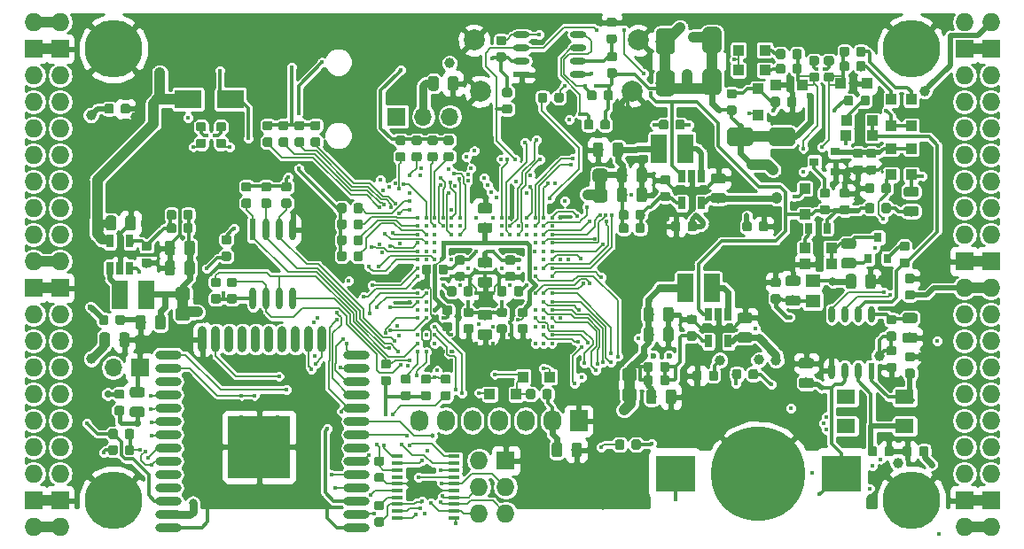
<source format=gbl>
G04 #@! TF.GenerationSoftware,KiCad,Pcbnew,5.0.0+dfsg1-2*
G04 #@! TF.CreationDate,2018-09-17T14:53:11+02:00*
G04 #@! TF.ProjectId,ulx3s,756C7833732E6B696361645F70636200,rev?*
G04 #@! TF.SameCoordinates,Original*
G04 #@! TF.FileFunction,Copper,L4,Bot,Signal*
G04 #@! TF.FilePolarity,Positive*
%FSLAX46Y46*%
G04 Gerber Fmt 4.6, Leading zero omitted, Abs format (unit mm)*
G04 Created by KiCad (PCBNEW 5.0.0+dfsg1-2) date Mon Sep 17 14:53:11 2018*
%MOMM*%
%LPD*%
G01*
G04 APERTURE LIST*
G04 #@! TA.AperFunction,EtchedComponent*
%ADD10C,1.000000*%
G04 #@! TD*
G04 #@! TA.AperFunction,Conductor*
%ADD11C,0.100000*%
G04 #@! TD*
G04 #@! TA.AperFunction,SMDPad,CuDef*
%ADD12C,1.295000*%
G04 #@! TD*
G04 #@! TA.AperFunction,SMDPad,CuDef*
%ADD13C,1.800000*%
G04 #@! TD*
G04 #@! TA.AperFunction,SMDPad,CuDef*
%ADD14O,1.100000X0.400000*%
G04 #@! TD*
G04 #@! TA.AperFunction,SMDPad,CuDef*
%ADD15R,1.100000X0.400000*%
G04 #@! TD*
G04 #@! TA.AperFunction,SMDPad,CuDef*
%ADD16C,0.975000*%
G04 #@! TD*
G04 #@! TA.AperFunction,SMDPad,CuDef*
%ADD17C,0.875000*%
G04 #@! TD*
G04 #@! TA.AperFunction,SMDPad,CuDef*
%ADD18R,0.900000X0.800000*%
G04 #@! TD*
G04 #@! TA.AperFunction,SMDPad,CuDef*
%ADD19R,1.000000X1.000000*%
G04 #@! TD*
G04 #@! TA.AperFunction,SMDPad,CuDef*
%ADD20R,0.700000X1.200000*%
G04 #@! TD*
G04 #@! TA.AperFunction,ComponentPad*
%ADD21C,2.000000*%
G04 #@! TD*
G04 #@! TA.AperFunction,SMDPad,CuDef*
%ADD22R,3.700000X3.500000*%
G04 #@! TD*
G04 #@! TA.AperFunction,BGAPad,CuDef*
%ADD23C,9.000000*%
G04 #@! TD*
G04 #@! TA.AperFunction,SMDPad,CuDef*
%ADD24R,1.800000X1.400000*%
G04 #@! TD*
G04 #@! TA.AperFunction,ComponentPad*
%ADD25R,1.727200X2.032000*%
G04 #@! TD*
G04 #@! TA.AperFunction,ComponentPad*
%ADD26O,1.727200X2.032000*%
G04 #@! TD*
G04 #@! TA.AperFunction,SMDPad,CuDef*
%ADD27R,0.600000X1.550000*%
G04 #@! TD*
G04 #@! TA.AperFunction,SMDPad,CuDef*
%ADD28O,0.600000X1.550000*%
G04 #@! TD*
G04 #@! TA.AperFunction,SMDPad,CuDef*
%ADD29R,1.550000X0.600000*%
G04 #@! TD*
G04 #@! TA.AperFunction,SMDPad,CuDef*
%ADD30O,1.550000X0.600000*%
G04 #@! TD*
G04 #@! TA.AperFunction,SMDPad,CuDef*
%ADD31R,0.600000X2.100000*%
G04 #@! TD*
G04 #@! TA.AperFunction,SMDPad,CuDef*
%ADD32O,0.600000X2.100000*%
G04 #@! TD*
G04 #@! TA.AperFunction,SMDPad,CuDef*
%ADD33O,2.500000X0.900000*%
G04 #@! TD*
G04 #@! TA.AperFunction,SMDPad,CuDef*
%ADD34O,0.900000X2.500000*%
G04 #@! TD*
G04 #@! TA.AperFunction,SMDPad,CuDef*
%ADD35R,6.000000X6.000000*%
G04 #@! TD*
G04 #@! TA.AperFunction,ComponentPad*
%ADD36O,1.727200X1.727200*%
G04 #@! TD*
G04 #@! TA.AperFunction,ComponentPad*
%ADD37R,1.727200X1.727200*%
G04 #@! TD*
G04 #@! TA.AperFunction,ComponentPad*
%ADD38C,5.500000*%
G04 #@! TD*
G04 #@! TA.AperFunction,BGAPad,CuDef*
%ADD39C,0.300000*%
G04 #@! TD*
G04 #@! TA.AperFunction,ComponentPad*
%ADD40R,1.700000X1.700000*%
G04 #@! TD*
G04 #@! TA.AperFunction,ComponentPad*
%ADD41O,1.700000X1.700000*%
G04 #@! TD*
G04 #@! TA.AperFunction,SMDPad,CuDef*
%ADD42R,1.500000X2.700000*%
G04 #@! TD*
G04 #@! TA.AperFunction,SMDPad,CuDef*
%ADD43R,0.670000X1.000000*%
G04 #@! TD*
G04 #@! TA.AperFunction,SMDPad,CuDef*
%ADD44R,2.500000X1.800000*%
G04 #@! TD*
G04 #@! TA.AperFunction,SMDPad,CuDef*
%ADD45R,0.800000X0.900000*%
G04 #@! TD*
G04 #@! TA.AperFunction,SMDPad,CuDef*
%ADD46R,1.400000X1.295000*%
G04 #@! TD*
G04 #@! TA.AperFunction,ViaPad*
%ADD47C,2.000000*%
G04 #@! TD*
G04 #@! TA.AperFunction,ViaPad*
%ADD48C,0.419000*%
G04 #@! TD*
G04 #@! TA.AperFunction,ViaPad*
%ADD49C,1.000000*%
G04 #@! TD*
G04 #@! TA.AperFunction,ViaPad*
%ADD50C,0.600000*%
G04 #@! TD*
G04 #@! TA.AperFunction,ViaPad*
%ADD51C,0.800000*%
G04 #@! TD*
G04 #@! TA.AperFunction,ViaPad*
%ADD52C,0.500000*%
G04 #@! TD*
G04 #@! TA.AperFunction,ViaPad*
%ADD53C,0.700000*%
G04 #@! TD*
G04 #@! TA.AperFunction,ViaPad*
%ADD54C,0.454000*%
G04 #@! TD*
G04 #@! TA.AperFunction,Conductor*
%ADD55C,0.300000*%
G04 #@! TD*
G04 #@! TA.AperFunction,Conductor*
%ADD56C,0.400000*%
G04 #@! TD*
G04 #@! TA.AperFunction,Conductor*
%ADD57C,1.000000*%
G04 #@! TD*
G04 #@! TA.AperFunction,Conductor*
%ADD58C,0.600000*%
G04 #@! TD*
G04 #@! TA.AperFunction,Conductor*
%ADD59C,0.127000*%
G04 #@! TD*
G04 #@! TA.AperFunction,Conductor*
%ADD60C,0.190000*%
G04 #@! TD*
G04 #@! TA.AperFunction,Conductor*
%ADD61C,0.500000*%
G04 #@! TD*
G04 #@! TA.AperFunction,Conductor*
%ADD62C,0.700000*%
G04 #@! TD*
G04 #@! TA.AperFunction,Conductor*
%ADD63C,0.800000*%
G04 #@! TD*
G04 #@! TA.AperFunction,Conductor*
%ADD64C,0.200000*%
G04 #@! TD*
G04 #@! TA.AperFunction,Conductor*
%ADD65C,0.254000*%
G04 #@! TD*
G04 APERTURE END LIST*
D10*
G04 #@! TO.C,RP2*
X109609000Y-88632000D02*
X109609000Y-90632000D01*
G04 #@! TO.C,RP3*
X149472000Y-77311000D02*
X149472000Y-79311000D01*
G04 #@! TO.C,RP1*
X152281000Y-96361000D02*
X152281000Y-98361000D01*
G04 #@! TO.C,D52*
X160155000Y-64391000D02*
X160155000Y-68391000D01*
G04 #@! TO.C,D51*
X155710000Y-68518000D02*
X155710000Y-64518000D01*
G04 #@! TO.C,D9*
X166854000Y-73630000D02*
X162854000Y-73630000D01*
G04 #@! TD*
D11*
G04 #@! TO.N,+2V5*
G04 #@! TO.C,RP2*
G36*
X110016983Y-89953559D02*
X110048410Y-89958221D01*
X110079230Y-89965941D01*
X110109144Y-89976644D01*
X110137865Y-89990228D01*
X110165116Y-90006562D01*
X110190635Y-90025488D01*
X110214176Y-90046824D01*
X110235512Y-90070365D01*
X110254438Y-90095884D01*
X110270772Y-90123135D01*
X110284356Y-90151856D01*
X110295059Y-90181770D01*
X110302779Y-90212590D01*
X110307441Y-90244017D01*
X110309000Y-90275750D01*
X110309000Y-90923250D01*
X110307441Y-90954983D01*
X110302779Y-90986410D01*
X110295059Y-91017230D01*
X110284356Y-91047144D01*
X110270772Y-91075865D01*
X110254438Y-91103116D01*
X110235512Y-91128635D01*
X110214176Y-91152176D01*
X110190635Y-91173512D01*
X110165116Y-91192438D01*
X110137865Y-91208772D01*
X110109144Y-91222356D01*
X110079230Y-91233059D01*
X110048410Y-91240779D01*
X110016983Y-91245441D01*
X109985250Y-91247000D01*
X109232750Y-91247000D01*
X109201017Y-91245441D01*
X109169590Y-91240779D01*
X109138770Y-91233059D01*
X109108856Y-91222356D01*
X109080135Y-91208772D01*
X109052884Y-91192438D01*
X109027365Y-91173512D01*
X109003824Y-91152176D01*
X108982488Y-91128635D01*
X108963562Y-91103116D01*
X108947228Y-91075865D01*
X108933644Y-91047144D01*
X108922941Y-91017230D01*
X108915221Y-90986410D01*
X108910559Y-90954983D01*
X108909000Y-90923250D01*
X108909000Y-90275750D01*
X108910559Y-90244017D01*
X108915221Y-90212590D01*
X108922941Y-90181770D01*
X108933644Y-90151856D01*
X108947228Y-90123135D01*
X108963562Y-90095884D01*
X108982488Y-90070365D01*
X109003824Y-90046824D01*
X109027365Y-90025488D01*
X109052884Y-90006562D01*
X109080135Y-89990228D01*
X109108856Y-89976644D01*
X109138770Y-89965941D01*
X109169590Y-89958221D01*
X109201017Y-89953559D01*
X109232750Y-89952000D01*
X109985250Y-89952000D01*
X110016983Y-89953559D01*
X110016983Y-89953559D01*
G37*
D12*
G04 #@! TD*
G04 #@! TO.P,RP2,2*
G04 #@! TO.N,+2V5*
X109609000Y-90599500D03*
D11*
G04 #@! TO.N,/power/P2V5*
G04 #@! TO.C,RP2*
G36*
X110016983Y-88018559D02*
X110048410Y-88023221D01*
X110079230Y-88030941D01*
X110109144Y-88041644D01*
X110137865Y-88055228D01*
X110165116Y-88071562D01*
X110190635Y-88090488D01*
X110214176Y-88111824D01*
X110235512Y-88135365D01*
X110254438Y-88160884D01*
X110270772Y-88188135D01*
X110284356Y-88216856D01*
X110295059Y-88246770D01*
X110302779Y-88277590D01*
X110307441Y-88309017D01*
X110309000Y-88340750D01*
X110309000Y-88988250D01*
X110307441Y-89019983D01*
X110302779Y-89051410D01*
X110295059Y-89082230D01*
X110284356Y-89112144D01*
X110270772Y-89140865D01*
X110254438Y-89168116D01*
X110235512Y-89193635D01*
X110214176Y-89217176D01*
X110190635Y-89238512D01*
X110165116Y-89257438D01*
X110137865Y-89273772D01*
X110109144Y-89287356D01*
X110079230Y-89298059D01*
X110048410Y-89305779D01*
X110016983Y-89310441D01*
X109985250Y-89312000D01*
X109232750Y-89312000D01*
X109201017Y-89310441D01*
X109169590Y-89305779D01*
X109138770Y-89298059D01*
X109108856Y-89287356D01*
X109080135Y-89273772D01*
X109052884Y-89257438D01*
X109027365Y-89238512D01*
X109003824Y-89217176D01*
X108982488Y-89193635D01*
X108963562Y-89168116D01*
X108947228Y-89140865D01*
X108933644Y-89112144D01*
X108922941Y-89082230D01*
X108915221Y-89051410D01*
X108910559Y-89019983D01*
X108909000Y-88988250D01*
X108909000Y-88340750D01*
X108910559Y-88309017D01*
X108915221Y-88277590D01*
X108922941Y-88246770D01*
X108933644Y-88216856D01*
X108947228Y-88188135D01*
X108963562Y-88160884D01*
X108982488Y-88135365D01*
X109003824Y-88111824D01*
X109027365Y-88090488D01*
X109052884Y-88071562D01*
X109080135Y-88055228D01*
X109108856Y-88041644D01*
X109138770Y-88030941D01*
X109169590Y-88023221D01*
X109201017Y-88018559D01*
X109232750Y-88017000D01*
X109985250Y-88017000D01*
X110016983Y-88018559D01*
X110016983Y-88018559D01*
G37*
D12*
G04 #@! TD*
G04 #@! TO.P,RP2,1*
G04 #@! TO.N,/power/P2V5*
X109609000Y-88664500D03*
D11*
G04 #@! TO.N,+3V3*
G04 #@! TO.C,RP3*
G36*
X149879983Y-78632559D02*
X149911410Y-78637221D01*
X149942230Y-78644941D01*
X149972144Y-78655644D01*
X150000865Y-78669228D01*
X150028116Y-78685562D01*
X150053635Y-78704488D01*
X150077176Y-78725824D01*
X150098512Y-78749365D01*
X150117438Y-78774884D01*
X150133772Y-78802135D01*
X150147356Y-78830856D01*
X150158059Y-78860770D01*
X150165779Y-78891590D01*
X150170441Y-78923017D01*
X150172000Y-78954750D01*
X150172000Y-79602250D01*
X150170441Y-79633983D01*
X150165779Y-79665410D01*
X150158059Y-79696230D01*
X150147356Y-79726144D01*
X150133772Y-79754865D01*
X150117438Y-79782116D01*
X150098512Y-79807635D01*
X150077176Y-79831176D01*
X150053635Y-79852512D01*
X150028116Y-79871438D01*
X150000865Y-79887772D01*
X149972144Y-79901356D01*
X149942230Y-79912059D01*
X149911410Y-79919779D01*
X149879983Y-79924441D01*
X149848250Y-79926000D01*
X149095750Y-79926000D01*
X149064017Y-79924441D01*
X149032590Y-79919779D01*
X149001770Y-79912059D01*
X148971856Y-79901356D01*
X148943135Y-79887772D01*
X148915884Y-79871438D01*
X148890365Y-79852512D01*
X148866824Y-79831176D01*
X148845488Y-79807635D01*
X148826562Y-79782116D01*
X148810228Y-79754865D01*
X148796644Y-79726144D01*
X148785941Y-79696230D01*
X148778221Y-79665410D01*
X148773559Y-79633983D01*
X148772000Y-79602250D01*
X148772000Y-78954750D01*
X148773559Y-78923017D01*
X148778221Y-78891590D01*
X148785941Y-78860770D01*
X148796644Y-78830856D01*
X148810228Y-78802135D01*
X148826562Y-78774884D01*
X148845488Y-78749365D01*
X148866824Y-78725824D01*
X148890365Y-78704488D01*
X148915884Y-78685562D01*
X148943135Y-78669228D01*
X148971856Y-78655644D01*
X149001770Y-78644941D01*
X149032590Y-78637221D01*
X149064017Y-78632559D01*
X149095750Y-78631000D01*
X149848250Y-78631000D01*
X149879983Y-78632559D01*
X149879983Y-78632559D01*
G37*
D12*
G04 #@! TD*
G04 #@! TO.P,RP3,2*
G04 #@! TO.N,+3V3*
X149472000Y-79278500D03*
D11*
G04 #@! TO.N,/power/P3V3*
G04 #@! TO.C,RP3*
G36*
X149879983Y-76697559D02*
X149911410Y-76702221D01*
X149942230Y-76709941D01*
X149972144Y-76720644D01*
X150000865Y-76734228D01*
X150028116Y-76750562D01*
X150053635Y-76769488D01*
X150077176Y-76790824D01*
X150098512Y-76814365D01*
X150117438Y-76839884D01*
X150133772Y-76867135D01*
X150147356Y-76895856D01*
X150158059Y-76925770D01*
X150165779Y-76956590D01*
X150170441Y-76988017D01*
X150172000Y-77019750D01*
X150172000Y-77667250D01*
X150170441Y-77698983D01*
X150165779Y-77730410D01*
X150158059Y-77761230D01*
X150147356Y-77791144D01*
X150133772Y-77819865D01*
X150117438Y-77847116D01*
X150098512Y-77872635D01*
X150077176Y-77896176D01*
X150053635Y-77917512D01*
X150028116Y-77936438D01*
X150000865Y-77952772D01*
X149972144Y-77966356D01*
X149942230Y-77977059D01*
X149911410Y-77984779D01*
X149879983Y-77989441D01*
X149848250Y-77991000D01*
X149095750Y-77991000D01*
X149064017Y-77989441D01*
X149032590Y-77984779D01*
X149001770Y-77977059D01*
X148971856Y-77966356D01*
X148943135Y-77952772D01*
X148915884Y-77936438D01*
X148890365Y-77917512D01*
X148866824Y-77896176D01*
X148845488Y-77872635D01*
X148826562Y-77847116D01*
X148810228Y-77819865D01*
X148796644Y-77791144D01*
X148785941Y-77761230D01*
X148778221Y-77730410D01*
X148773559Y-77698983D01*
X148772000Y-77667250D01*
X148772000Y-77019750D01*
X148773559Y-76988017D01*
X148778221Y-76956590D01*
X148785941Y-76925770D01*
X148796644Y-76895856D01*
X148810228Y-76867135D01*
X148826562Y-76839884D01*
X148845488Y-76814365D01*
X148866824Y-76790824D01*
X148890365Y-76769488D01*
X148915884Y-76750562D01*
X148943135Y-76734228D01*
X148971856Y-76720644D01*
X149001770Y-76709941D01*
X149032590Y-76702221D01*
X149064017Y-76697559D01*
X149095750Y-76696000D01*
X149848250Y-76696000D01*
X149879983Y-76697559D01*
X149879983Y-76697559D01*
G37*
D12*
G04 #@! TD*
G04 #@! TO.P,RP3,1*
G04 #@! TO.N,/power/P3V3*
X149472000Y-77343500D03*
D11*
G04 #@! TO.N,+1V1*
G04 #@! TO.C,RP1*
G36*
X152688983Y-97682559D02*
X152720410Y-97687221D01*
X152751230Y-97694941D01*
X152781144Y-97705644D01*
X152809865Y-97719228D01*
X152837116Y-97735562D01*
X152862635Y-97754488D01*
X152886176Y-97775824D01*
X152907512Y-97799365D01*
X152926438Y-97824884D01*
X152942772Y-97852135D01*
X152956356Y-97880856D01*
X152967059Y-97910770D01*
X152974779Y-97941590D01*
X152979441Y-97973017D01*
X152981000Y-98004750D01*
X152981000Y-98652250D01*
X152979441Y-98683983D01*
X152974779Y-98715410D01*
X152967059Y-98746230D01*
X152956356Y-98776144D01*
X152942772Y-98804865D01*
X152926438Y-98832116D01*
X152907512Y-98857635D01*
X152886176Y-98881176D01*
X152862635Y-98902512D01*
X152837116Y-98921438D01*
X152809865Y-98937772D01*
X152781144Y-98951356D01*
X152751230Y-98962059D01*
X152720410Y-98969779D01*
X152688983Y-98974441D01*
X152657250Y-98976000D01*
X151904750Y-98976000D01*
X151873017Y-98974441D01*
X151841590Y-98969779D01*
X151810770Y-98962059D01*
X151780856Y-98951356D01*
X151752135Y-98937772D01*
X151724884Y-98921438D01*
X151699365Y-98902512D01*
X151675824Y-98881176D01*
X151654488Y-98857635D01*
X151635562Y-98832116D01*
X151619228Y-98804865D01*
X151605644Y-98776144D01*
X151594941Y-98746230D01*
X151587221Y-98715410D01*
X151582559Y-98683983D01*
X151581000Y-98652250D01*
X151581000Y-98004750D01*
X151582559Y-97973017D01*
X151587221Y-97941590D01*
X151594941Y-97910770D01*
X151605644Y-97880856D01*
X151619228Y-97852135D01*
X151635562Y-97824884D01*
X151654488Y-97799365D01*
X151675824Y-97775824D01*
X151699365Y-97754488D01*
X151724884Y-97735562D01*
X151752135Y-97719228D01*
X151780856Y-97705644D01*
X151810770Y-97694941D01*
X151841590Y-97687221D01*
X151873017Y-97682559D01*
X151904750Y-97681000D01*
X152657250Y-97681000D01*
X152688983Y-97682559D01*
X152688983Y-97682559D01*
G37*
D12*
G04 #@! TD*
G04 #@! TO.P,RP1,2*
G04 #@! TO.N,+1V1*
X152281000Y-98328500D03*
D11*
G04 #@! TO.N,/power/P1V1*
G04 #@! TO.C,RP1*
G36*
X152688983Y-95747559D02*
X152720410Y-95752221D01*
X152751230Y-95759941D01*
X152781144Y-95770644D01*
X152809865Y-95784228D01*
X152837116Y-95800562D01*
X152862635Y-95819488D01*
X152886176Y-95840824D01*
X152907512Y-95864365D01*
X152926438Y-95889884D01*
X152942772Y-95917135D01*
X152956356Y-95945856D01*
X152967059Y-95975770D01*
X152974779Y-96006590D01*
X152979441Y-96038017D01*
X152981000Y-96069750D01*
X152981000Y-96717250D01*
X152979441Y-96748983D01*
X152974779Y-96780410D01*
X152967059Y-96811230D01*
X152956356Y-96841144D01*
X152942772Y-96869865D01*
X152926438Y-96897116D01*
X152907512Y-96922635D01*
X152886176Y-96946176D01*
X152862635Y-96967512D01*
X152837116Y-96986438D01*
X152809865Y-97002772D01*
X152781144Y-97016356D01*
X152751230Y-97027059D01*
X152720410Y-97034779D01*
X152688983Y-97039441D01*
X152657250Y-97041000D01*
X151904750Y-97041000D01*
X151873017Y-97039441D01*
X151841590Y-97034779D01*
X151810770Y-97027059D01*
X151780856Y-97016356D01*
X151752135Y-97002772D01*
X151724884Y-96986438D01*
X151699365Y-96967512D01*
X151675824Y-96946176D01*
X151654488Y-96922635D01*
X151635562Y-96897116D01*
X151619228Y-96869865D01*
X151605644Y-96841144D01*
X151594941Y-96811230D01*
X151587221Y-96780410D01*
X151582559Y-96748983D01*
X151581000Y-96717250D01*
X151581000Y-96069750D01*
X151582559Y-96038017D01*
X151587221Y-96006590D01*
X151594941Y-95975770D01*
X151605644Y-95945856D01*
X151619228Y-95917135D01*
X151635562Y-95889884D01*
X151654488Y-95864365D01*
X151675824Y-95840824D01*
X151699365Y-95819488D01*
X151724884Y-95800562D01*
X151752135Y-95784228D01*
X151780856Y-95770644D01*
X151810770Y-95759941D01*
X151841590Y-95752221D01*
X151873017Y-95747559D01*
X151904750Y-95746000D01*
X152657250Y-95746000D01*
X152688983Y-95747559D01*
X152688983Y-95747559D01*
G37*
D12*
G04 #@! TD*
G04 #@! TO.P,RP1,1*
G04 #@! TO.N,/power/P1V1*
X152281000Y-96393500D03*
D11*
G04 #@! TO.N,+5V*
G04 #@! TO.C,D52*
G36*
X160649108Y-67143167D02*
X160692791Y-67149647D01*
X160735628Y-67160377D01*
X160777208Y-67175254D01*
X160817129Y-67194135D01*
X160855007Y-67216839D01*
X160890477Y-67243145D01*
X160923198Y-67272802D01*
X160952855Y-67305523D01*
X160979161Y-67340993D01*
X161001865Y-67378871D01*
X161020746Y-67418792D01*
X161035623Y-67460372D01*
X161046353Y-67503209D01*
X161052833Y-67546892D01*
X161055000Y-67591000D01*
X161055000Y-69191000D01*
X161052833Y-69235108D01*
X161046353Y-69278791D01*
X161035623Y-69321628D01*
X161020746Y-69363208D01*
X161001865Y-69403129D01*
X160979161Y-69441007D01*
X160952855Y-69476477D01*
X160923198Y-69509198D01*
X160890477Y-69538855D01*
X160855007Y-69565161D01*
X160817129Y-69587865D01*
X160777208Y-69606746D01*
X160735628Y-69621623D01*
X160692791Y-69632353D01*
X160649108Y-69638833D01*
X160605000Y-69641000D01*
X159705000Y-69641000D01*
X159660892Y-69638833D01*
X159617209Y-69632353D01*
X159574372Y-69621623D01*
X159532792Y-69606746D01*
X159492871Y-69587865D01*
X159454993Y-69565161D01*
X159419523Y-69538855D01*
X159386802Y-69509198D01*
X159357145Y-69476477D01*
X159330839Y-69441007D01*
X159308135Y-69403129D01*
X159289254Y-69363208D01*
X159274377Y-69321628D01*
X159263647Y-69278791D01*
X159257167Y-69235108D01*
X159255000Y-69191000D01*
X159255000Y-67591000D01*
X159257167Y-67546892D01*
X159263647Y-67503209D01*
X159274377Y-67460372D01*
X159289254Y-67418792D01*
X159308135Y-67378871D01*
X159330839Y-67340993D01*
X159357145Y-67305523D01*
X159386802Y-67272802D01*
X159419523Y-67243145D01*
X159454993Y-67216839D01*
X159492871Y-67194135D01*
X159532792Y-67175254D01*
X159574372Y-67160377D01*
X159617209Y-67149647D01*
X159660892Y-67143167D01*
X159705000Y-67141000D01*
X160605000Y-67141000D01*
X160649108Y-67143167D01*
X160649108Y-67143167D01*
G37*
D13*
G04 #@! TD*
G04 #@! TO.P,D52,2*
G04 #@! TO.N,+5V*
X160155000Y-68391000D03*
D11*
G04 #@! TO.N,/gpio/OUT5V*
G04 #@! TO.C,D52*
G36*
X160649108Y-63143167D02*
X160692791Y-63149647D01*
X160735628Y-63160377D01*
X160777208Y-63175254D01*
X160817129Y-63194135D01*
X160855007Y-63216839D01*
X160890477Y-63243145D01*
X160923198Y-63272802D01*
X160952855Y-63305523D01*
X160979161Y-63340993D01*
X161001865Y-63378871D01*
X161020746Y-63418792D01*
X161035623Y-63460372D01*
X161046353Y-63503209D01*
X161052833Y-63546892D01*
X161055000Y-63591000D01*
X161055000Y-65191000D01*
X161052833Y-65235108D01*
X161046353Y-65278791D01*
X161035623Y-65321628D01*
X161020746Y-65363208D01*
X161001865Y-65403129D01*
X160979161Y-65441007D01*
X160952855Y-65476477D01*
X160923198Y-65509198D01*
X160890477Y-65538855D01*
X160855007Y-65565161D01*
X160817129Y-65587865D01*
X160777208Y-65606746D01*
X160735628Y-65621623D01*
X160692791Y-65632353D01*
X160649108Y-65638833D01*
X160605000Y-65641000D01*
X159705000Y-65641000D01*
X159660892Y-65638833D01*
X159617209Y-65632353D01*
X159574372Y-65621623D01*
X159532792Y-65606746D01*
X159492871Y-65587865D01*
X159454993Y-65565161D01*
X159419523Y-65538855D01*
X159386802Y-65509198D01*
X159357145Y-65476477D01*
X159330839Y-65441007D01*
X159308135Y-65403129D01*
X159289254Y-65363208D01*
X159274377Y-65321628D01*
X159263647Y-65278791D01*
X159257167Y-65235108D01*
X159255000Y-65191000D01*
X159255000Y-63591000D01*
X159257167Y-63546892D01*
X159263647Y-63503209D01*
X159274377Y-63460372D01*
X159289254Y-63418792D01*
X159308135Y-63378871D01*
X159330839Y-63340993D01*
X159357145Y-63305523D01*
X159386802Y-63272802D01*
X159419523Y-63243145D01*
X159454993Y-63216839D01*
X159492871Y-63194135D01*
X159532792Y-63175254D01*
X159574372Y-63160377D01*
X159617209Y-63149647D01*
X159660892Y-63143167D01*
X159705000Y-63141000D01*
X160605000Y-63141000D01*
X160649108Y-63143167D01*
X160649108Y-63143167D01*
G37*
D13*
G04 #@! TD*
G04 #@! TO.P,D52,1*
G04 #@! TO.N,/gpio/OUT5V*
X160155000Y-64391000D03*
D11*
G04 #@! TO.N,/gpio/IN5V*
G04 #@! TO.C,D51*
G36*
X156204108Y-63270167D02*
X156247791Y-63276647D01*
X156290628Y-63287377D01*
X156332208Y-63302254D01*
X156372129Y-63321135D01*
X156410007Y-63343839D01*
X156445477Y-63370145D01*
X156478198Y-63399802D01*
X156507855Y-63432523D01*
X156534161Y-63467993D01*
X156556865Y-63505871D01*
X156575746Y-63545792D01*
X156590623Y-63587372D01*
X156601353Y-63630209D01*
X156607833Y-63673892D01*
X156610000Y-63718000D01*
X156610000Y-65318000D01*
X156607833Y-65362108D01*
X156601353Y-65405791D01*
X156590623Y-65448628D01*
X156575746Y-65490208D01*
X156556865Y-65530129D01*
X156534161Y-65568007D01*
X156507855Y-65603477D01*
X156478198Y-65636198D01*
X156445477Y-65665855D01*
X156410007Y-65692161D01*
X156372129Y-65714865D01*
X156332208Y-65733746D01*
X156290628Y-65748623D01*
X156247791Y-65759353D01*
X156204108Y-65765833D01*
X156160000Y-65768000D01*
X155260000Y-65768000D01*
X155215892Y-65765833D01*
X155172209Y-65759353D01*
X155129372Y-65748623D01*
X155087792Y-65733746D01*
X155047871Y-65714865D01*
X155009993Y-65692161D01*
X154974523Y-65665855D01*
X154941802Y-65636198D01*
X154912145Y-65603477D01*
X154885839Y-65568007D01*
X154863135Y-65530129D01*
X154844254Y-65490208D01*
X154829377Y-65448628D01*
X154818647Y-65405791D01*
X154812167Y-65362108D01*
X154810000Y-65318000D01*
X154810000Y-63718000D01*
X154812167Y-63673892D01*
X154818647Y-63630209D01*
X154829377Y-63587372D01*
X154844254Y-63545792D01*
X154863135Y-63505871D01*
X154885839Y-63467993D01*
X154912145Y-63432523D01*
X154941802Y-63399802D01*
X154974523Y-63370145D01*
X155009993Y-63343839D01*
X155047871Y-63321135D01*
X155087792Y-63302254D01*
X155129372Y-63287377D01*
X155172209Y-63276647D01*
X155215892Y-63270167D01*
X155260000Y-63268000D01*
X156160000Y-63268000D01*
X156204108Y-63270167D01*
X156204108Y-63270167D01*
G37*
D13*
G04 #@! TD*
G04 #@! TO.P,D51,2*
G04 #@! TO.N,/gpio/IN5V*
X155710000Y-64518000D03*
D11*
G04 #@! TO.N,+5V*
G04 #@! TO.C,D51*
G36*
X156204108Y-67270167D02*
X156247791Y-67276647D01*
X156290628Y-67287377D01*
X156332208Y-67302254D01*
X156372129Y-67321135D01*
X156410007Y-67343839D01*
X156445477Y-67370145D01*
X156478198Y-67399802D01*
X156507855Y-67432523D01*
X156534161Y-67467993D01*
X156556865Y-67505871D01*
X156575746Y-67545792D01*
X156590623Y-67587372D01*
X156601353Y-67630209D01*
X156607833Y-67673892D01*
X156610000Y-67718000D01*
X156610000Y-69318000D01*
X156607833Y-69362108D01*
X156601353Y-69405791D01*
X156590623Y-69448628D01*
X156575746Y-69490208D01*
X156556865Y-69530129D01*
X156534161Y-69568007D01*
X156507855Y-69603477D01*
X156478198Y-69636198D01*
X156445477Y-69665855D01*
X156410007Y-69692161D01*
X156372129Y-69714865D01*
X156332208Y-69733746D01*
X156290628Y-69748623D01*
X156247791Y-69759353D01*
X156204108Y-69765833D01*
X156160000Y-69768000D01*
X155260000Y-69768000D01*
X155215892Y-69765833D01*
X155172209Y-69759353D01*
X155129372Y-69748623D01*
X155087792Y-69733746D01*
X155047871Y-69714865D01*
X155009993Y-69692161D01*
X154974523Y-69665855D01*
X154941802Y-69636198D01*
X154912145Y-69603477D01*
X154885839Y-69568007D01*
X154863135Y-69530129D01*
X154844254Y-69490208D01*
X154829377Y-69448628D01*
X154818647Y-69405791D01*
X154812167Y-69362108D01*
X154810000Y-69318000D01*
X154810000Y-67718000D01*
X154812167Y-67673892D01*
X154818647Y-67630209D01*
X154829377Y-67587372D01*
X154844254Y-67545792D01*
X154863135Y-67505871D01*
X154885839Y-67467993D01*
X154912145Y-67432523D01*
X154941802Y-67399802D01*
X154974523Y-67370145D01*
X155009993Y-67343839D01*
X155047871Y-67321135D01*
X155087792Y-67302254D01*
X155129372Y-67287377D01*
X155172209Y-67276647D01*
X155215892Y-67270167D01*
X155260000Y-67268000D01*
X156160000Y-67268000D01*
X156204108Y-67270167D01*
X156204108Y-67270167D01*
G37*
D13*
G04 #@! TD*
G04 #@! TO.P,D51,1*
G04 #@! TO.N,+5V*
X155710000Y-68518000D03*
D11*
G04 #@! TO.N,+5V*
G04 #@! TO.C,D9*
G36*
X163698108Y-72732167D02*
X163741791Y-72738647D01*
X163784628Y-72749377D01*
X163826208Y-72764254D01*
X163866129Y-72783135D01*
X163904007Y-72805839D01*
X163939477Y-72832145D01*
X163972198Y-72861802D01*
X164001855Y-72894523D01*
X164028161Y-72929993D01*
X164050865Y-72967871D01*
X164069746Y-73007792D01*
X164084623Y-73049372D01*
X164095353Y-73092209D01*
X164101833Y-73135892D01*
X164104000Y-73180000D01*
X164104000Y-74080000D01*
X164101833Y-74124108D01*
X164095353Y-74167791D01*
X164084623Y-74210628D01*
X164069746Y-74252208D01*
X164050865Y-74292129D01*
X164028161Y-74330007D01*
X164001855Y-74365477D01*
X163972198Y-74398198D01*
X163939477Y-74427855D01*
X163904007Y-74454161D01*
X163866129Y-74476865D01*
X163826208Y-74495746D01*
X163784628Y-74510623D01*
X163741791Y-74521353D01*
X163698108Y-74527833D01*
X163654000Y-74530000D01*
X162054000Y-74530000D01*
X162009892Y-74527833D01*
X161966209Y-74521353D01*
X161923372Y-74510623D01*
X161881792Y-74495746D01*
X161841871Y-74476865D01*
X161803993Y-74454161D01*
X161768523Y-74427855D01*
X161735802Y-74398198D01*
X161706145Y-74365477D01*
X161679839Y-74330007D01*
X161657135Y-74292129D01*
X161638254Y-74252208D01*
X161623377Y-74210628D01*
X161612647Y-74167791D01*
X161606167Y-74124108D01*
X161604000Y-74080000D01*
X161604000Y-73180000D01*
X161606167Y-73135892D01*
X161612647Y-73092209D01*
X161623377Y-73049372D01*
X161638254Y-73007792D01*
X161657135Y-72967871D01*
X161679839Y-72929993D01*
X161706145Y-72894523D01*
X161735802Y-72861802D01*
X161768523Y-72832145D01*
X161803993Y-72805839D01*
X161841871Y-72783135D01*
X161881792Y-72764254D01*
X161923372Y-72749377D01*
X161966209Y-72738647D01*
X162009892Y-72732167D01*
X162054000Y-72730000D01*
X163654000Y-72730000D01*
X163698108Y-72732167D01*
X163698108Y-72732167D01*
G37*
D13*
G04 #@! TD*
G04 #@! TO.P,D9,2*
G04 #@! TO.N,+5V*
X162854000Y-73630000D03*
D11*
G04 #@! TO.N,/usb/US2VBUS*
G04 #@! TO.C,D9*
G36*
X167698108Y-72732167D02*
X167741791Y-72738647D01*
X167784628Y-72749377D01*
X167826208Y-72764254D01*
X167866129Y-72783135D01*
X167904007Y-72805839D01*
X167939477Y-72832145D01*
X167972198Y-72861802D01*
X168001855Y-72894523D01*
X168028161Y-72929993D01*
X168050865Y-72967871D01*
X168069746Y-73007792D01*
X168084623Y-73049372D01*
X168095353Y-73092209D01*
X168101833Y-73135892D01*
X168104000Y-73180000D01*
X168104000Y-74080000D01*
X168101833Y-74124108D01*
X168095353Y-74167791D01*
X168084623Y-74210628D01*
X168069746Y-74252208D01*
X168050865Y-74292129D01*
X168028161Y-74330007D01*
X168001855Y-74365477D01*
X167972198Y-74398198D01*
X167939477Y-74427855D01*
X167904007Y-74454161D01*
X167866129Y-74476865D01*
X167826208Y-74495746D01*
X167784628Y-74510623D01*
X167741791Y-74521353D01*
X167698108Y-74527833D01*
X167654000Y-74530000D01*
X166054000Y-74530000D01*
X166009892Y-74527833D01*
X165966209Y-74521353D01*
X165923372Y-74510623D01*
X165881792Y-74495746D01*
X165841871Y-74476865D01*
X165803993Y-74454161D01*
X165768523Y-74427855D01*
X165735802Y-74398198D01*
X165706145Y-74365477D01*
X165679839Y-74330007D01*
X165657135Y-74292129D01*
X165638254Y-74252208D01*
X165623377Y-74210628D01*
X165612647Y-74167791D01*
X165606167Y-74124108D01*
X165604000Y-74080000D01*
X165604000Y-73180000D01*
X165606167Y-73135892D01*
X165612647Y-73092209D01*
X165623377Y-73049372D01*
X165638254Y-73007792D01*
X165657135Y-72967871D01*
X165679839Y-72929993D01*
X165706145Y-72894523D01*
X165735802Y-72861802D01*
X165768523Y-72832145D01*
X165803993Y-72805839D01*
X165841871Y-72783135D01*
X165881792Y-72764254D01*
X165923372Y-72749377D01*
X165966209Y-72738647D01*
X166009892Y-72732167D01*
X166054000Y-72730000D01*
X167654000Y-72730000D01*
X167698108Y-72732167D01*
X167698108Y-72732167D01*
G37*
D13*
G04 #@! TD*
G04 #@! TO.P,D9,1*
G04 #@! TO.N,/usb/US2VBUS*
X166854000Y-73630000D03*
D14*
G04 #@! TO.P,U6,20*
G04 #@! TO.N,FTDI_TXD*
X130135000Y-104215000D03*
G04 #@! TO.P,U6,19*
G04 #@! TO.N,FTDI_nSLEEP*
X130135000Y-104865000D03*
G04 #@! TO.P,U6,18*
G04 #@! TO.N,FTDI_TXDEN*
X130135000Y-105515000D03*
G04 #@! TO.P,U6,17*
G04 #@! TO.N,N/C*
X130135000Y-106165000D03*
G04 #@! TO.P,U6,16*
G04 #@! TO.N,GND*
X130135000Y-106815000D03*
G04 #@! TO.P,U6,15*
G04 #@! TO.N,USB5V*
X130135000Y-107465000D03*
G04 #@! TO.P,U6,14*
G04 #@! TO.N,nRESET*
X130135000Y-108115000D03*
G04 #@! TO.P,U6,13*
G04 #@! TO.N,FT2V5*
X130135000Y-108765000D03*
G04 #@! TO.P,U6,12*
G04 #@! TO.N,USB_FTDI_D-*
X130135000Y-109415000D03*
G04 #@! TO.P,U6,11*
G04 #@! TO.N,USB_FTDI_D+*
X130135000Y-110065000D03*
G04 #@! TO.P,U6,10*
G04 #@! TO.N,FTDI_nTXLED*
X135535000Y-110065000D03*
G04 #@! TO.P,U6,9*
G04 #@! TO.N,JTAG_TDO*
X135535000Y-109415000D03*
G04 #@! TO.P,U6,8*
G04 #@! TO.N,JTAG_TMS*
X135535000Y-108765000D03*
G04 #@! TO.P,U6,7*
G04 #@! TO.N,JTAG_TCK*
X135535000Y-108115000D03*
G04 #@! TO.P,U6,6*
G04 #@! TO.N,GND*
X135535000Y-107465000D03*
G04 #@! TO.P,U6,5*
G04 #@! TO.N,JTAG_TDI*
X135535000Y-106815000D03*
G04 #@! TO.P,U6,4*
G04 #@! TO.N,FTDI_RXD*
X135535000Y-106165000D03*
G04 #@! TO.P,U6,3*
G04 #@! TO.N,FT2V5*
X135535000Y-105515000D03*
G04 #@! TO.P,U6,2*
G04 #@! TO.N,FTDI_nRTS*
X135535000Y-104865000D03*
D15*
G04 #@! TO.P,U6,1*
G04 #@! TO.N,FTDI_nDTR*
X135535000Y-104215000D03*
G04 #@! TD*
D11*
G04 #@! TO.N,GND*
G04 #@! TO.C,C1*
G36*
X104908642Y-81186174D02*
X104932303Y-81189684D01*
X104955507Y-81195496D01*
X104978029Y-81203554D01*
X104999653Y-81213782D01*
X105020170Y-81226079D01*
X105039383Y-81240329D01*
X105057107Y-81256393D01*
X105073171Y-81274117D01*
X105087421Y-81293330D01*
X105099718Y-81313847D01*
X105109946Y-81335471D01*
X105118004Y-81357993D01*
X105123816Y-81381197D01*
X105127326Y-81404858D01*
X105128500Y-81428750D01*
X105128500Y-82341250D01*
X105127326Y-82365142D01*
X105123816Y-82388803D01*
X105118004Y-82412007D01*
X105109946Y-82434529D01*
X105099718Y-82456153D01*
X105087421Y-82476670D01*
X105073171Y-82495883D01*
X105057107Y-82513607D01*
X105039383Y-82529671D01*
X105020170Y-82543921D01*
X104999653Y-82556218D01*
X104978029Y-82566446D01*
X104955507Y-82574504D01*
X104932303Y-82580316D01*
X104908642Y-82583826D01*
X104884750Y-82585000D01*
X104397250Y-82585000D01*
X104373358Y-82583826D01*
X104349697Y-82580316D01*
X104326493Y-82574504D01*
X104303971Y-82566446D01*
X104282347Y-82556218D01*
X104261830Y-82543921D01*
X104242617Y-82529671D01*
X104224893Y-82513607D01*
X104208829Y-82495883D01*
X104194579Y-82476670D01*
X104182282Y-82456153D01*
X104172054Y-82434529D01*
X104163996Y-82412007D01*
X104158184Y-82388803D01*
X104154674Y-82365142D01*
X104153500Y-82341250D01*
X104153500Y-81428750D01*
X104154674Y-81404858D01*
X104158184Y-81381197D01*
X104163996Y-81357993D01*
X104172054Y-81335471D01*
X104182282Y-81313847D01*
X104194579Y-81293330D01*
X104208829Y-81274117D01*
X104224893Y-81256393D01*
X104242617Y-81240329D01*
X104261830Y-81226079D01*
X104282347Y-81213782D01*
X104303971Y-81203554D01*
X104326493Y-81195496D01*
X104349697Y-81189684D01*
X104373358Y-81186174D01*
X104397250Y-81185000D01*
X104884750Y-81185000D01*
X104908642Y-81186174D01*
X104908642Y-81186174D01*
G37*
D16*
G04 #@! TD*
G04 #@! TO.P,C1,2*
G04 #@! TO.N,GND*
X104641000Y-81885000D03*
D11*
G04 #@! TO.N,+5V*
G04 #@! TO.C,C1*
G36*
X103033642Y-81186174D02*
X103057303Y-81189684D01*
X103080507Y-81195496D01*
X103103029Y-81203554D01*
X103124653Y-81213782D01*
X103145170Y-81226079D01*
X103164383Y-81240329D01*
X103182107Y-81256393D01*
X103198171Y-81274117D01*
X103212421Y-81293330D01*
X103224718Y-81313847D01*
X103234946Y-81335471D01*
X103243004Y-81357993D01*
X103248816Y-81381197D01*
X103252326Y-81404858D01*
X103253500Y-81428750D01*
X103253500Y-82341250D01*
X103252326Y-82365142D01*
X103248816Y-82388803D01*
X103243004Y-82412007D01*
X103234946Y-82434529D01*
X103224718Y-82456153D01*
X103212421Y-82476670D01*
X103198171Y-82495883D01*
X103182107Y-82513607D01*
X103164383Y-82529671D01*
X103145170Y-82543921D01*
X103124653Y-82556218D01*
X103103029Y-82566446D01*
X103080507Y-82574504D01*
X103057303Y-82580316D01*
X103033642Y-82583826D01*
X103009750Y-82585000D01*
X102522250Y-82585000D01*
X102498358Y-82583826D01*
X102474697Y-82580316D01*
X102451493Y-82574504D01*
X102428971Y-82566446D01*
X102407347Y-82556218D01*
X102386830Y-82543921D01*
X102367617Y-82529671D01*
X102349893Y-82513607D01*
X102333829Y-82495883D01*
X102319579Y-82476670D01*
X102307282Y-82456153D01*
X102297054Y-82434529D01*
X102288996Y-82412007D01*
X102283184Y-82388803D01*
X102279674Y-82365142D01*
X102278500Y-82341250D01*
X102278500Y-81428750D01*
X102279674Y-81404858D01*
X102283184Y-81381197D01*
X102288996Y-81357993D01*
X102297054Y-81335471D01*
X102307282Y-81313847D01*
X102319579Y-81293330D01*
X102333829Y-81274117D01*
X102349893Y-81256393D01*
X102367617Y-81240329D01*
X102386830Y-81226079D01*
X102407347Y-81213782D01*
X102428971Y-81203554D01*
X102451493Y-81195496D01*
X102474697Y-81189684D01*
X102498358Y-81186174D01*
X102522250Y-81185000D01*
X103009750Y-81185000D01*
X103033642Y-81186174D01*
X103033642Y-81186174D01*
G37*
D16*
G04 #@! TD*
G04 #@! TO.P,C1,1*
G04 #@! TO.N,+5V*
X102766000Y-81885000D03*
D11*
G04 #@! TO.N,FT2V5*
G04 #@! TO.C,R9*
G36*
X128667691Y-110031053D02*
X128688926Y-110034203D01*
X128709750Y-110039419D01*
X128729962Y-110046651D01*
X128749368Y-110055830D01*
X128767781Y-110066866D01*
X128785024Y-110079654D01*
X128800930Y-110094070D01*
X128815346Y-110109976D01*
X128828134Y-110127219D01*
X128839170Y-110145632D01*
X128848349Y-110165038D01*
X128855581Y-110185250D01*
X128860797Y-110206074D01*
X128863947Y-110227309D01*
X128865000Y-110248750D01*
X128865000Y-110686250D01*
X128863947Y-110707691D01*
X128860797Y-110728926D01*
X128855581Y-110749750D01*
X128848349Y-110769962D01*
X128839170Y-110789368D01*
X128828134Y-110807781D01*
X128815346Y-110825024D01*
X128800930Y-110840930D01*
X128785024Y-110855346D01*
X128767781Y-110868134D01*
X128749368Y-110879170D01*
X128729962Y-110888349D01*
X128709750Y-110895581D01*
X128688926Y-110900797D01*
X128667691Y-110903947D01*
X128646250Y-110905000D01*
X128133750Y-110905000D01*
X128112309Y-110903947D01*
X128091074Y-110900797D01*
X128070250Y-110895581D01*
X128050038Y-110888349D01*
X128030632Y-110879170D01*
X128012219Y-110868134D01*
X127994976Y-110855346D01*
X127979070Y-110840930D01*
X127964654Y-110825024D01*
X127951866Y-110807781D01*
X127940830Y-110789368D01*
X127931651Y-110769962D01*
X127924419Y-110749750D01*
X127919203Y-110728926D01*
X127916053Y-110707691D01*
X127915000Y-110686250D01*
X127915000Y-110248750D01*
X127916053Y-110227309D01*
X127919203Y-110206074D01*
X127924419Y-110185250D01*
X127931651Y-110165038D01*
X127940830Y-110145632D01*
X127951866Y-110127219D01*
X127964654Y-110109976D01*
X127979070Y-110094070D01*
X127994976Y-110079654D01*
X128012219Y-110066866D01*
X128030632Y-110055830D01*
X128050038Y-110046651D01*
X128070250Y-110039419D01*
X128091074Y-110034203D01*
X128112309Y-110031053D01*
X128133750Y-110030000D01*
X128646250Y-110030000D01*
X128667691Y-110031053D01*
X128667691Y-110031053D01*
G37*
D17*
G04 #@! TD*
G04 #@! TO.P,R9,2*
G04 #@! TO.N,FT2V5*
X128390000Y-110467500D03*
D11*
G04 #@! TO.N,nRESET*
G04 #@! TO.C,R9*
G36*
X128667691Y-108456053D02*
X128688926Y-108459203D01*
X128709750Y-108464419D01*
X128729962Y-108471651D01*
X128749368Y-108480830D01*
X128767781Y-108491866D01*
X128785024Y-108504654D01*
X128800930Y-108519070D01*
X128815346Y-108534976D01*
X128828134Y-108552219D01*
X128839170Y-108570632D01*
X128848349Y-108590038D01*
X128855581Y-108610250D01*
X128860797Y-108631074D01*
X128863947Y-108652309D01*
X128865000Y-108673750D01*
X128865000Y-109111250D01*
X128863947Y-109132691D01*
X128860797Y-109153926D01*
X128855581Y-109174750D01*
X128848349Y-109194962D01*
X128839170Y-109214368D01*
X128828134Y-109232781D01*
X128815346Y-109250024D01*
X128800930Y-109265930D01*
X128785024Y-109280346D01*
X128767781Y-109293134D01*
X128749368Y-109304170D01*
X128729962Y-109313349D01*
X128709750Y-109320581D01*
X128688926Y-109325797D01*
X128667691Y-109328947D01*
X128646250Y-109330000D01*
X128133750Y-109330000D01*
X128112309Y-109328947D01*
X128091074Y-109325797D01*
X128070250Y-109320581D01*
X128050038Y-109313349D01*
X128030632Y-109304170D01*
X128012219Y-109293134D01*
X127994976Y-109280346D01*
X127979070Y-109265930D01*
X127964654Y-109250024D01*
X127951866Y-109232781D01*
X127940830Y-109214368D01*
X127931651Y-109194962D01*
X127924419Y-109174750D01*
X127919203Y-109153926D01*
X127916053Y-109132691D01*
X127915000Y-109111250D01*
X127915000Y-108673750D01*
X127916053Y-108652309D01*
X127919203Y-108631074D01*
X127924419Y-108610250D01*
X127931651Y-108590038D01*
X127940830Y-108570632D01*
X127951866Y-108552219D01*
X127964654Y-108534976D01*
X127979070Y-108519070D01*
X127994976Y-108504654D01*
X128012219Y-108491866D01*
X128030632Y-108480830D01*
X128050038Y-108471651D01*
X128070250Y-108464419D01*
X128091074Y-108459203D01*
X128112309Y-108456053D01*
X128133750Y-108455000D01*
X128646250Y-108455000D01*
X128667691Y-108456053D01*
X128667691Y-108456053D01*
G37*
D17*
G04 #@! TD*
G04 #@! TO.P,R9,1*
G04 #@! TO.N,nRESET*
X128390000Y-108892500D03*
D11*
G04 #@! TO.N,FTDI_TXDEN*
G04 #@! TO.C,R56*
G36*
X128667691Y-104222053D02*
X128688926Y-104225203D01*
X128709750Y-104230419D01*
X128729962Y-104237651D01*
X128749368Y-104246830D01*
X128767781Y-104257866D01*
X128785024Y-104270654D01*
X128800930Y-104285070D01*
X128815346Y-104300976D01*
X128828134Y-104318219D01*
X128839170Y-104336632D01*
X128848349Y-104356038D01*
X128855581Y-104376250D01*
X128860797Y-104397074D01*
X128863947Y-104418309D01*
X128865000Y-104439750D01*
X128865000Y-104877250D01*
X128863947Y-104898691D01*
X128860797Y-104919926D01*
X128855581Y-104940750D01*
X128848349Y-104960962D01*
X128839170Y-104980368D01*
X128828134Y-104998781D01*
X128815346Y-105016024D01*
X128800930Y-105031930D01*
X128785024Y-105046346D01*
X128767781Y-105059134D01*
X128749368Y-105070170D01*
X128729962Y-105079349D01*
X128709750Y-105086581D01*
X128688926Y-105091797D01*
X128667691Y-105094947D01*
X128646250Y-105096000D01*
X128133750Y-105096000D01*
X128112309Y-105094947D01*
X128091074Y-105091797D01*
X128070250Y-105086581D01*
X128050038Y-105079349D01*
X128030632Y-105070170D01*
X128012219Y-105059134D01*
X127994976Y-105046346D01*
X127979070Y-105031930D01*
X127964654Y-105016024D01*
X127951866Y-104998781D01*
X127940830Y-104980368D01*
X127931651Y-104960962D01*
X127924419Y-104940750D01*
X127919203Y-104919926D01*
X127916053Y-104898691D01*
X127915000Y-104877250D01*
X127915000Y-104439750D01*
X127916053Y-104418309D01*
X127919203Y-104397074D01*
X127924419Y-104376250D01*
X127931651Y-104356038D01*
X127940830Y-104336632D01*
X127951866Y-104318219D01*
X127964654Y-104300976D01*
X127979070Y-104285070D01*
X127994976Y-104270654D01*
X128012219Y-104257866D01*
X128030632Y-104246830D01*
X128050038Y-104237651D01*
X128070250Y-104230419D01*
X128091074Y-104225203D01*
X128112309Y-104222053D01*
X128133750Y-104221000D01*
X128646250Y-104221000D01*
X128667691Y-104222053D01*
X128667691Y-104222053D01*
G37*
D17*
G04 #@! TD*
G04 #@! TO.P,R56,2*
G04 #@! TO.N,FTDI_TXDEN*
X128390000Y-104658500D03*
D11*
G04 #@! TO.N,GND*
G04 #@! TO.C,R56*
G36*
X128667691Y-105797053D02*
X128688926Y-105800203D01*
X128709750Y-105805419D01*
X128729962Y-105812651D01*
X128749368Y-105821830D01*
X128767781Y-105832866D01*
X128785024Y-105845654D01*
X128800930Y-105860070D01*
X128815346Y-105875976D01*
X128828134Y-105893219D01*
X128839170Y-105911632D01*
X128848349Y-105931038D01*
X128855581Y-105951250D01*
X128860797Y-105972074D01*
X128863947Y-105993309D01*
X128865000Y-106014750D01*
X128865000Y-106452250D01*
X128863947Y-106473691D01*
X128860797Y-106494926D01*
X128855581Y-106515750D01*
X128848349Y-106535962D01*
X128839170Y-106555368D01*
X128828134Y-106573781D01*
X128815346Y-106591024D01*
X128800930Y-106606930D01*
X128785024Y-106621346D01*
X128767781Y-106634134D01*
X128749368Y-106645170D01*
X128729962Y-106654349D01*
X128709750Y-106661581D01*
X128688926Y-106666797D01*
X128667691Y-106669947D01*
X128646250Y-106671000D01*
X128133750Y-106671000D01*
X128112309Y-106669947D01*
X128091074Y-106666797D01*
X128070250Y-106661581D01*
X128050038Y-106654349D01*
X128030632Y-106645170D01*
X128012219Y-106634134D01*
X127994976Y-106621346D01*
X127979070Y-106606930D01*
X127964654Y-106591024D01*
X127951866Y-106573781D01*
X127940830Y-106555368D01*
X127931651Y-106535962D01*
X127924419Y-106515750D01*
X127919203Y-106494926D01*
X127916053Y-106473691D01*
X127915000Y-106452250D01*
X127915000Y-106014750D01*
X127916053Y-105993309D01*
X127919203Y-105972074D01*
X127924419Y-105951250D01*
X127931651Y-105931038D01*
X127940830Y-105911632D01*
X127951866Y-105893219D01*
X127964654Y-105875976D01*
X127979070Y-105860070D01*
X127994976Y-105845654D01*
X128012219Y-105832866D01*
X128030632Y-105821830D01*
X128050038Y-105812651D01*
X128070250Y-105805419D01*
X128091074Y-105800203D01*
X128112309Y-105797053D01*
X128133750Y-105796000D01*
X128646250Y-105796000D01*
X128667691Y-105797053D01*
X128667691Y-105797053D01*
G37*
D17*
G04 #@! TD*
G04 #@! TO.P,R56,1*
G04 #@! TO.N,GND*
X128390000Y-106233500D03*
D11*
G04 #@! TO.N,PROG_DONE*
G04 #@! TO.C,R55*
G36*
X135017691Y-97966053D02*
X135038926Y-97969203D01*
X135059750Y-97974419D01*
X135079962Y-97981651D01*
X135099368Y-97990830D01*
X135117781Y-98001866D01*
X135135024Y-98014654D01*
X135150930Y-98029070D01*
X135165346Y-98044976D01*
X135178134Y-98062219D01*
X135189170Y-98080632D01*
X135198349Y-98100038D01*
X135205581Y-98120250D01*
X135210797Y-98141074D01*
X135213947Y-98162309D01*
X135215000Y-98183750D01*
X135215000Y-98621250D01*
X135213947Y-98642691D01*
X135210797Y-98663926D01*
X135205581Y-98684750D01*
X135198349Y-98704962D01*
X135189170Y-98724368D01*
X135178134Y-98742781D01*
X135165346Y-98760024D01*
X135150930Y-98775930D01*
X135135024Y-98790346D01*
X135117781Y-98803134D01*
X135099368Y-98814170D01*
X135079962Y-98823349D01*
X135059750Y-98830581D01*
X135038926Y-98835797D01*
X135017691Y-98838947D01*
X134996250Y-98840000D01*
X134483750Y-98840000D01*
X134462309Y-98838947D01*
X134441074Y-98835797D01*
X134420250Y-98830581D01*
X134400038Y-98823349D01*
X134380632Y-98814170D01*
X134362219Y-98803134D01*
X134344976Y-98790346D01*
X134329070Y-98775930D01*
X134314654Y-98760024D01*
X134301866Y-98742781D01*
X134290830Y-98724368D01*
X134281651Y-98704962D01*
X134274419Y-98684750D01*
X134269203Y-98663926D01*
X134266053Y-98642691D01*
X134265000Y-98621250D01*
X134265000Y-98183750D01*
X134266053Y-98162309D01*
X134269203Y-98141074D01*
X134274419Y-98120250D01*
X134281651Y-98100038D01*
X134290830Y-98080632D01*
X134301866Y-98062219D01*
X134314654Y-98044976D01*
X134329070Y-98029070D01*
X134344976Y-98014654D01*
X134362219Y-98001866D01*
X134380632Y-97990830D01*
X134400038Y-97981651D01*
X134420250Y-97974419D01*
X134441074Y-97969203D01*
X134462309Y-97966053D01*
X134483750Y-97965000D01*
X134996250Y-97965000D01*
X135017691Y-97966053D01*
X135017691Y-97966053D01*
G37*
D17*
G04 #@! TD*
G04 #@! TO.P,R55,2*
G04 #@! TO.N,PROG_DONE*
X134740000Y-98402500D03*
D11*
G04 #@! TO.N,/flash/FPGA_DONE*
G04 #@! TO.C,R55*
G36*
X135017691Y-96391053D02*
X135038926Y-96394203D01*
X135059750Y-96399419D01*
X135079962Y-96406651D01*
X135099368Y-96415830D01*
X135117781Y-96426866D01*
X135135024Y-96439654D01*
X135150930Y-96454070D01*
X135165346Y-96469976D01*
X135178134Y-96487219D01*
X135189170Y-96505632D01*
X135198349Y-96525038D01*
X135205581Y-96545250D01*
X135210797Y-96566074D01*
X135213947Y-96587309D01*
X135215000Y-96608750D01*
X135215000Y-97046250D01*
X135213947Y-97067691D01*
X135210797Y-97088926D01*
X135205581Y-97109750D01*
X135198349Y-97129962D01*
X135189170Y-97149368D01*
X135178134Y-97167781D01*
X135165346Y-97185024D01*
X135150930Y-97200930D01*
X135135024Y-97215346D01*
X135117781Y-97228134D01*
X135099368Y-97239170D01*
X135079962Y-97248349D01*
X135059750Y-97255581D01*
X135038926Y-97260797D01*
X135017691Y-97263947D01*
X134996250Y-97265000D01*
X134483750Y-97265000D01*
X134462309Y-97263947D01*
X134441074Y-97260797D01*
X134420250Y-97255581D01*
X134400038Y-97248349D01*
X134380632Y-97239170D01*
X134362219Y-97228134D01*
X134344976Y-97215346D01*
X134329070Y-97200930D01*
X134314654Y-97185024D01*
X134301866Y-97167781D01*
X134290830Y-97149368D01*
X134281651Y-97129962D01*
X134274419Y-97109750D01*
X134269203Y-97088926D01*
X134266053Y-97067691D01*
X134265000Y-97046250D01*
X134265000Y-96608750D01*
X134266053Y-96587309D01*
X134269203Y-96566074D01*
X134274419Y-96545250D01*
X134281651Y-96525038D01*
X134290830Y-96505632D01*
X134301866Y-96487219D01*
X134314654Y-96469976D01*
X134329070Y-96454070D01*
X134344976Y-96439654D01*
X134362219Y-96426866D01*
X134380632Y-96415830D01*
X134400038Y-96406651D01*
X134420250Y-96399419D01*
X134441074Y-96394203D01*
X134462309Y-96391053D01*
X134483750Y-96390000D01*
X134996250Y-96390000D01*
X135017691Y-96391053D01*
X135017691Y-96391053D01*
G37*
D17*
G04 #@! TD*
G04 #@! TO.P,R55,1*
G04 #@! TO.N,/flash/FPGA_DONE*
X134740000Y-96827500D03*
D11*
G04 #@! TO.N,/flash/FPGA_DONE*
G04 #@! TO.C,R32*
G36*
X133112691Y-96391053D02*
X133133926Y-96394203D01*
X133154750Y-96399419D01*
X133174962Y-96406651D01*
X133194368Y-96415830D01*
X133212781Y-96426866D01*
X133230024Y-96439654D01*
X133245930Y-96454070D01*
X133260346Y-96469976D01*
X133273134Y-96487219D01*
X133284170Y-96505632D01*
X133293349Y-96525038D01*
X133300581Y-96545250D01*
X133305797Y-96566074D01*
X133308947Y-96587309D01*
X133310000Y-96608750D01*
X133310000Y-97046250D01*
X133308947Y-97067691D01*
X133305797Y-97088926D01*
X133300581Y-97109750D01*
X133293349Y-97129962D01*
X133284170Y-97149368D01*
X133273134Y-97167781D01*
X133260346Y-97185024D01*
X133245930Y-97200930D01*
X133230024Y-97215346D01*
X133212781Y-97228134D01*
X133194368Y-97239170D01*
X133174962Y-97248349D01*
X133154750Y-97255581D01*
X133133926Y-97260797D01*
X133112691Y-97263947D01*
X133091250Y-97265000D01*
X132578750Y-97265000D01*
X132557309Y-97263947D01*
X132536074Y-97260797D01*
X132515250Y-97255581D01*
X132495038Y-97248349D01*
X132475632Y-97239170D01*
X132457219Y-97228134D01*
X132439976Y-97215346D01*
X132424070Y-97200930D01*
X132409654Y-97185024D01*
X132396866Y-97167781D01*
X132385830Y-97149368D01*
X132376651Y-97129962D01*
X132369419Y-97109750D01*
X132364203Y-97088926D01*
X132361053Y-97067691D01*
X132360000Y-97046250D01*
X132360000Y-96608750D01*
X132361053Y-96587309D01*
X132364203Y-96566074D01*
X132369419Y-96545250D01*
X132376651Y-96525038D01*
X132385830Y-96505632D01*
X132396866Y-96487219D01*
X132409654Y-96469976D01*
X132424070Y-96454070D01*
X132439976Y-96439654D01*
X132457219Y-96426866D01*
X132475632Y-96415830D01*
X132495038Y-96406651D01*
X132515250Y-96399419D01*
X132536074Y-96394203D01*
X132557309Y-96391053D01*
X132578750Y-96390000D01*
X133091250Y-96390000D01*
X133112691Y-96391053D01*
X133112691Y-96391053D01*
G37*
D17*
G04 #@! TD*
G04 #@! TO.P,R32,2*
G04 #@! TO.N,/flash/FPGA_DONE*
X132835000Y-96827500D03*
D11*
G04 #@! TO.N,+3V3*
G04 #@! TO.C,R32*
G36*
X133112691Y-97966053D02*
X133133926Y-97969203D01*
X133154750Y-97974419D01*
X133174962Y-97981651D01*
X133194368Y-97990830D01*
X133212781Y-98001866D01*
X133230024Y-98014654D01*
X133245930Y-98029070D01*
X133260346Y-98044976D01*
X133273134Y-98062219D01*
X133284170Y-98080632D01*
X133293349Y-98100038D01*
X133300581Y-98120250D01*
X133305797Y-98141074D01*
X133308947Y-98162309D01*
X133310000Y-98183750D01*
X133310000Y-98621250D01*
X133308947Y-98642691D01*
X133305797Y-98663926D01*
X133300581Y-98684750D01*
X133293349Y-98704962D01*
X133284170Y-98724368D01*
X133273134Y-98742781D01*
X133260346Y-98760024D01*
X133245930Y-98775930D01*
X133230024Y-98790346D01*
X133212781Y-98803134D01*
X133194368Y-98814170D01*
X133174962Y-98823349D01*
X133154750Y-98830581D01*
X133133926Y-98835797D01*
X133112691Y-98838947D01*
X133091250Y-98840000D01*
X132578750Y-98840000D01*
X132557309Y-98838947D01*
X132536074Y-98835797D01*
X132515250Y-98830581D01*
X132495038Y-98823349D01*
X132475632Y-98814170D01*
X132457219Y-98803134D01*
X132439976Y-98790346D01*
X132424070Y-98775930D01*
X132409654Y-98760024D01*
X132396866Y-98742781D01*
X132385830Y-98724368D01*
X132376651Y-98704962D01*
X132369419Y-98684750D01*
X132364203Y-98663926D01*
X132361053Y-98642691D01*
X132360000Y-98621250D01*
X132360000Y-98183750D01*
X132361053Y-98162309D01*
X132364203Y-98141074D01*
X132369419Y-98120250D01*
X132376651Y-98100038D01*
X132385830Y-98080632D01*
X132396866Y-98062219D01*
X132409654Y-98044976D01*
X132424070Y-98029070D01*
X132439976Y-98014654D01*
X132457219Y-98001866D01*
X132475632Y-97990830D01*
X132495038Y-97981651D01*
X132515250Y-97974419D01*
X132536074Y-97969203D01*
X132557309Y-97966053D01*
X132578750Y-97965000D01*
X133091250Y-97965000D01*
X133112691Y-97966053D01*
X133112691Y-97966053D01*
G37*
D17*
G04 #@! TD*
G04 #@! TO.P,R32,1*
G04 #@! TO.N,+3V3*
X132835000Y-98402500D03*
D11*
G04 #@! TO.N,/flash/FPGA_INITN*
G04 #@! TO.C,R33*
G36*
X131207691Y-96391053D02*
X131228926Y-96394203D01*
X131249750Y-96399419D01*
X131269962Y-96406651D01*
X131289368Y-96415830D01*
X131307781Y-96426866D01*
X131325024Y-96439654D01*
X131340930Y-96454070D01*
X131355346Y-96469976D01*
X131368134Y-96487219D01*
X131379170Y-96505632D01*
X131388349Y-96525038D01*
X131395581Y-96545250D01*
X131400797Y-96566074D01*
X131403947Y-96587309D01*
X131405000Y-96608750D01*
X131405000Y-97046250D01*
X131403947Y-97067691D01*
X131400797Y-97088926D01*
X131395581Y-97109750D01*
X131388349Y-97129962D01*
X131379170Y-97149368D01*
X131368134Y-97167781D01*
X131355346Y-97185024D01*
X131340930Y-97200930D01*
X131325024Y-97215346D01*
X131307781Y-97228134D01*
X131289368Y-97239170D01*
X131269962Y-97248349D01*
X131249750Y-97255581D01*
X131228926Y-97260797D01*
X131207691Y-97263947D01*
X131186250Y-97265000D01*
X130673750Y-97265000D01*
X130652309Y-97263947D01*
X130631074Y-97260797D01*
X130610250Y-97255581D01*
X130590038Y-97248349D01*
X130570632Y-97239170D01*
X130552219Y-97228134D01*
X130534976Y-97215346D01*
X130519070Y-97200930D01*
X130504654Y-97185024D01*
X130491866Y-97167781D01*
X130480830Y-97149368D01*
X130471651Y-97129962D01*
X130464419Y-97109750D01*
X130459203Y-97088926D01*
X130456053Y-97067691D01*
X130455000Y-97046250D01*
X130455000Y-96608750D01*
X130456053Y-96587309D01*
X130459203Y-96566074D01*
X130464419Y-96545250D01*
X130471651Y-96525038D01*
X130480830Y-96505632D01*
X130491866Y-96487219D01*
X130504654Y-96469976D01*
X130519070Y-96454070D01*
X130534976Y-96439654D01*
X130552219Y-96426866D01*
X130570632Y-96415830D01*
X130590038Y-96406651D01*
X130610250Y-96399419D01*
X130631074Y-96394203D01*
X130652309Y-96391053D01*
X130673750Y-96390000D01*
X131186250Y-96390000D01*
X131207691Y-96391053D01*
X131207691Y-96391053D01*
G37*
D17*
G04 #@! TD*
G04 #@! TO.P,R33,2*
G04 #@! TO.N,/flash/FPGA_INITN*
X130930000Y-96827500D03*
D11*
G04 #@! TO.N,+3V3*
G04 #@! TO.C,R33*
G36*
X131207691Y-97966053D02*
X131228926Y-97969203D01*
X131249750Y-97974419D01*
X131269962Y-97981651D01*
X131289368Y-97990830D01*
X131307781Y-98001866D01*
X131325024Y-98014654D01*
X131340930Y-98029070D01*
X131355346Y-98044976D01*
X131368134Y-98062219D01*
X131379170Y-98080632D01*
X131388349Y-98100038D01*
X131395581Y-98120250D01*
X131400797Y-98141074D01*
X131403947Y-98162309D01*
X131405000Y-98183750D01*
X131405000Y-98621250D01*
X131403947Y-98642691D01*
X131400797Y-98663926D01*
X131395581Y-98684750D01*
X131388349Y-98704962D01*
X131379170Y-98724368D01*
X131368134Y-98742781D01*
X131355346Y-98760024D01*
X131340930Y-98775930D01*
X131325024Y-98790346D01*
X131307781Y-98803134D01*
X131289368Y-98814170D01*
X131269962Y-98823349D01*
X131249750Y-98830581D01*
X131228926Y-98835797D01*
X131207691Y-98838947D01*
X131186250Y-98840000D01*
X130673750Y-98840000D01*
X130652309Y-98838947D01*
X130631074Y-98835797D01*
X130610250Y-98830581D01*
X130590038Y-98823349D01*
X130570632Y-98814170D01*
X130552219Y-98803134D01*
X130534976Y-98790346D01*
X130519070Y-98775930D01*
X130504654Y-98760024D01*
X130491866Y-98742781D01*
X130480830Y-98724368D01*
X130471651Y-98704962D01*
X130464419Y-98684750D01*
X130459203Y-98663926D01*
X130456053Y-98642691D01*
X130455000Y-98621250D01*
X130455000Y-98183750D01*
X130456053Y-98162309D01*
X130459203Y-98141074D01*
X130464419Y-98120250D01*
X130471651Y-98100038D01*
X130480830Y-98080632D01*
X130491866Y-98062219D01*
X130504654Y-98044976D01*
X130519070Y-98029070D01*
X130534976Y-98014654D01*
X130552219Y-98001866D01*
X130570632Y-97990830D01*
X130590038Y-97981651D01*
X130610250Y-97974419D01*
X130631074Y-97969203D01*
X130652309Y-97966053D01*
X130673750Y-97965000D01*
X131186250Y-97965000D01*
X131207691Y-97966053D01*
X131207691Y-97966053D01*
G37*
D17*
G04 #@! TD*
G04 #@! TO.P,R33,1*
G04 #@! TO.N,+3V3*
X130930000Y-98402500D03*
D11*
G04 #@! TO.N,/flash/FLASH_MOSI*
G04 #@! TO.C,R27*
G36*
X129302691Y-94951053D02*
X129323926Y-94954203D01*
X129344750Y-94959419D01*
X129364962Y-94966651D01*
X129384368Y-94975830D01*
X129402781Y-94986866D01*
X129420024Y-94999654D01*
X129435930Y-95014070D01*
X129450346Y-95029976D01*
X129463134Y-95047219D01*
X129474170Y-95065632D01*
X129483349Y-95085038D01*
X129490581Y-95105250D01*
X129495797Y-95126074D01*
X129498947Y-95147309D01*
X129500000Y-95168750D01*
X129500000Y-95606250D01*
X129498947Y-95627691D01*
X129495797Y-95648926D01*
X129490581Y-95669750D01*
X129483349Y-95689962D01*
X129474170Y-95709368D01*
X129463134Y-95727781D01*
X129450346Y-95745024D01*
X129435930Y-95760930D01*
X129420024Y-95775346D01*
X129402781Y-95788134D01*
X129384368Y-95799170D01*
X129364962Y-95808349D01*
X129344750Y-95815581D01*
X129323926Y-95820797D01*
X129302691Y-95823947D01*
X129281250Y-95825000D01*
X128768750Y-95825000D01*
X128747309Y-95823947D01*
X128726074Y-95820797D01*
X128705250Y-95815581D01*
X128685038Y-95808349D01*
X128665632Y-95799170D01*
X128647219Y-95788134D01*
X128629976Y-95775346D01*
X128614070Y-95760930D01*
X128599654Y-95745024D01*
X128586866Y-95727781D01*
X128575830Y-95709368D01*
X128566651Y-95689962D01*
X128559419Y-95669750D01*
X128554203Y-95648926D01*
X128551053Y-95627691D01*
X128550000Y-95606250D01*
X128550000Y-95168750D01*
X128551053Y-95147309D01*
X128554203Y-95126074D01*
X128559419Y-95105250D01*
X128566651Y-95085038D01*
X128575830Y-95065632D01*
X128586866Y-95047219D01*
X128599654Y-95029976D01*
X128614070Y-95014070D01*
X128629976Y-94999654D01*
X128647219Y-94986866D01*
X128665632Y-94975830D01*
X128685038Y-94966651D01*
X128705250Y-94959419D01*
X128726074Y-94954203D01*
X128747309Y-94951053D01*
X128768750Y-94950000D01*
X129281250Y-94950000D01*
X129302691Y-94951053D01*
X129302691Y-94951053D01*
G37*
D17*
G04 #@! TD*
G04 #@! TO.P,R27,2*
G04 #@! TO.N,/flash/FLASH_MOSI*
X129025000Y-95387500D03*
D11*
G04 #@! TO.N,+3V3*
G04 #@! TO.C,R27*
G36*
X129302691Y-96526053D02*
X129323926Y-96529203D01*
X129344750Y-96534419D01*
X129364962Y-96541651D01*
X129384368Y-96550830D01*
X129402781Y-96561866D01*
X129420024Y-96574654D01*
X129435930Y-96589070D01*
X129450346Y-96604976D01*
X129463134Y-96622219D01*
X129474170Y-96640632D01*
X129483349Y-96660038D01*
X129490581Y-96680250D01*
X129495797Y-96701074D01*
X129498947Y-96722309D01*
X129500000Y-96743750D01*
X129500000Y-97181250D01*
X129498947Y-97202691D01*
X129495797Y-97223926D01*
X129490581Y-97244750D01*
X129483349Y-97264962D01*
X129474170Y-97284368D01*
X129463134Y-97302781D01*
X129450346Y-97320024D01*
X129435930Y-97335930D01*
X129420024Y-97350346D01*
X129402781Y-97363134D01*
X129384368Y-97374170D01*
X129364962Y-97383349D01*
X129344750Y-97390581D01*
X129323926Y-97395797D01*
X129302691Y-97398947D01*
X129281250Y-97400000D01*
X128768750Y-97400000D01*
X128747309Y-97398947D01*
X128726074Y-97395797D01*
X128705250Y-97390581D01*
X128685038Y-97383349D01*
X128665632Y-97374170D01*
X128647219Y-97363134D01*
X128629976Y-97350346D01*
X128614070Y-97335930D01*
X128599654Y-97320024D01*
X128586866Y-97302781D01*
X128575830Y-97284368D01*
X128566651Y-97264962D01*
X128559419Y-97244750D01*
X128554203Y-97223926D01*
X128551053Y-97202691D01*
X128550000Y-97181250D01*
X128550000Y-96743750D01*
X128551053Y-96722309D01*
X128554203Y-96701074D01*
X128559419Y-96680250D01*
X128566651Y-96660038D01*
X128575830Y-96640632D01*
X128586866Y-96622219D01*
X128599654Y-96604976D01*
X128614070Y-96589070D01*
X128629976Y-96574654D01*
X128647219Y-96561866D01*
X128665632Y-96550830D01*
X128685038Y-96541651D01*
X128705250Y-96534419D01*
X128726074Y-96529203D01*
X128747309Y-96526053D01*
X128768750Y-96525000D01*
X129281250Y-96525000D01*
X129302691Y-96526053D01*
X129302691Y-96526053D01*
G37*
D17*
G04 #@! TD*
G04 #@! TO.P,R27,1*
G04 #@! TO.N,+3V3*
X129025000Y-96962500D03*
D11*
G04 #@! TO.N,USB_FPGA_D+*
G04 #@! TO.C,R40*
G36*
X168533691Y-65264053D02*
X168554926Y-65267203D01*
X168575750Y-65272419D01*
X168595962Y-65279651D01*
X168615368Y-65288830D01*
X168633781Y-65299866D01*
X168651024Y-65312654D01*
X168666930Y-65327070D01*
X168681346Y-65342976D01*
X168694134Y-65360219D01*
X168705170Y-65378632D01*
X168714349Y-65398038D01*
X168721581Y-65418250D01*
X168726797Y-65439074D01*
X168729947Y-65460309D01*
X168731000Y-65481750D01*
X168731000Y-65994250D01*
X168729947Y-66015691D01*
X168726797Y-66036926D01*
X168721581Y-66057750D01*
X168714349Y-66077962D01*
X168705170Y-66097368D01*
X168694134Y-66115781D01*
X168681346Y-66133024D01*
X168666930Y-66148930D01*
X168651024Y-66163346D01*
X168633781Y-66176134D01*
X168615368Y-66187170D01*
X168595962Y-66196349D01*
X168575750Y-66203581D01*
X168554926Y-66208797D01*
X168533691Y-66211947D01*
X168512250Y-66213000D01*
X168074750Y-66213000D01*
X168053309Y-66211947D01*
X168032074Y-66208797D01*
X168011250Y-66203581D01*
X167991038Y-66196349D01*
X167971632Y-66187170D01*
X167953219Y-66176134D01*
X167935976Y-66163346D01*
X167920070Y-66148930D01*
X167905654Y-66133024D01*
X167892866Y-66115781D01*
X167881830Y-66097368D01*
X167872651Y-66077962D01*
X167865419Y-66057750D01*
X167860203Y-66036926D01*
X167857053Y-66015691D01*
X167856000Y-65994250D01*
X167856000Y-65481750D01*
X167857053Y-65460309D01*
X167860203Y-65439074D01*
X167865419Y-65418250D01*
X167872651Y-65398038D01*
X167881830Y-65378632D01*
X167892866Y-65360219D01*
X167905654Y-65342976D01*
X167920070Y-65327070D01*
X167935976Y-65312654D01*
X167953219Y-65299866D01*
X167971632Y-65288830D01*
X167991038Y-65279651D01*
X168011250Y-65272419D01*
X168032074Y-65267203D01*
X168053309Y-65264053D01*
X168074750Y-65263000D01*
X168512250Y-65263000D01*
X168533691Y-65264053D01*
X168533691Y-65264053D01*
G37*
D17*
G04 #@! TD*
G04 #@! TO.P,R40,2*
G04 #@! TO.N,USB_FPGA_D+*
X168293500Y-65738000D03*
D11*
G04 #@! TO.N,Net-(D24-Pad1)*
G04 #@! TO.C,R40*
G36*
X166958691Y-65264053D02*
X166979926Y-65267203D01*
X167000750Y-65272419D01*
X167020962Y-65279651D01*
X167040368Y-65288830D01*
X167058781Y-65299866D01*
X167076024Y-65312654D01*
X167091930Y-65327070D01*
X167106346Y-65342976D01*
X167119134Y-65360219D01*
X167130170Y-65378632D01*
X167139349Y-65398038D01*
X167146581Y-65418250D01*
X167151797Y-65439074D01*
X167154947Y-65460309D01*
X167156000Y-65481750D01*
X167156000Y-65994250D01*
X167154947Y-66015691D01*
X167151797Y-66036926D01*
X167146581Y-66057750D01*
X167139349Y-66077962D01*
X167130170Y-66097368D01*
X167119134Y-66115781D01*
X167106346Y-66133024D01*
X167091930Y-66148930D01*
X167076024Y-66163346D01*
X167058781Y-66176134D01*
X167040368Y-66187170D01*
X167020962Y-66196349D01*
X167000750Y-66203581D01*
X166979926Y-66208797D01*
X166958691Y-66211947D01*
X166937250Y-66213000D01*
X166499750Y-66213000D01*
X166478309Y-66211947D01*
X166457074Y-66208797D01*
X166436250Y-66203581D01*
X166416038Y-66196349D01*
X166396632Y-66187170D01*
X166378219Y-66176134D01*
X166360976Y-66163346D01*
X166345070Y-66148930D01*
X166330654Y-66133024D01*
X166317866Y-66115781D01*
X166306830Y-66097368D01*
X166297651Y-66077962D01*
X166290419Y-66057750D01*
X166285203Y-66036926D01*
X166282053Y-66015691D01*
X166281000Y-65994250D01*
X166281000Y-65481750D01*
X166282053Y-65460309D01*
X166285203Y-65439074D01*
X166290419Y-65418250D01*
X166297651Y-65398038D01*
X166306830Y-65378632D01*
X166317866Y-65360219D01*
X166330654Y-65342976D01*
X166345070Y-65327070D01*
X166360976Y-65312654D01*
X166378219Y-65299866D01*
X166396632Y-65288830D01*
X166416038Y-65279651D01*
X166436250Y-65272419D01*
X166457074Y-65267203D01*
X166478309Y-65264053D01*
X166499750Y-65263000D01*
X166937250Y-65263000D01*
X166958691Y-65264053D01*
X166958691Y-65264053D01*
G37*
D17*
G04 #@! TD*
G04 #@! TO.P,R40,1*
G04 #@! TO.N,Net-(D24-Pad1)*
X166718500Y-65738000D03*
D11*
G04 #@! TO.N,WIFI_EN*
G04 #@! TO.C,R34*
G36*
X104779691Y-103126053D02*
X104800926Y-103129203D01*
X104821750Y-103134419D01*
X104841962Y-103141651D01*
X104861368Y-103150830D01*
X104879781Y-103161866D01*
X104897024Y-103174654D01*
X104912930Y-103189070D01*
X104927346Y-103204976D01*
X104940134Y-103222219D01*
X104951170Y-103240632D01*
X104960349Y-103260038D01*
X104967581Y-103280250D01*
X104972797Y-103301074D01*
X104975947Y-103322309D01*
X104977000Y-103343750D01*
X104977000Y-103856250D01*
X104975947Y-103877691D01*
X104972797Y-103898926D01*
X104967581Y-103919750D01*
X104960349Y-103939962D01*
X104951170Y-103959368D01*
X104940134Y-103977781D01*
X104927346Y-103995024D01*
X104912930Y-104010930D01*
X104897024Y-104025346D01*
X104879781Y-104038134D01*
X104861368Y-104049170D01*
X104841962Y-104058349D01*
X104821750Y-104065581D01*
X104800926Y-104070797D01*
X104779691Y-104073947D01*
X104758250Y-104075000D01*
X104320750Y-104075000D01*
X104299309Y-104073947D01*
X104278074Y-104070797D01*
X104257250Y-104065581D01*
X104237038Y-104058349D01*
X104217632Y-104049170D01*
X104199219Y-104038134D01*
X104181976Y-104025346D01*
X104166070Y-104010930D01*
X104151654Y-103995024D01*
X104138866Y-103977781D01*
X104127830Y-103959368D01*
X104118651Y-103939962D01*
X104111419Y-103919750D01*
X104106203Y-103898926D01*
X104103053Y-103877691D01*
X104102000Y-103856250D01*
X104102000Y-103343750D01*
X104103053Y-103322309D01*
X104106203Y-103301074D01*
X104111419Y-103280250D01*
X104118651Y-103260038D01*
X104127830Y-103240632D01*
X104138866Y-103222219D01*
X104151654Y-103204976D01*
X104166070Y-103189070D01*
X104181976Y-103174654D01*
X104199219Y-103161866D01*
X104217632Y-103150830D01*
X104237038Y-103141651D01*
X104257250Y-103134419D01*
X104278074Y-103129203D01*
X104299309Y-103126053D01*
X104320750Y-103125000D01*
X104758250Y-103125000D01*
X104779691Y-103126053D01*
X104779691Y-103126053D01*
G37*
D17*
G04 #@! TD*
G04 #@! TO.P,R34,2*
G04 #@! TO.N,WIFI_EN*
X104539500Y-103600000D03*
D11*
G04 #@! TO.N,+3V3*
G04 #@! TO.C,R34*
G36*
X103204691Y-103126053D02*
X103225926Y-103129203D01*
X103246750Y-103134419D01*
X103266962Y-103141651D01*
X103286368Y-103150830D01*
X103304781Y-103161866D01*
X103322024Y-103174654D01*
X103337930Y-103189070D01*
X103352346Y-103204976D01*
X103365134Y-103222219D01*
X103376170Y-103240632D01*
X103385349Y-103260038D01*
X103392581Y-103280250D01*
X103397797Y-103301074D01*
X103400947Y-103322309D01*
X103402000Y-103343750D01*
X103402000Y-103856250D01*
X103400947Y-103877691D01*
X103397797Y-103898926D01*
X103392581Y-103919750D01*
X103385349Y-103939962D01*
X103376170Y-103959368D01*
X103365134Y-103977781D01*
X103352346Y-103995024D01*
X103337930Y-104010930D01*
X103322024Y-104025346D01*
X103304781Y-104038134D01*
X103286368Y-104049170D01*
X103266962Y-104058349D01*
X103246750Y-104065581D01*
X103225926Y-104070797D01*
X103204691Y-104073947D01*
X103183250Y-104075000D01*
X102745750Y-104075000D01*
X102724309Y-104073947D01*
X102703074Y-104070797D01*
X102682250Y-104065581D01*
X102662038Y-104058349D01*
X102642632Y-104049170D01*
X102624219Y-104038134D01*
X102606976Y-104025346D01*
X102591070Y-104010930D01*
X102576654Y-103995024D01*
X102563866Y-103977781D01*
X102552830Y-103959368D01*
X102543651Y-103939962D01*
X102536419Y-103919750D01*
X102531203Y-103898926D01*
X102528053Y-103877691D01*
X102527000Y-103856250D01*
X102527000Y-103343750D01*
X102528053Y-103322309D01*
X102531203Y-103301074D01*
X102536419Y-103280250D01*
X102543651Y-103260038D01*
X102552830Y-103240632D01*
X102563866Y-103222219D01*
X102576654Y-103204976D01*
X102591070Y-103189070D01*
X102606976Y-103174654D01*
X102624219Y-103161866D01*
X102642632Y-103150830D01*
X102662038Y-103141651D01*
X102682250Y-103134419D01*
X102703074Y-103129203D01*
X102724309Y-103126053D01*
X102745750Y-103125000D01*
X103183250Y-103125000D01*
X103204691Y-103126053D01*
X103204691Y-103126053D01*
G37*
D17*
G04 #@! TD*
G04 #@! TO.P,R34,1*
G04 #@! TO.N,+3V3*
X102964500Y-103600000D03*
D11*
G04 #@! TO.N,/wifi/WIFIEN*
G04 #@! TO.C,R35*
G36*
X103204691Y-101586053D02*
X103225926Y-101589203D01*
X103246750Y-101594419D01*
X103266962Y-101601651D01*
X103286368Y-101610830D01*
X103304781Y-101621866D01*
X103322024Y-101634654D01*
X103337930Y-101649070D01*
X103352346Y-101664976D01*
X103365134Y-101682219D01*
X103376170Y-101700632D01*
X103385349Y-101720038D01*
X103392581Y-101740250D01*
X103397797Y-101761074D01*
X103400947Y-101782309D01*
X103402000Y-101803750D01*
X103402000Y-102316250D01*
X103400947Y-102337691D01*
X103397797Y-102358926D01*
X103392581Y-102379750D01*
X103385349Y-102399962D01*
X103376170Y-102419368D01*
X103365134Y-102437781D01*
X103352346Y-102455024D01*
X103337930Y-102470930D01*
X103322024Y-102485346D01*
X103304781Y-102498134D01*
X103286368Y-102509170D01*
X103266962Y-102518349D01*
X103246750Y-102525581D01*
X103225926Y-102530797D01*
X103204691Y-102533947D01*
X103183250Y-102535000D01*
X102745750Y-102535000D01*
X102724309Y-102533947D01*
X102703074Y-102530797D01*
X102682250Y-102525581D01*
X102662038Y-102518349D01*
X102642632Y-102509170D01*
X102624219Y-102498134D01*
X102606976Y-102485346D01*
X102591070Y-102470930D01*
X102576654Y-102455024D01*
X102563866Y-102437781D01*
X102552830Y-102419368D01*
X102543651Y-102399962D01*
X102536419Y-102379750D01*
X102531203Y-102358926D01*
X102528053Y-102337691D01*
X102527000Y-102316250D01*
X102527000Y-101803750D01*
X102528053Y-101782309D01*
X102531203Y-101761074D01*
X102536419Y-101740250D01*
X102543651Y-101720038D01*
X102552830Y-101700632D01*
X102563866Y-101682219D01*
X102576654Y-101664976D01*
X102591070Y-101649070D01*
X102606976Y-101634654D01*
X102624219Y-101621866D01*
X102642632Y-101610830D01*
X102662038Y-101601651D01*
X102682250Y-101594419D01*
X102703074Y-101589203D01*
X102724309Y-101586053D01*
X102745750Y-101585000D01*
X103183250Y-101585000D01*
X103204691Y-101586053D01*
X103204691Y-101586053D01*
G37*
D17*
G04 #@! TD*
G04 #@! TO.P,R35,2*
G04 #@! TO.N,/wifi/WIFIEN*
X102964500Y-102060000D03*
D11*
G04 #@! TO.N,WIFI_EN*
G04 #@! TO.C,R35*
G36*
X104779691Y-101586053D02*
X104800926Y-101589203D01*
X104821750Y-101594419D01*
X104841962Y-101601651D01*
X104861368Y-101610830D01*
X104879781Y-101621866D01*
X104897024Y-101634654D01*
X104912930Y-101649070D01*
X104927346Y-101664976D01*
X104940134Y-101682219D01*
X104951170Y-101700632D01*
X104960349Y-101720038D01*
X104967581Y-101740250D01*
X104972797Y-101761074D01*
X104975947Y-101782309D01*
X104977000Y-101803750D01*
X104977000Y-102316250D01*
X104975947Y-102337691D01*
X104972797Y-102358926D01*
X104967581Y-102379750D01*
X104960349Y-102399962D01*
X104951170Y-102419368D01*
X104940134Y-102437781D01*
X104927346Y-102455024D01*
X104912930Y-102470930D01*
X104897024Y-102485346D01*
X104879781Y-102498134D01*
X104861368Y-102509170D01*
X104841962Y-102518349D01*
X104821750Y-102525581D01*
X104800926Y-102530797D01*
X104779691Y-102533947D01*
X104758250Y-102535000D01*
X104320750Y-102535000D01*
X104299309Y-102533947D01*
X104278074Y-102530797D01*
X104257250Y-102525581D01*
X104237038Y-102518349D01*
X104217632Y-102509170D01*
X104199219Y-102498134D01*
X104181976Y-102485346D01*
X104166070Y-102470930D01*
X104151654Y-102455024D01*
X104138866Y-102437781D01*
X104127830Y-102419368D01*
X104118651Y-102399962D01*
X104111419Y-102379750D01*
X104106203Y-102358926D01*
X104103053Y-102337691D01*
X104102000Y-102316250D01*
X104102000Y-101803750D01*
X104103053Y-101782309D01*
X104106203Y-101761074D01*
X104111419Y-101740250D01*
X104118651Y-101720038D01*
X104127830Y-101700632D01*
X104138866Y-101682219D01*
X104151654Y-101664976D01*
X104166070Y-101649070D01*
X104181976Y-101634654D01*
X104199219Y-101621866D01*
X104217632Y-101610830D01*
X104237038Y-101601651D01*
X104257250Y-101594419D01*
X104278074Y-101589203D01*
X104299309Y-101586053D01*
X104320750Y-101585000D01*
X104758250Y-101585000D01*
X104779691Y-101586053D01*
X104779691Y-101586053D01*
G37*
D17*
G04 #@! TD*
G04 #@! TO.P,R35,1*
G04 #@! TO.N,WIFI_EN*
X104539500Y-102060000D03*
D11*
G04 #@! TO.N,GND*
G04 #@! TO.C,C15*
G36*
X105756142Y-97588174D02*
X105779803Y-97591684D01*
X105803007Y-97597496D01*
X105825529Y-97605554D01*
X105847153Y-97615782D01*
X105867670Y-97628079D01*
X105886883Y-97642329D01*
X105904607Y-97658393D01*
X105920671Y-97676117D01*
X105934921Y-97695330D01*
X105947218Y-97715847D01*
X105957446Y-97737471D01*
X105965504Y-97759993D01*
X105971316Y-97783197D01*
X105974826Y-97806858D01*
X105976000Y-97830750D01*
X105976000Y-98318250D01*
X105974826Y-98342142D01*
X105971316Y-98365803D01*
X105965504Y-98389007D01*
X105957446Y-98411529D01*
X105947218Y-98433153D01*
X105934921Y-98453670D01*
X105920671Y-98472883D01*
X105904607Y-98490607D01*
X105886883Y-98506671D01*
X105867670Y-98520921D01*
X105847153Y-98533218D01*
X105825529Y-98543446D01*
X105803007Y-98551504D01*
X105779803Y-98557316D01*
X105756142Y-98560826D01*
X105732250Y-98562000D01*
X104819750Y-98562000D01*
X104795858Y-98560826D01*
X104772197Y-98557316D01*
X104748993Y-98551504D01*
X104726471Y-98543446D01*
X104704847Y-98533218D01*
X104684330Y-98520921D01*
X104665117Y-98506671D01*
X104647393Y-98490607D01*
X104631329Y-98472883D01*
X104617079Y-98453670D01*
X104604782Y-98433153D01*
X104594554Y-98411529D01*
X104586496Y-98389007D01*
X104580684Y-98365803D01*
X104577174Y-98342142D01*
X104576000Y-98318250D01*
X104576000Y-97830750D01*
X104577174Y-97806858D01*
X104580684Y-97783197D01*
X104586496Y-97759993D01*
X104594554Y-97737471D01*
X104604782Y-97715847D01*
X104617079Y-97695330D01*
X104631329Y-97676117D01*
X104647393Y-97658393D01*
X104665117Y-97642329D01*
X104684330Y-97628079D01*
X104704847Y-97615782D01*
X104726471Y-97605554D01*
X104748993Y-97597496D01*
X104772197Y-97591684D01*
X104795858Y-97588174D01*
X104819750Y-97587000D01*
X105732250Y-97587000D01*
X105756142Y-97588174D01*
X105756142Y-97588174D01*
G37*
D16*
G04 #@! TD*
G04 #@! TO.P,C15,2*
G04 #@! TO.N,GND*
X105276000Y-98074500D03*
D11*
G04 #@! TO.N,/sdcard/SD3V3*
G04 #@! TO.C,C15*
G36*
X105756142Y-99463174D02*
X105779803Y-99466684D01*
X105803007Y-99472496D01*
X105825529Y-99480554D01*
X105847153Y-99490782D01*
X105867670Y-99503079D01*
X105886883Y-99517329D01*
X105904607Y-99533393D01*
X105920671Y-99551117D01*
X105934921Y-99570330D01*
X105947218Y-99590847D01*
X105957446Y-99612471D01*
X105965504Y-99634993D01*
X105971316Y-99658197D01*
X105974826Y-99681858D01*
X105976000Y-99705750D01*
X105976000Y-100193250D01*
X105974826Y-100217142D01*
X105971316Y-100240803D01*
X105965504Y-100264007D01*
X105957446Y-100286529D01*
X105947218Y-100308153D01*
X105934921Y-100328670D01*
X105920671Y-100347883D01*
X105904607Y-100365607D01*
X105886883Y-100381671D01*
X105867670Y-100395921D01*
X105847153Y-100408218D01*
X105825529Y-100418446D01*
X105803007Y-100426504D01*
X105779803Y-100432316D01*
X105756142Y-100435826D01*
X105732250Y-100437000D01*
X104819750Y-100437000D01*
X104795858Y-100435826D01*
X104772197Y-100432316D01*
X104748993Y-100426504D01*
X104726471Y-100418446D01*
X104704847Y-100408218D01*
X104684330Y-100395921D01*
X104665117Y-100381671D01*
X104647393Y-100365607D01*
X104631329Y-100347883D01*
X104617079Y-100328670D01*
X104604782Y-100308153D01*
X104594554Y-100286529D01*
X104586496Y-100264007D01*
X104580684Y-100240803D01*
X104577174Y-100217142D01*
X104576000Y-100193250D01*
X104576000Y-99705750D01*
X104577174Y-99681858D01*
X104580684Y-99658197D01*
X104586496Y-99634993D01*
X104594554Y-99612471D01*
X104604782Y-99590847D01*
X104617079Y-99570330D01*
X104631329Y-99551117D01*
X104647393Y-99533393D01*
X104665117Y-99517329D01*
X104684330Y-99503079D01*
X104704847Y-99490782D01*
X104726471Y-99480554D01*
X104748993Y-99472496D01*
X104772197Y-99466684D01*
X104795858Y-99463174D01*
X104819750Y-99462000D01*
X105732250Y-99462000D01*
X105756142Y-99463174D01*
X105756142Y-99463174D01*
G37*
D16*
G04 #@! TD*
G04 #@! TO.P,C15,1*
G04 #@! TO.N,/sdcard/SD3V3*
X105276000Y-99949500D03*
D11*
G04 #@! TO.N,+3V3*
G04 #@! TO.C,R38*
G36*
X103854191Y-97806053D02*
X103875426Y-97809203D01*
X103896250Y-97814419D01*
X103916462Y-97821651D01*
X103935868Y-97830830D01*
X103954281Y-97841866D01*
X103971524Y-97854654D01*
X103987430Y-97869070D01*
X104001846Y-97884976D01*
X104014634Y-97902219D01*
X104025670Y-97920632D01*
X104034849Y-97940038D01*
X104042081Y-97960250D01*
X104047297Y-97981074D01*
X104050447Y-98002309D01*
X104051500Y-98023750D01*
X104051500Y-98461250D01*
X104050447Y-98482691D01*
X104047297Y-98503926D01*
X104042081Y-98524750D01*
X104034849Y-98544962D01*
X104025670Y-98564368D01*
X104014634Y-98582781D01*
X104001846Y-98600024D01*
X103987430Y-98615930D01*
X103971524Y-98630346D01*
X103954281Y-98643134D01*
X103935868Y-98654170D01*
X103916462Y-98663349D01*
X103896250Y-98670581D01*
X103875426Y-98675797D01*
X103854191Y-98678947D01*
X103832750Y-98680000D01*
X103320250Y-98680000D01*
X103298809Y-98678947D01*
X103277574Y-98675797D01*
X103256750Y-98670581D01*
X103236538Y-98663349D01*
X103217132Y-98654170D01*
X103198719Y-98643134D01*
X103181476Y-98630346D01*
X103165570Y-98615930D01*
X103151154Y-98600024D01*
X103138366Y-98582781D01*
X103127330Y-98564368D01*
X103118151Y-98544962D01*
X103110919Y-98524750D01*
X103105703Y-98503926D01*
X103102553Y-98482691D01*
X103101500Y-98461250D01*
X103101500Y-98023750D01*
X103102553Y-98002309D01*
X103105703Y-97981074D01*
X103110919Y-97960250D01*
X103118151Y-97940038D01*
X103127330Y-97920632D01*
X103138366Y-97902219D01*
X103151154Y-97884976D01*
X103165570Y-97869070D01*
X103181476Y-97854654D01*
X103198719Y-97841866D01*
X103217132Y-97830830D01*
X103236538Y-97821651D01*
X103256750Y-97814419D01*
X103277574Y-97809203D01*
X103298809Y-97806053D01*
X103320250Y-97805000D01*
X103832750Y-97805000D01*
X103854191Y-97806053D01*
X103854191Y-97806053D01*
G37*
D17*
G04 #@! TD*
G04 #@! TO.P,R38,2*
G04 #@! TO.N,+3V3*
X103576500Y-98242500D03*
D11*
G04 #@! TO.N,/sdcard/SD3V3*
G04 #@! TO.C,R38*
G36*
X103854191Y-99381053D02*
X103875426Y-99384203D01*
X103896250Y-99389419D01*
X103916462Y-99396651D01*
X103935868Y-99405830D01*
X103954281Y-99416866D01*
X103971524Y-99429654D01*
X103987430Y-99444070D01*
X104001846Y-99459976D01*
X104014634Y-99477219D01*
X104025670Y-99495632D01*
X104034849Y-99515038D01*
X104042081Y-99535250D01*
X104047297Y-99556074D01*
X104050447Y-99577309D01*
X104051500Y-99598750D01*
X104051500Y-100036250D01*
X104050447Y-100057691D01*
X104047297Y-100078926D01*
X104042081Y-100099750D01*
X104034849Y-100119962D01*
X104025670Y-100139368D01*
X104014634Y-100157781D01*
X104001846Y-100175024D01*
X103987430Y-100190930D01*
X103971524Y-100205346D01*
X103954281Y-100218134D01*
X103935868Y-100229170D01*
X103916462Y-100238349D01*
X103896250Y-100245581D01*
X103875426Y-100250797D01*
X103854191Y-100253947D01*
X103832750Y-100255000D01*
X103320250Y-100255000D01*
X103298809Y-100253947D01*
X103277574Y-100250797D01*
X103256750Y-100245581D01*
X103236538Y-100238349D01*
X103217132Y-100229170D01*
X103198719Y-100218134D01*
X103181476Y-100205346D01*
X103165570Y-100190930D01*
X103151154Y-100175024D01*
X103138366Y-100157781D01*
X103127330Y-100139368D01*
X103118151Y-100119962D01*
X103110919Y-100099750D01*
X103105703Y-100078926D01*
X103102553Y-100057691D01*
X103101500Y-100036250D01*
X103101500Y-99598750D01*
X103102553Y-99577309D01*
X103105703Y-99556074D01*
X103110919Y-99535250D01*
X103118151Y-99515038D01*
X103127330Y-99495632D01*
X103138366Y-99477219D01*
X103151154Y-99459976D01*
X103165570Y-99444070D01*
X103181476Y-99429654D01*
X103198719Y-99416866D01*
X103217132Y-99405830D01*
X103236538Y-99396651D01*
X103256750Y-99389419D01*
X103277574Y-99384203D01*
X103298809Y-99381053D01*
X103320250Y-99380000D01*
X103832750Y-99380000D01*
X103854191Y-99381053D01*
X103854191Y-99381053D01*
G37*
D17*
G04 #@! TD*
G04 #@! TO.P,R38,1*
G04 #@! TO.N,/sdcard/SD3V3*
X103576500Y-99817500D03*
D11*
G04 #@! TO.N,GND*
G04 #@! TO.C,C21*
G36*
X104322142Y-92362174D02*
X104345803Y-92365684D01*
X104369007Y-92371496D01*
X104391529Y-92379554D01*
X104413153Y-92389782D01*
X104433670Y-92402079D01*
X104452883Y-92416329D01*
X104470607Y-92432393D01*
X104486671Y-92450117D01*
X104500921Y-92469330D01*
X104513218Y-92489847D01*
X104523446Y-92511471D01*
X104531504Y-92533993D01*
X104537316Y-92557197D01*
X104540826Y-92580858D01*
X104542000Y-92604750D01*
X104542000Y-93517250D01*
X104540826Y-93541142D01*
X104537316Y-93564803D01*
X104531504Y-93588007D01*
X104523446Y-93610529D01*
X104513218Y-93632153D01*
X104500921Y-93652670D01*
X104486671Y-93671883D01*
X104470607Y-93689607D01*
X104452883Y-93705671D01*
X104433670Y-93719921D01*
X104413153Y-93732218D01*
X104391529Y-93742446D01*
X104369007Y-93750504D01*
X104345803Y-93756316D01*
X104322142Y-93759826D01*
X104298250Y-93761000D01*
X103810750Y-93761000D01*
X103786858Y-93759826D01*
X103763197Y-93756316D01*
X103739993Y-93750504D01*
X103717471Y-93742446D01*
X103695847Y-93732218D01*
X103675330Y-93719921D01*
X103656117Y-93705671D01*
X103638393Y-93689607D01*
X103622329Y-93671883D01*
X103608079Y-93652670D01*
X103595782Y-93632153D01*
X103585554Y-93610529D01*
X103577496Y-93588007D01*
X103571684Y-93564803D01*
X103568174Y-93541142D01*
X103567000Y-93517250D01*
X103567000Y-92604750D01*
X103568174Y-92580858D01*
X103571684Y-92557197D01*
X103577496Y-92533993D01*
X103585554Y-92511471D01*
X103595782Y-92489847D01*
X103608079Y-92469330D01*
X103622329Y-92450117D01*
X103638393Y-92432393D01*
X103656117Y-92416329D01*
X103675330Y-92402079D01*
X103695847Y-92389782D01*
X103717471Y-92379554D01*
X103739993Y-92371496D01*
X103763197Y-92365684D01*
X103786858Y-92362174D01*
X103810750Y-92361000D01*
X104298250Y-92361000D01*
X104322142Y-92362174D01*
X104322142Y-92362174D01*
G37*
D16*
G04 #@! TD*
G04 #@! TO.P,C21,2*
G04 #@! TO.N,GND*
X104054500Y-93061000D03*
D11*
G04 #@! TO.N,+3V3*
G04 #@! TO.C,C21*
G36*
X102447142Y-92362174D02*
X102470803Y-92365684D01*
X102494007Y-92371496D01*
X102516529Y-92379554D01*
X102538153Y-92389782D01*
X102558670Y-92402079D01*
X102577883Y-92416329D01*
X102595607Y-92432393D01*
X102611671Y-92450117D01*
X102625921Y-92469330D01*
X102638218Y-92489847D01*
X102648446Y-92511471D01*
X102656504Y-92533993D01*
X102662316Y-92557197D01*
X102665826Y-92580858D01*
X102667000Y-92604750D01*
X102667000Y-93517250D01*
X102665826Y-93541142D01*
X102662316Y-93564803D01*
X102656504Y-93588007D01*
X102648446Y-93610529D01*
X102638218Y-93632153D01*
X102625921Y-93652670D01*
X102611671Y-93671883D01*
X102595607Y-93689607D01*
X102577883Y-93705671D01*
X102558670Y-93719921D01*
X102538153Y-93732218D01*
X102516529Y-93742446D01*
X102494007Y-93750504D01*
X102470803Y-93756316D01*
X102447142Y-93759826D01*
X102423250Y-93761000D01*
X101935750Y-93761000D01*
X101911858Y-93759826D01*
X101888197Y-93756316D01*
X101864993Y-93750504D01*
X101842471Y-93742446D01*
X101820847Y-93732218D01*
X101800330Y-93719921D01*
X101781117Y-93705671D01*
X101763393Y-93689607D01*
X101747329Y-93671883D01*
X101733079Y-93652670D01*
X101720782Y-93632153D01*
X101710554Y-93610529D01*
X101702496Y-93588007D01*
X101696684Y-93564803D01*
X101693174Y-93541142D01*
X101692000Y-93517250D01*
X101692000Y-92604750D01*
X101693174Y-92580858D01*
X101696684Y-92557197D01*
X101702496Y-92533993D01*
X101710554Y-92511471D01*
X101720782Y-92489847D01*
X101733079Y-92469330D01*
X101747329Y-92450117D01*
X101763393Y-92432393D01*
X101781117Y-92416329D01*
X101800330Y-92402079D01*
X101820847Y-92389782D01*
X101842471Y-92379554D01*
X101864993Y-92371496D01*
X101888197Y-92365684D01*
X101911858Y-92362174D01*
X101935750Y-92361000D01*
X102423250Y-92361000D01*
X102447142Y-92362174D01*
X102447142Y-92362174D01*
G37*
D16*
G04 #@! TD*
G04 #@! TO.P,C21,1*
G04 #@! TO.N,+3V3*
X102179500Y-93061000D03*
D11*
G04 #@! TO.N,GND*
G04 #@! TO.C,C49*
G36*
X103890691Y-90682053D02*
X103911926Y-90685203D01*
X103932750Y-90690419D01*
X103952962Y-90697651D01*
X103972368Y-90706830D01*
X103990781Y-90717866D01*
X104008024Y-90730654D01*
X104023930Y-90745070D01*
X104038346Y-90760976D01*
X104051134Y-90778219D01*
X104062170Y-90796632D01*
X104071349Y-90816038D01*
X104078581Y-90836250D01*
X104083797Y-90857074D01*
X104086947Y-90878309D01*
X104088000Y-90899750D01*
X104088000Y-91412250D01*
X104086947Y-91433691D01*
X104083797Y-91454926D01*
X104078581Y-91475750D01*
X104071349Y-91495962D01*
X104062170Y-91515368D01*
X104051134Y-91533781D01*
X104038346Y-91551024D01*
X104023930Y-91566930D01*
X104008024Y-91581346D01*
X103990781Y-91594134D01*
X103972368Y-91605170D01*
X103952962Y-91614349D01*
X103932750Y-91621581D01*
X103911926Y-91626797D01*
X103890691Y-91629947D01*
X103869250Y-91631000D01*
X103431750Y-91631000D01*
X103410309Y-91629947D01*
X103389074Y-91626797D01*
X103368250Y-91621581D01*
X103348038Y-91614349D01*
X103328632Y-91605170D01*
X103310219Y-91594134D01*
X103292976Y-91581346D01*
X103277070Y-91566930D01*
X103262654Y-91551024D01*
X103249866Y-91533781D01*
X103238830Y-91515368D01*
X103229651Y-91495962D01*
X103222419Y-91475750D01*
X103217203Y-91454926D01*
X103214053Y-91433691D01*
X103213000Y-91412250D01*
X103213000Y-90899750D01*
X103214053Y-90878309D01*
X103217203Y-90857074D01*
X103222419Y-90836250D01*
X103229651Y-90816038D01*
X103238830Y-90796632D01*
X103249866Y-90778219D01*
X103262654Y-90760976D01*
X103277070Y-90745070D01*
X103292976Y-90730654D01*
X103310219Y-90717866D01*
X103328632Y-90706830D01*
X103348038Y-90697651D01*
X103368250Y-90690419D01*
X103389074Y-90685203D01*
X103410309Y-90682053D01*
X103431750Y-90681000D01*
X103869250Y-90681000D01*
X103890691Y-90682053D01*
X103890691Y-90682053D01*
G37*
D17*
G04 #@! TD*
G04 #@! TO.P,C49,2*
G04 #@! TO.N,GND*
X103650500Y-91156000D03*
D11*
G04 #@! TO.N,2V5_3V3*
G04 #@! TO.C,C49*
G36*
X102315691Y-90682053D02*
X102336926Y-90685203D01*
X102357750Y-90690419D01*
X102377962Y-90697651D01*
X102397368Y-90706830D01*
X102415781Y-90717866D01*
X102433024Y-90730654D01*
X102448930Y-90745070D01*
X102463346Y-90760976D01*
X102476134Y-90778219D01*
X102487170Y-90796632D01*
X102496349Y-90816038D01*
X102503581Y-90836250D01*
X102508797Y-90857074D01*
X102511947Y-90878309D01*
X102513000Y-90899750D01*
X102513000Y-91412250D01*
X102511947Y-91433691D01*
X102508797Y-91454926D01*
X102503581Y-91475750D01*
X102496349Y-91495962D01*
X102487170Y-91515368D01*
X102476134Y-91533781D01*
X102463346Y-91551024D01*
X102448930Y-91566930D01*
X102433024Y-91581346D01*
X102415781Y-91594134D01*
X102397368Y-91605170D01*
X102377962Y-91614349D01*
X102357750Y-91621581D01*
X102336926Y-91626797D01*
X102315691Y-91629947D01*
X102294250Y-91631000D01*
X101856750Y-91631000D01*
X101835309Y-91629947D01*
X101814074Y-91626797D01*
X101793250Y-91621581D01*
X101773038Y-91614349D01*
X101753632Y-91605170D01*
X101735219Y-91594134D01*
X101717976Y-91581346D01*
X101702070Y-91566930D01*
X101687654Y-91551024D01*
X101674866Y-91533781D01*
X101663830Y-91515368D01*
X101654651Y-91495962D01*
X101647419Y-91475750D01*
X101642203Y-91454926D01*
X101639053Y-91433691D01*
X101638000Y-91412250D01*
X101638000Y-90899750D01*
X101639053Y-90878309D01*
X101642203Y-90857074D01*
X101647419Y-90836250D01*
X101654651Y-90816038D01*
X101663830Y-90796632D01*
X101674866Y-90778219D01*
X101687654Y-90760976D01*
X101702070Y-90745070D01*
X101717976Y-90730654D01*
X101735219Y-90717866D01*
X101753632Y-90706830D01*
X101773038Y-90697651D01*
X101793250Y-90690419D01*
X101814074Y-90685203D01*
X101835309Y-90682053D01*
X101856750Y-90681000D01*
X102294250Y-90681000D01*
X102315691Y-90682053D01*
X102315691Y-90682053D01*
G37*
D17*
G04 #@! TD*
G04 #@! TO.P,C49,1*
G04 #@! TO.N,2V5_3V3*
X102075500Y-91156000D03*
D11*
G04 #@! TO.N,GND*
G04 #@! TO.C,C23*
G36*
X105876142Y-90693174D02*
X105899803Y-90696684D01*
X105923007Y-90702496D01*
X105945529Y-90710554D01*
X105967153Y-90720782D01*
X105987670Y-90733079D01*
X106006883Y-90747329D01*
X106024607Y-90763393D01*
X106040671Y-90781117D01*
X106054921Y-90800330D01*
X106067218Y-90820847D01*
X106077446Y-90842471D01*
X106085504Y-90864993D01*
X106091316Y-90888197D01*
X106094826Y-90911858D01*
X106096000Y-90935750D01*
X106096000Y-91848250D01*
X106094826Y-91872142D01*
X106091316Y-91895803D01*
X106085504Y-91919007D01*
X106077446Y-91941529D01*
X106067218Y-91963153D01*
X106054921Y-91983670D01*
X106040671Y-92002883D01*
X106024607Y-92020607D01*
X106006883Y-92036671D01*
X105987670Y-92050921D01*
X105967153Y-92063218D01*
X105945529Y-92073446D01*
X105923007Y-92081504D01*
X105899803Y-92087316D01*
X105876142Y-92090826D01*
X105852250Y-92092000D01*
X105364750Y-92092000D01*
X105340858Y-92090826D01*
X105317197Y-92087316D01*
X105293993Y-92081504D01*
X105271471Y-92073446D01*
X105249847Y-92063218D01*
X105229330Y-92050921D01*
X105210117Y-92036671D01*
X105192393Y-92020607D01*
X105176329Y-92002883D01*
X105162079Y-91983670D01*
X105149782Y-91963153D01*
X105139554Y-91941529D01*
X105131496Y-91919007D01*
X105125684Y-91895803D01*
X105122174Y-91872142D01*
X105121000Y-91848250D01*
X105121000Y-90935750D01*
X105122174Y-90911858D01*
X105125684Y-90888197D01*
X105131496Y-90864993D01*
X105139554Y-90842471D01*
X105149782Y-90820847D01*
X105162079Y-90800330D01*
X105176329Y-90781117D01*
X105192393Y-90763393D01*
X105210117Y-90747329D01*
X105229330Y-90733079D01*
X105249847Y-90720782D01*
X105271471Y-90710554D01*
X105293993Y-90702496D01*
X105317197Y-90696684D01*
X105340858Y-90693174D01*
X105364750Y-90692000D01*
X105852250Y-90692000D01*
X105876142Y-90693174D01*
X105876142Y-90693174D01*
G37*
D16*
G04 #@! TD*
G04 #@! TO.P,C23,2*
G04 #@! TO.N,GND*
X105608500Y-91392000D03*
D11*
G04 #@! TO.N,/power/P2V5*
G04 #@! TO.C,C23*
G36*
X107751142Y-90693174D02*
X107774803Y-90696684D01*
X107798007Y-90702496D01*
X107820529Y-90710554D01*
X107842153Y-90720782D01*
X107862670Y-90733079D01*
X107881883Y-90747329D01*
X107899607Y-90763393D01*
X107915671Y-90781117D01*
X107929921Y-90800330D01*
X107942218Y-90820847D01*
X107952446Y-90842471D01*
X107960504Y-90864993D01*
X107966316Y-90888197D01*
X107969826Y-90911858D01*
X107971000Y-90935750D01*
X107971000Y-91848250D01*
X107969826Y-91872142D01*
X107966316Y-91895803D01*
X107960504Y-91919007D01*
X107952446Y-91941529D01*
X107942218Y-91963153D01*
X107929921Y-91983670D01*
X107915671Y-92002883D01*
X107899607Y-92020607D01*
X107881883Y-92036671D01*
X107862670Y-92050921D01*
X107842153Y-92063218D01*
X107820529Y-92073446D01*
X107798007Y-92081504D01*
X107774803Y-92087316D01*
X107751142Y-92090826D01*
X107727250Y-92092000D01*
X107239750Y-92092000D01*
X107215858Y-92090826D01*
X107192197Y-92087316D01*
X107168993Y-92081504D01*
X107146471Y-92073446D01*
X107124847Y-92063218D01*
X107104330Y-92050921D01*
X107085117Y-92036671D01*
X107067393Y-92020607D01*
X107051329Y-92002883D01*
X107037079Y-91983670D01*
X107024782Y-91963153D01*
X107014554Y-91941529D01*
X107006496Y-91919007D01*
X107000684Y-91895803D01*
X106997174Y-91872142D01*
X106996000Y-91848250D01*
X106996000Y-90935750D01*
X106997174Y-90911858D01*
X107000684Y-90888197D01*
X107006496Y-90864993D01*
X107014554Y-90842471D01*
X107024782Y-90820847D01*
X107037079Y-90800330D01*
X107051329Y-90781117D01*
X107067393Y-90763393D01*
X107085117Y-90747329D01*
X107104330Y-90733079D01*
X107124847Y-90720782D01*
X107146471Y-90710554D01*
X107168993Y-90702496D01*
X107192197Y-90696684D01*
X107215858Y-90693174D01*
X107239750Y-90692000D01*
X107727250Y-90692000D01*
X107751142Y-90693174D01*
X107751142Y-90693174D01*
G37*
D16*
G04 #@! TD*
G04 #@! TO.P,C23,1*
G04 #@! TO.N,/power/P2V5*
X107483500Y-91392000D03*
D11*
G04 #@! TO.N,/power/FB2*
G04 #@! TO.C,RB2*
G36*
X106442691Y-83691053D02*
X106463926Y-83694203D01*
X106484750Y-83699419D01*
X106504962Y-83706651D01*
X106524368Y-83715830D01*
X106542781Y-83726866D01*
X106560024Y-83739654D01*
X106575930Y-83754070D01*
X106590346Y-83769976D01*
X106603134Y-83787219D01*
X106614170Y-83805632D01*
X106623349Y-83825038D01*
X106630581Y-83845250D01*
X106635797Y-83866074D01*
X106638947Y-83887309D01*
X106640000Y-83908750D01*
X106640000Y-84346250D01*
X106638947Y-84367691D01*
X106635797Y-84388926D01*
X106630581Y-84409750D01*
X106623349Y-84429962D01*
X106614170Y-84449368D01*
X106603134Y-84467781D01*
X106590346Y-84485024D01*
X106575930Y-84500930D01*
X106560024Y-84515346D01*
X106542781Y-84528134D01*
X106524368Y-84539170D01*
X106504962Y-84548349D01*
X106484750Y-84555581D01*
X106463926Y-84560797D01*
X106442691Y-84563947D01*
X106421250Y-84565000D01*
X105908750Y-84565000D01*
X105887309Y-84563947D01*
X105866074Y-84560797D01*
X105845250Y-84555581D01*
X105825038Y-84548349D01*
X105805632Y-84539170D01*
X105787219Y-84528134D01*
X105769976Y-84515346D01*
X105754070Y-84500930D01*
X105739654Y-84485024D01*
X105726866Y-84467781D01*
X105715830Y-84449368D01*
X105706651Y-84429962D01*
X105699419Y-84409750D01*
X105694203Y-84388926D01*
X105691053Y-84367691D01*
X105690000Y-84346250D01*
X105690000Y-83908750D01*
X105691053Y-83887309D01*
X105694203Y-83866074D01*
X105699419Y-83845250D01*
X105706651Y-83825038D01*
X105715830Y-83805632D01*
X105726866Y-83787219D01*
X105739654Y-83769976D01*
X105754070Y-83754070D01*
X105769976Y-83739654D01*
X105787219Y-83726866D01*
X105805632Y-83715830D01*
X105825038Y-83706651D01*
X105845250Y-83699419D01*
X105866074Y-83694203D01*
X105887309Y-83691053D01*
X105908750Y-83690000D01*
X106421250Y-83690000D01*
X106442691Y-83691053D01*
X106442691Y-83691053D01*
G37*
D17*
G04 #@! TD*
G04 #@! TO.P,RB2,2*
G04 #@! TO.N,/power/FB2*
X106165000Y-84127500D03*
D11*
G04 #@! TO.N,GND*
G04 #@! TO.C,RB2*
G36*
X106442691Y-85266053D02*
X106463926Y-85269203D01*
X106484750Y-85274419D01*
X106504962Y-85281651D01*
X106524368Y-85290830D01*
X106542781Y-85301866D01*
X106560024Y-85314654D01*
X106575930Y-85329070D01*
X106590346Y-85344976D01*
X106603134Y-85362219D01*
X106614170Y-85380632D01*
X106623349Y-85400038D01*
X106630581Y-85420250D01*
X106635797Y-85441074D01*
X106638947Y-85462309D01*
X106640000Y-85483750D01*
X106640000Y-85921250D01*
X106638947Y-85942691D01*
X106635797Y-85963926D01*
X106630581Y-85984750D01*
X106623349Y-86004962D01*
X106614170Y-86024368D01*
X106603134Y-86042781D01*
X106590346Y-86060024D01*
X106575930Y-86075930D01*
X106560024Y-86090346D01*
X106542781Y-86103134D01*
X106524368Y-86114170D01*
X106504962Y-86123349D01*
X106484750Y-86130581D01*
X106463926Y-86135797D01*
X106442691Y-86138947D01*
X106421250Y-86140000D01*
X105908750Y-86140000D01*
X105887309Y-86138947D01*
X105866074Y-86135797D01*
X105845250Y-86130581D01*
X105825038Y-86123349D01*
X105805632Y-86114170D01*
X105787219Y-86103134D01*
X105769976Y-86090346D01*
X105754070Y-86075930D01*
X105739654Y-86060024D01*
X105726866Y-86042781D01*
X105715830Y-86024368D01*
X105706651Y-86004962D01*
X105699419Y-85984750D01*
X105694203Y-85963926D01*
X105691053Y-85942691D01*
X105690000Y-85921250D01*
X105690000Y-85483750D01*
X105691053Y-85462309D01*
X105694203Y-85441074D01*
X105699419Y-85420250D01*
X105706651Y-85400038D01*
X105715830Y-85380632D01*
X105726866Y-85362219D01*
X105739654Y-85344976D01*
X105754070Y-85329070D01*
X105769976Y-85314654D01*
X105787219Y-85301866D01*
X105805632Y-85290830D01*
X105825038Y-85281651D01*
X105845250Y-85274419D01*
X105866074Y-85269203D01*
X105887309Y-85266053D01*
X105908750Y-85265000D01*
X106421250Y-85265000D01*
X106442691Y-85266053D01*
X106442691Y-85266053D01*
G37*
D17*
G04 #@! TD*
G04 #@! TO.P,RB2,1*
G04 #@! TO.N,GND*
X106165000Y-85702500D03*
D11*
G04 #@! TO.N,GND*
G04 #@! TO.C,C12*
G36*
X108670142Y-85486174D02*
X108693803Y-85489684D01*
X108717007Y-85495496D01*
X108739529Y-85503554D01*
X108761153Y-85513782D01*
X108781670Y-85526079D01*
X108800883Y-85540329D01*
X108818607Y-85556393D01*
X108834671Y-85574117D01*
X108848921Y-85593330D01*
X108861218Y-85613847D01*
X108871446Y-85635471D01*
X108879504Y-85657993D01*
X108885316Y-85681197D01*
X108888826Y-85704858D01*
X108890000Y-85728750D01*
X108890000Y-86641250D01*
X108888826Y-86665142D01*
X108885316Y-86688803D01*
X108879504Y-86712007D01*
X108871446Y-86734529D01*
X108861218Y-86756153D01*
X108848921Y-86776670D01*
X108834671Y-86795883D01*
X108818607Y-86813607D01*
X108800883Y-86829671D01*
X108781670Y-86843921D01*
X108761153Y-86856218D01*
X108739529Y-86866446D01*
X108717007Y-86874504D01*
X108693803Y-86880316D01*
X108670142Y-86883826D01*
X108646250Y-86885000D01*
X108158750Y-86885000D01*
X108134858Y-86883826D01*
X108111197Y-86880316D01*
X108087993Y-86874504D01*
X108065471Y-86866446D01*
X108043847Y-86856218D01*
X108023330Y-86843921D01*
X108004117Y-86829671D01*
X107986393Y-86813607D01*
X107970329Y-86795883D01*
X107956079Y-86776670D01*
X107943782Y-86756153D01*
X107933554Y-86734529D01*
X107925496Y-86712007D01*
X107919684Y-86688803D01*
X107916174Y-86665142D01*
X107915000Y-86641250D01*
X107915000Y-85728750D01*
X107916174Y-85704858D01*
X107919684Y-85681197D01*
X107925496Y-85657993D01*
X107933554Y-85635471D01*
X107943782Y-85613847D01*
X107956079Y-85593330D01*
X107970329Y-85574117D01*
X107986393Y-85556393D01*
X108004117Y-85540329D01*
X108023330Y-85526079D01*
X108043847Y-85513782D01*
X108065471Y-85503554D01*
X108087993Y-85495496D01*
X108111197Y-85489684D01*
X108134858Y-85486174D01*
X108158750Y-85485000D01*
X108646250Y-85485000D01*
X108670142Y-85486174D01*
X108670142Y-85486174D01*
G37*
D16*
G04 #@! TD*
G04 #@! TO.P,C12,2*
G04 #@! TO.N,GND*
X108402500Y-86185000D03*
D11*
G04 #@! TO.N,/power/P2V5*
G04 #@! TO.C,C12*
G36*
X110545142Y-85486174D02*
X110568803Y-85489684D01*
X110592007Y-85495496D01*
X110614529Y-85503554D01*
X110636153Y-85513782D01*
X110656670Y-85526079D01*
X110675883Y-85540329D01*
X110693607Y-85556393D01*
X110709671Y-85574117D01*
X110723921Y-85593330D01*
X110736218Y-85613847D01*
X110746446Y-85635471D01*
X110754504Y-85657993D01*
X110760316Y-85681197D01*
X110763826Y-85704858D01*
X110765000Y-85728750D01*
X110765000Y-86641250D01*
X110763826Y-86665142D01*
X110760316Y-86688803D01*
X110754504Y-86712007D01*
X110746446Y-86734529D01*
X110736218Y-86756153D01*
X110723921Y-86776670D01*
X110709671Y-86795883D01*
X110693607Y-86813607D01*
X110675883Y-86829671D01*
X110656670Y-86843921D01*
X110636153Y-86856218D01*
X110614529Y-86866446D01*
X110592007Y-86874504D01*
X110568803Y-86880316D01*
X110545142Y-86883826D01*
X110521250Y-86885000D01*
X110033750Y-86885000D01*
X110009858Y-86883826D01*
X109986197Y-86880316D01*
X109962993Y-86874504D01*
X109940471Y-86866446D01*
X109918847Y-86856218D01*
X109898330Y-86843921D01*
X109879117Y-86829671D01*
X109861393Y-86813607D01*
X109845329Y-86795883D01*
X109831079Y-86776670D01*
X109818782Y-86756153D01*
X109808554Y-86734529D01*
X109800496Y-86712007D01*
X109794684Y-86688803D01*
X109791174Y-86665142D01*
X109790000Y-86641250D01*
X109790000Y-85728750D01*
X109791174Y-85704858D01*
X109794684Y-85681197D01*
X109800496Y-85657993D01*
X109808554Y-85635471D01*
X109818782Y-85613847D01*
X109831079Y-85593330D01*
X109845329Y-85574117D01*
X109861393Y-85556393D01*
X109879117Y-85540329D01*
X109898330Y-85526079D01*
X109918847Y-85513782D01*
X109940471Y-85503554D01*
X109962993Y-85495496D01*
X109986197Y-85489684D01*
X110009858Y-85486174D01*
X110033750Y-85485000D01*
X110521250Y-85485000D01*
X110545142Y-85486174D01*
X110545142Y-85486174D01*
G37*
D16*
G04 #@! TD*
G04 #@! TO.P,C12,1*
G04 #@! TO.N,/power/P2V5*
X110277500Y-86185000D03*
D11*
G04 #@! TO.N,GND*
G04 #@! TO.C,C11*
G36*
X108670142Y-83581174D02*
X108693803Y-83584684D01*
X108717007Y-83590496D01*
X108739529Y-83598554D01*
X108761153Y-83608782D01*
X108781670Y-83621079D01*
X108800883Y-83635329D01*
X108818607Y-83651393D01*
X108834671Y-83669117D01*
X108848921Y-83688330D01*
X108861218Y-83708847D01*
X108871446Y-83730471D01*
X108879504Y-83752993D01*
X108885316Y-83776197D01*
X108888826Y-83799858D01*
X108890000Y-83823750D01*
X108890000Y-84736250D01*
X108888826Y-84760142D01*
X108885316Y-84783803D01*
X108879504Y-84807007D01*
X108871446Y-84829529D01*
X108861218Y-84851153D01*
X108848921Y-84871670D01*
X108834671Y-84890883D01*
X108818607Y-84908607D01*
X108800883Y-84924671D01*
X108781670Y-84938921D01*
X108761153Y-84951218D01*
X108739529Y-84961446D01*
X108717007Y-84969504D01*
X108693803Y-84975316D01*
X108670142Y-84978826D01*
X108646250Y-84980000D01*
X108158750Y-84980000D01*
X108134858Y-84978826D01*
X108111197Y-84975316D01*
X108087993Y-84969504D01*
X108065471Y-84961446D01*
X108043847Y-84951218D01*
X108023330Y-84938921D01*
X108004117Y-84924671D01*
X107986393Y-84908607D01*
X107970329Y-84890883D01*
X107956079Y-84871670D01*
X107943782Y-84851153D01*
X107933554Y-84829529D01*
X107925496Y-84807007D01*
X107919684Y-84783803D01*
X107916174Y-84760142D01*
X107915000Y-84736250D01*
X107915000Y-83823750D01*
X107916174Y-83799858D01*
X107919684Y-83776197D01*
X107925496Y-83752993D01*
X107933554Y-83730471D01*
X107943782Y-83708847D01*
X107956079Y-83688330D01*
X107970329Y-83669117D01*
X107986393Y-83651393D01*
X108004117Y-83635329D01*
X108023330Y-83621079D01*
X108043847Y-83608782D01*
X108065471Y-83598554D01*
X108087993Y-83590496D01*
X108111197Y-83584684D01*
X108134858Y-83581174D01*
X108158750Y-83580000D01*
X108646250Y-83580000D01*
X108670142Y-83581174D01*
X108670142Y-83581174D01*
G37*
D16*
G04 #@! TD*
G04 #@! TO.P,C11,2*
G04 #@! TO.N,GND*
X108402500Y-84280000D03*
D11*
G04 #@! TO.N,/power/P2V5*
G04 #@! TO.C,C11*
G36*
X110545142Y-83581174D02*
X110568803Y-83584684D01*
X110592007Y-83590496D01*
X110614529Y-83598554D01*
X110636153Y-83608782D01*
X110656670Y-83621079D01*
X110675883Y-83635329D01*
X110693607Y-83651393D01*
X110709671Y-83669117D01*
X110723921Y-83688330D01*
X110736218Y-83708847D01*
X110746446Y-83730471D01*
X110754504Y-83752993D01*
X110760316Y-83776197D01*
X110763826Y-83799858D01*
X110765000Y-83823750D01*
X110765000Y-84736250D01*
X110763826Y-84760142D01*
X110760316Y-84783803D01*
X110754504Y-84807007D01*
X110746446Y-84829529D01*
X110736218Y-84851153D01*
X110723921Y-84871670D01*
X110709671Y-84890883D01*
X110693607Y-84908607D01*
X110675883Y-84924671D01*
X110656670Y-84938921D01*
X110636153Y-84951218D01*
X110614529Y-84961446D01*
X110592007Y-84969504D01*
X110568803Y-84975316D01*
X110545142Y-84978826D01*
X110521250Y-84980000D01*
X110033750Y-84980000D01*
X110009858Y-84978826D01*
X109986197Y-84975316D01*
X109962993Y-84969504D01*
X109940471Y-84961446D01*
X109918847Y-84951218D01*
X109898330Y-84938921D01*
X109879117Y-84924671D01*
X109861393Y-84908607D01*
X109845329Y-84890883D01*
X109831079Y-84871670D01*
X109818782Y-84851153D01*
X109808554Y-84829529D01*
X109800496Y-84807007D01*
X109794684Y-84783803D01*
X109791174Y-84760142D01*
X109790000Y-84736250D01*
X109790000Y-83823750D01*
X109791174Y-83799858D01*
X109794684Y-83776197D01*
X109800496Y-83752993D01*
X109808554Y-83730471D01*
X109818782Y-83708847D01*
X109831079Y-83688330D01*
X109845329Y-83669117D01*
X109861393Y-83651393D01*
X109879117Y-83635329D01*
X109898330Y-83621079D01*
X109918847Y-83608782D01*
X109940471Y-83598554D01*
X109962993Y-83590496D01*
X109986197Y-83584684D01*
X110009858Y-83581174D01*
X110033750Y-83580000D01*
X110521250Y-83580000D01*
X110545142Y-83581174D01*
X110545142Y-83581174D01*
G37*
D16*
G04 #@! TD*
G04 #@! TO.P,C11,1*
G04 #@! TO.N,/power/P2V5*
X110277500Y-84280000D03*
D11*
G04 #@! TO.N,/power/FB2*
G04 #@! TO.C,RA2*
G36*
X108792691Y-81901053D02*
X108813926Y-81904203D01*
X108834750Y-81909419D01*
X108854962Y-81916651D01*
X108874368Y-81925830D01*
X108892781Y-81936866D01*
X108910024Y-81949654D01*
X108925930Y-81964070D01*
X108940346Y-81979976D01*
X108953134Y-81997219D01*
X108964170Y-82015632D01*
X108973349Y-82035038D01*
X108980581Y-82055250D01*
X108985797Y-82076074D01*
X108988947Y-82097309D01*
X108990000Y-82118750D01*
X108990000Y-82631250D01*
X108988947Y-82652691D01*
X108985797Y-82673926D01*
X108980581Y-82694750D01*
X108973349Y-82714962D01*
X108964170Y-82734368D01*
X108953134Y-82752781D01*
X108940346Y-82770024D01*
X108925930Y-82785930D01*
X108910024Y-82800346D01*
X108892781Y-82813134D01*
X108874368Y-82824170D01*
X108854962Y-82833349D01*
X108834750Y-82840581D01*
X108813926Y-82845797D01*
X108792691Y-82848947D01*
X108771250Y-82850000D01*
X108333750Y-82850000D01*
X108312309Y-82848947D01*
X108291074Y-82845797D01*
X108270250Y-82840581D01*
X108250038Y-82833349D01*
X108230632Y-82824170D01*
X108212219Y-82813134D01*
X108194976Y-82800346D01*
X108179070Y-82785930D01*
X108164654Y-82770024D01*
X108151866Y-82752781D01*
X108140830Y-82734368D01*
X108131651Y-82714962D01*
X108124419Y-82694750D01*
X108119203Y-82673926D01*
X108116053Y-82652691D01*
X108115000Y-82631250D01*
X108115000Y-82118750D01*
X108116053Y-82097309D01*
X108119203Y-82076074D01*
X108124419Y-82055250D01*
X108131651Y-82035038D01*
X108140830Y-82015632D01*
X108151866Y-81997219D01*
X108164654Y-81979976D01*
X108179070Y-81964070D01*
X108194976Y-81949654D01*
X108212219Y-81936866D01*
X108230632Y-81925830D01*
X108250038Y-81916651D01*
X108270250Y-81909419D01*
X108291074Y-81904203D01*
X108312309Y-81901053D01*
X108333750Y-81900000D01*
X108771250Y-81900000D01*
X108792691Y-81901053D01*
X108792691Y-81901053D01*
G37*
D17*
G04 #@! TD*
G04 #@! TO.P,RA2,2*
G04 #@! TO.N,/power/FB2*
X108552500Y-82375000D03*
D11*
G04 #@! TO.N,/power/P2V5*
G04 #@! TO.C,RA2*
G36*
X110367691Y-81901053D02*
X110388926Y-81904203D01*
X110409750Y-81909419D01*
X110429962Y-81916651D01*
X110449368Y-81925830D01*
X110467781Y-81936866D01*
X110485024Y-81949654D01*
X110500930Y-81964070D01*
X110515346Y-81979976D01*
X110528134Y-81997219D01*
X110539170Y-82015632D01*
X110548349Y-82035038D01*
X110555581Y-82055250D01*
X110560797Y-82076074D01*
X110563947Y-82097309D01*
X110565000Y-82118750D01*
X110565000Y-82631250D01*
X110563947Y-82652691D01*
X110560797Y-82673926D01*
X110555581Y-82694750D01*
X110548349Y-82714962D01*
X110539170Y-82734368D01*
X110528134Y-82752781D01*
X110515346Y-82770024D01*
X110500930Y-82785930D01*
X110485024Y-82800346D01*
X110467781Y-82813134D01*
X110449368Y-82824170D01*
X110429962Y-82833349D01*
X110409750Y-82840581D01*
X110388926Y-82845797D01*
X110367691Y-82848947D01*
X110346250Y-82850000D01*
X109908750Y-82850000D01*
X109887309Y-82848947D01*
X109866074Y-82845797D01*
X109845250Y-82840581D01*
X109825038Y-82833349D01*
X109805632Y-82824170D01*
X109787219Y-82813134D01*
X109769976Y-82800346D01*
X109754070Y-82785930D01*
X109739654Y-82770024D01*
X109726866Y-82752781D01*
X109715830Y-82734368D01*
X109706651Y-82714962D01*
X109699419Y-82694750D01*
X109694203Y-82673926D01*
X109691053Y-82652691D01*
X109690000Y-82631250D01*
X109690000Y-82118750D01*
X109691053Y-82097309D01*
X109694203Y-82076074D01*
X109699419Y-82055250D01*
X109706651Y-82035038D01*
X109715830Y-82015632D01*
X109726866Y-81997219D01*
X109739654Y-81979976D01*
X109754070Y-81964070D01*
X109769976Y-81949654D01*
X109787219Y-81936866D01*
X109805632Y-81925830D01*
X109825038Y-81916651D01*
X109845250Y-81909419D01*
X109866074Y-81904203D01*
X109887309Y-81901053D01*
X109908750Y-81900000D01*
X110346250Y-81900000D01*
X110367691Y-81901053D01*
X110367691Y-81901053D01*
G37*
D17*
G04 #@! TD*
G04 #@! TO.P,RA2,1*
G04 #@! TO.N,/power/P2V5*
X110127500Y-82375000D03*
D11*
G04 #@! TO.N,/power/FB2*
G04 #@! TO.C,C10*
G36*
X108792691Y-80631053D02*
X108813926Y-80634203D01*
X108834750Y-80639419D01*
X108854962Y-80646651D01*
X108874368Y-80655830D01*
X108892781Y-80666866D01*
X108910024Y-80679654D01*
X108925930Y-80694070D01*
X108940346Y-80709976D01*
X108953134Y-80727219D01*
X108964170Y-80745632D01*
X108973349Y-80765038D01*
X108980581Y-80785250D01*
X108985797Y-80806074D01*
X108988947Y-80827309D01*
X108990000Y-80848750D01*
X108990000Y-81361250D01*
X108988947Y-81382691D01*
X108985797Y-81403926D01*
X108980581Y-81424750D01*
X108973349Y-81444962D01*
X108964170Y-81464368D01*
X108953134Y-81482781D01*
X108940346Y-81500024D01*
X108925930Y-81515930D01*
X108910024Y-81530346D01*
X108892781Y-81543134D01*
X108874368Y-81554170D01*
X108854962Y-81563349D01*
X108834750Y-81570581D01*
X108813926Y-81575797D01*
X108792691Y-81578947D01*
X108771250Y-81580000D01*
X108333750Y-81580000D01*
X108312309Y-81578947D01*
X108291074Y-81575797D01*
X108270250Y-81570581D01*
X108250038Y-81563349D01*
X108230632Y-81554170D01*
X108212219Y-81543134D01*
X108194976Y-81530346D01*
X108179070Y-81515930D01*
X108164654Y-81500024D01*
X108151866Y-81482781D01*
X108140830Y-81464368D01*
X108131651Y-81444962D01*
X108124419Y-81424750D01*
X108119203Y-81403926D01*
X108116053Y-81382691D01*
X108115000Y-81361250D01*
X108115000Y-80848750D01*
X108116053Y-80827309D01*
X108119203Y-80806074D01*
X108124419Y-80785250D01*
X108131651Y-80765038D01*
X108140830Y-80745632D01*
X108151866Y-80727219D01*
X108164654Y-80709976D01*
X108179070Y-80694070D01*
X108194976Y-80679654D01*
X108212219Y-80666866D01*
X108230632Y-80655830D01*
X108250038Y-80646651D01*
X108270250Y-80639419D01*
X108291074Y-80634203D01*
X108312309Y-80631053D01*
X108333750Y-80630000D01*
X108771250Y-80630000D01*
X108792691Y-80631053D01*
X108792691Y-80631053D01*
G37*
D17*
G04 #@! TD*
G04 #@! TO.P,C10,2*
G04 #@! TO.N,/power/FB2*
X108552500Y-81105000D03*
D11*
G04 #@! TO.N,/power/P2V5*
G04 #@! TO.C,C10*
G36*
X110367691Y-80631053D02*
X110388926Y-80634203D01*
X110409750Y-80639419D01*
X110429962Y-80646651D01*
X110449368Y-80655830D01*
X110467781Y-80666866D01*
X110485024Y-80679654D01*
X110500930Y-80694070D01*
X110515346Y-80709976D01*
X110528134Y-80727219D01*
X110539170Y-80745632D01*
X110548349Y-80765038D01*
X110555581Y-80785250D01*
X110560797Y-80806074D01*
X110563947Y-80827309D01*
X110565000Y-80848750D01*
X110565000Y-81361250D01*
X110563947Y-81382691D01*
X110560797Y-81403926D01*
X110555581Y-81424750D01*
X110548349Y-81444962D01*
X110539170Y-81464368D01*
X110528134Y-81482781D01*
X110515346Y-81500024D01*
X110500930Y-81515930D01*
X110485024Y-81530346D01*
X110467781Y-81543134D01*
X110449368Y-81554170D01*
X110429962Y-81563349D01*
X110409750Y-81570581D01*
X110388926Y-81575797D01*
X110367691Y-81578947D01*
X110346250Y-81580000D01*
X109908750Y-81580000D01*
X109887309Y-81578947D01*
X109866074Y-81575797D01*
X109845250Y-81570581D01*
X109825038Y-81563349D01*
X109805632Y-81554170D01*
X109787219Y-81543134D01*
X109769976Y-81530346D01*
X109754070Y-81515930D01*
X109739654Y-81500024D01*
X109726866Y-81482781D01*
X109715830Y-81464368D01*
X109706651Y-81444962D01*
X109699419Y-81424750D01*
X109694203Y-81403926D01*
X109691053Y-81382691D01*
X109690000Y-81361250D01*
X109690000Y-80848750D01*
X109691053Y-80827309D01*
X109694203Y-80806074D01*
X109699419Y-80785250D01*
X109706651Y-80765038D01*
X109715830Y-80745632D01*
X109726866Y-80727219D01*
X109739654Y-80709976D01*
X109754070Y-80694070D01*
X109769976Y-80679654D01*
X109787219Y-80666866D01*
X109805632Y-80655830D01*
X109825038Y-80646651D01*
X109845250Y-80639419D01*
X109866074Y-80634203D01*
X109887309Y-80631053D01*
X109908750Y-80630000D01*
X110346250Y-80630000D01*
X110367691Y-80631053D01*
X110367691Y-80631053D01*
G37*
D17*
G04 #@! TD*
G04 #@! TO.P,C10,1*
G04 #@! TO.N,/power/P2V5*
X110127500Y-81105000D03*
D11*
G04 #@! TO.N,/flash/FLASH_SCK*
G04 #@! TO.C,R29*
G36*
X113061691Y-87120053D02*
X113082926Y-87123203D01*
X113103750Y-87128419D01*
X113123962Y-87135651D01*
X113143368Y-87144830D01*
X113161781Y-87155866D01*
X113179024Y-87168654D01*
X113194930Y-87183070D01*
X113209346Y-87198976D01*
X113222134Y-87216219D01*
X113233170Y-87234632D01*
X113242349Y-87254038D01*
X113249581Y-87274250D01*
X113254797Y-87295074D01*
X113257947Y-87316309D01*
X113259000Y-87337750D01*
X113259000Y-87775250D01*
X113257947Y-87796691D01*
X113254797Y-87817926D01*
X113249581Y-87838750D01*
X113242349Y-87858962D01*
X113233170Y-87878368D01*
X113222134Y-87896781D01*
X113209346Y-87914024D01*
X113194930Y-87929930D01*
X113179024Y-87944346D01*
X113161781Y-87957134D01*
X113143368Y-87968170D01*
X113123962Y-87977349D01*
X113103750Y-87984581D01*
X113082926Y-87989797D01*
X113061691Y-87992947D01*
X113040250Y-87994000D01*
X112527750Y-87994000D01*
X112506309Y-87992947D01*
X112485074Y-87989797D01*
X112464250Y-87984581D01*
X112444038Y-87977349D01*
X112424632Y-87968170D01*
X112406219Y-87957134D01*
X112388976Y-87944346D01*
X112373070Y-87929930D01*
X112358654Y-87914024D01*
X112345866Y-87896781D01*
X112334830Y-87878368D01*
X112325651Y-87858962D01*
X112318419Y-87838750D01*
X112313203Y-87817926D01*
X112310053Y-87796691D01*
X112309000Y-87775250D01*
X112309000Y-87337750D01*
X112310053Y-87316309D01*
X112313203Y-87295074D01*
X112318419Y-87274250D01*
X112325651Y-87254038D01*
X112334830Y-87234632D01*
X112345866Y-87216219D01*
X112358654Y-87198976D01*
X112373070Y-87183070D01*
X112388976Y-87168654D01*
X112406219Y-87155866D01*
X112424632Y-87144830D01*
X112444038Y-87135651D01*
X112464250Y-87128419D01*
X112485074Y-87123203D01*
X112506309Y-87120053D01*
X112527750Y-87119000D01*
X113040250Y-87119000D01*
X113061691Y-87120053D01*
X113061691Y-87120053D01*
G37*
D17*
G04 #@! TD*
G04 #@! TO.P,R29,2*
G04 #@! TO.N,/flash/FLASH_SCK*
X112784000Y-87556500D03*
D11*
G04 #@! TO.N,+3V3*
G04 #@! TO.C,R29*
G36*
X113061691Y-88695053D02*
X113082926Y-88698203D01*
X113103750Y-88703419D01*
X113123962Y-88710651D01*
X113143368Y-88719830D01*
X113161781Y-88730866D01*
X113179024Y-88743654D01*
X113194930Y-88758070D01*
X113209346Y-88773976D01*
X113222134Y-88791219D01*
X113233170Y-88809632D01*
X113242349Y-88829038D01*
X113249581Y-88849250D01*
X113254797Y-88870074D01*
X113257947Y-88891309D01*
X113259000Y-88912750D01*
X113259000Y-89350250D01*
X113257947Y-89371691D01*
X113254797Y-89392926D01*
X113249581Y-89413750D01*
X113242349Y-89433962D01*
X113233170Y-89453368D01*
X113222134Y-89471781D01*
X113209346Y-89489024D01*
X113194930Y-89504930D01*
X113179024Y-89519346D01*
X113161781Y-89532134D01*
X113143368Y-89543170D01*
X113123962Y-89552349D01*
X113103750Y-89559581D01*
X113082926Y-89564797D01*
X113061691Y-89567947D01*
X113040250Y-89569000D01*
X112527750Y-89569000D01*
X112506309Y-89567947D01*
X112485074Y-89564797D01*
X112464250Y-89559581D01*
X112444038Y-89552349D01*
X112424632Y-89543170D01*
X112406219Y-89532134D01*
X112388976Y-89519346D01*
X112373070Y-89504930D01*
X112358654Y-89489024D01*
X112345866Y-89471781D01*
X112334830Y-89453368D01*
X112325651Y-89433962D01*
X112318419Y-89413750D01*
X112313203Y-89392926D01*
X112310053Y-89371691D01*
X112309000Y-89350250D01*
X112309000Y-88912750D01*
X112310053Y-88891309D01*
X112313203Y-88870074D01*
X112318419Y-88849250D01*
X112325651Y-88829038D01*
X112334830Y-88809632D01*
X112345866Y-88791219D01*
X112358654Y-88773976D01*
X112373070Y-88758070D01*
X112388976Y-88743654D01*
X112406219Y-88730866D01*
X112424632Y-88719830D01*
X112444038Y-88710651D01*
X112464250Y-88703419D01*
X112485074Y-88698203D01*
X112506309Y-88695053D01*
X112527750Y-88694000D01*
X113040250Y-88694000D01*
X113061691Y-88695053D01*
X113061691Y-88695053D01*
G37*
D17*
G04 #@! TD*
G04 #@! TO.P,R29,1*
G04 #@! TO.N,+3V3*
X112784000Y-89131500D03*
D11*
G04 #@! TO.N,/flash/FLASH_nHOLD*
G04 #@! TO.C,R12*
G36*
X114585691Y-87120053D02*
X114606926Y-87123203D01*
X114627750Y-87128419D01*
X114647962Y-87135651D01*
X114667368Y-87144830D01*
X114685781Y-87155866D01*
X114703024Y-87168654D01*
X114718930Y-87183070D01*
X114733346Y-87198976D01*
X114746134Y-87216219D01*
X114757170Y-87234632D01*
X114766349Y-87254038D01*
X114773581Y-87274250D01*
X114778797Y-87295074D01*
X114781947Y-87316309D01*
X114783000Y-87337750D01*
X114783000Y-87775250D01*
X114781947Y-87796691D01*
X114778797Y-87817926D01*
X114773581Y-87838750D01*
X114766349Y-87858962D01*
X114757170Y-87878368D01*
X114746134Y-87896781D01*
X114733346Y-87914024D01*
X114718930Y-87929930D01*
X114703024Y-87944346D01*
X114685781Y-87957134D01*
X114667368Y-87968170D01*
X114647962Y-87977349D01*
X114627750Y-87984581D01*
X114606926Y-87989797D01*
X114585691Y-87992947D01*
X114564250Y-87994000D01*
X114051750Y-87994000D01*
X114030309Y-87992947D01*
X114009074Y-87989797D01*
X113988250Y-87984581D01*
X113968038Y-87977349D01*
X113948632Y-87968170D01*
X113930219Y-87957134D01*
X113912976Y-87944346D01*
X113897070Y-87929930D01*
X113882654Y-87914024D01*
X113869866Y-87896781D01*
X113858830Y-87878368D01*
X113849651Y-87858962D01*
X113842419Y-87838750D01*
X113837203Y-87817926D01*
X113834053Y-87796691D01*
X113833000Y-87775250D01*
X113833000Y-87337750D01*
X113834053Y-87316309D01*
X113837203Y-87295074D01*
X113842419Y-87274250D01*
X113849651Y-87254038D01*
X113858830Y-87234632D01*
X113869866Y-87216219D01*
X113882654Y-87198976D01*
X113897070Y-87183070D01*
X113912976Y-87168654D01*
X113930219Y-87155866D01*
X113948632Y-87144830D01*
X113968038Y-87135651D01*
X113988250Y-87128419D01*
X114009074Y-87123203D01*
X114030309Y-87120053D01*
X114051750Y-87119000D01*
X114564250Y-87119000D01*
X114585691Y-87120053D01*
X114585691Y-87120053D01*
G37*
D17*
G04 #@! TD*
G04 #@! TO.P,R12,2*
G04 #@! TO.N,/flash/FLASH_nHOLD*
X114308000Y-87556500D03*
D11*
G04 #@! TO.N,+3V3*
G04 #@! TO.C,R12*
G36*
X114585691Y-88695053D02*
X114606926Y-88698203D01*
X114627750Y-88703419D01*
X114647962Y-88710651D01*
X114667368Y-88719830D01*
X114685781Y-88730866D01*
X114703024Y-88743654D01*
X114718930Y-88758070D01*
X114733346Y-88773976D01*
X114746134Y-88791219D01*
X114757170Y-88809632D01*
X114766349Y-88829038D01*
X114773581Y-88849250D01*
X114778797Y-88870074D01*
X114781947Y-88891309D01*
X114783000Y-88912750D01*
X114783000Y-89350250D01*
X114781947Y-89371691D01*
X114778797Y-89392926D01*
X114773581Y-89413750D01*
X114766349Y-89433962D01*
X114757170Y-89453368D01*
X114746134Y-89471781D01*
X114733346Y-89489024D01*
X114718930Y-89504930D01*
X114703024Y-89519346D01*
X114685781Y-89532134D01*
X114667368Y-89543170D01*
X114647962Y-89552349D01*
X114627750Y-89559581D01*
X114606926Y-89564797D01*
X114585691Y-89567947D01*
X114564250Y-89569000D01*
X114051750Y-89569000D01*
X114030309Y-89567947D01*
X114009074Y-89564797D01*
X113988250Y-89559581D01*
X113968038Y-89552349D01*
X113948632Y-89543170D01*
X113930219Y-89532134D01*
X113912976Y-89519346D01*
X113897070Y-89504930D01*
X113882654Y-89489024D01*
X113869866Y-89471781D01*
X113858830Y-89453368D01*
X113849651Y-89433962D01*
X113842419Y-89413750D01*
X113837203Y-89392926D01*
X113834053Y-89371691D01*
X113833000Y-89350250D01*
X113833000Y-88912750D01*
X113834053Y-88891309D01*
X113837203Y-88870074D01*
X113842419Y-88849250D01*
X113849651Y-88829038D01*
X113858830Y-88809632D01*
X113869866Y-88791219D01*
X113882654Y-88773976D01*
X113897070Y-88758070D01*
X113912976Y-88743654D01*
X113930219Y-88730866D01*
X113948632Y-88719830D01*
X113968038Y-88710651D01*
X113988250Y-88703419D01*
X114009074Y-88698203D01*
X114030309Y-88695053D01*
X114051750Y-88694000D01*
X114564250Y-88694000D01*
X114585691Y-88695053D01*
X114585691Y-88695053D01*
G37*
D17*
G04 #@! TD*
G04 #@! TO.P,R12,1*
G04 #@! TO.N,+3V3*
X114308000Y-89131500D03*
D11*
G04 #@! TO.N,/blinkey/BTNPUL*
G04 #@! TO.C,R7*
G36*
X114062691Y-84631053D02*
X114083926Y-84634203D01*
X114104750Y-84639419D01*
X114124962Y-84646651D01*
X114144368Y-84655830D01*
X114162781Y-84666866D01*
X114180024Y-84679654D01*
X114195930Y-84694070D01*
X114210346Y-84709976D01*
X114223134Y-84727219D01*
X114234170Y-84745632D01*
X114243349Y-84765038D01*
X114250581Y-84785250D01*
X114255797Y-84806074D01*
X114258947Y-84827309D01*
X114260000Y-84848750D01*
X114260000Y-85286250D01*
X114258947Y-85307691D01*
X114255797Y-85328926D01*
X114250581Y-85349750D01*
X114243349Y-85369962D01*
X114234170Y-85389368D01*
X114223134Y-85407781D01*
X114210346Y-85425024D01*
X114195930Y-85440930D01*
X114180024Y-85455346D01*
X114162781Y-85468134D01*
X114144368Y-85479170D01*
X114124962Y-85488349D01*
X114104750Y-85495581D01*
X114083926Y-85500797D01*
X114062691Y-85503947D01*
X114041250Y-85505000D01*
X113528750Y-85505000D01*
X113507309Y-85503947D01*
X113486074Y-85500797D01*
X113465250Y-85495581D01*
X113445038Y-85488349D01*
X113425632Y-85479170D01*
X113407219Y-85468134D01*
X113389976Y-85455346D01*
X113374070Y-85440930D01*
X113359654Y-85425024D01*
X113346866Y-85407781D01*
X113335830Y-85389368D01*
X113326651Y-85369962D01*
X113319419Y-85349750D01*
X113314203Y-85328926D01*
X113311053Y-85307691D01*
X113310000Y-85286250D01*
X113310000Y-84848750D01*
X113311053Y-84827309D01*
X113314203Y-84806074D01*
X113319419Y-84785250D01*
X113326651Y-84765038D01*
X113335830Y-84745632D01*
X113346866Y-84727219D01*
X113359654Y-84709976D01*
X113374070Y-84694070D01*
X113389976Y-84679654D01*
X113407219Y-84666866D01*
X113425632Y-84655830D01*
X113445038Y-84646651D01*
X113465250Y-84639419D01*
X113486074Y-84634203D01*
X113507309Y-84631053D01*
X113528750Y-84630000D01*
X114041250Y-84630000D01*
X114062691Y-84631053D01*
X114062691Y-84631053D01*
G37*
D17*
G04 #@! TD*
G04 #@! TO.P,R7,2*
G04 #@! TO.N,/blinkey/BTNPUL*
X113785000Y-85067500D03*
D11*
G04 #@! TO.N,+3V3*
G04 #@! TO.C,R7*
G36*
X114062691Y-83056053D02*
X114083926Y-83059203D01*
X114104750Y-83064419D01*
X114124962Y-83071651D01*
X114144368Y-83080830D01*
X114162781Y-83091866D01*
X114180024Y-83104654D01*
X114195930Y-83119070D01*
X114210346Y-83134976D01*
X114223134Y-83152219D01*
X114234170Y-83170632D01*
X114243349Y-83190038D01*
X114250581Y-83210250D01*
X114255797Y-83231074D01*
X114258947Y-83252309D01*
X114260000Y-83273750D01*
X114260000Y-83711250D01*
X114258947Y-83732691D01*
X114255797Y-83753926D01*
X114250581Y-83774750D01*
X114243349Y-83794962D01*
X114234170Y-83814368D01*
X114223134Y-83832781D01*
X114210346Y-83850024D01*
X114195930Y-83865930D01*
X114180024Y-83880346D01*
X114162781Y-83893134D01*
X114144368Y-83904170D01*
X114124962Y-83913349D01*
X114104750Y-83920581D01*
X114083926Y-83925797D01*
X114062691Y-83928947D01*
X114041250Y-83930000D01*
X113528750Y-83930000D01*
X113507309Y-83928947D01*
X113486074Y-83925797D01*
X113465250Y-83920581D01*
X113445038Y-83913349D01*
X113425632Y-83904170D01*
X113407219Y-83893134D01*
X113389976Y-83880346D01*
X113374070Y-83865930D01*
X113359654Y-83850024D01*
X113346866Y-83832781D01*
X113335830Y-83814368D01*
X113326651Y-83794962D01*
X113319419Y-83774750D01*
X113314203Y-83753926D01*
X113311053Y-83732691D01*
X113310000Y-83711250D01*
X113310000Y-83273750D01*
X113311053Y-83252309D01*
X113314203Y-83231074D01*
X113319419Y-83210250D01*
X113326651Y-83190038D01*
X113335830Y-83170632D01*
X113346866Y-83152219D01*
X113359654Y-83134976D01*
X113374070Y-83119070D01*
X113389976Y-83104654D01*
X113407219Y-83091866D01*
X113425632Y-83080830D01*
X113445038Y-83071651D01*
X113465250Y-83064419D01*
X113486074Y-83059203D01*
X113507309Y-83056053D01*
X113528750Y-83055000D01*
X114041250Y-83055000D01*
X114062691Y-83056053D01*
X114062691Y-83056053D01*
G37*
D17*
G04 #@! TD*
G04 #@! TO.P,R7,1*
G04 #@! TO.N,+3V3*
X113785000Y-83492500D03*
D11*
G04 #@! TO.N,/flash/FLASH_nCS*
G04 #@! TO.C,R30*
G36*
X115967691Y-79569053D02*
X115988926Y-79572203D01*
X116009750Y-79577419D01*
X116029962Y-79584651D01*
X116049368Y-79593830D01*
X116067781Y-79604866D01*
X116085024Y-79617654D01*
X116100930Y-79632070D01*
X116115346Y-79647976D01*
X116128134Y-79665219D01*
X116139170Y-79683632D01*
X116148349Y-79703038D01*
X116155581Y-79723250D01*
X116160797Y-79744074D01*
X116163947Y-79765309D01*
X116165000Y-79786750D01*
X116165000Y-80224250D01*
X116163947Y-80245691D01*
X116160797Y-80266926D01*
X116155581Y-80287750D01*
X116148349Y-80307962D01*
X116139170Y-80327368D01*
X116128134Y-80345781D01*
X116115346Y-80363024D01*
X116100930Y-80378930D01*
X116085024Y-80393346D01*
X116067781Y-80406134D01*
X116049368Y-80417170D01*
X116029962Y-80426349D01*
X116009750Y-80433581D01*
X115988926Y-80438797D01*
X115967691Y-80441947D01*
X115946250Y-80443000D01*
X115433750Y-80443000D01*
X115412309Y-80441947D01*
X115391074Y-80438797D01*
X115370250Y-80433581D01*
X115350038Y-80426349D01*
X115330632Y-80417170D01*
X115312219Y-80406134D01*
X115294976Y-80393346D01*
X115279070Y-80378930D01*
X115264654Y-80363024D01*
X115251866Y-80345781D01*
X115240830Y-80327368D01*
X115231651Y-80307962D01*
X115224419Y-80287750D01*
X115219203Y-80266926D01*
X115216053Y-80245691D01*
X115215000Y-80224250D01*
X115215000Y-79786750D01*
X115216053Y-79765309D01*
X115219203Y-79744074D01*
X115224419Y-79723250D01*
X115231651Y-79703038D01*
X115240830Y-79683632D01*
X115251866Y-79665219D01*
X115264654Y-79647976D01*
X115279070Y-79632070D01*
X115294976Y-79617654D01*
X115312219Y-79604866D01*
X115330632Y-79593830D01*
X115350038Y-79584651D01*
X115370250Y-79577419D01*
X115391074Y-79572203D01*
X115412309Y-79569053D01*
X115433750Y-79568000D01*
X115946250Y-79568000D01*
X115967691Y-79569053D01*
X115967691Y-79569053D01*
G37*
D17*
G04 #@! TD*
G04 #@! TO.P,R30,2*
G04 #@! TO.N,/flash/FLASH_nCS*
X115690000Y-80005500D03*
D11*
G04 #@! TO.N,+3V3*
G04 #@! TO.C,R30*
G36*
X115967691Y-77994053D02*
X115988926Y-77997203D01*
X116009750Y-78002419D01*
X116029962Y-78009651D01*
X116049368Y-78018830D01*
X116067781Y-78029866D01*
X116085024Y-78042654D01*
X116100930Y-78057070D01*
X116115346Y-78072976D01*
X116128134Y-78090219D01*
X116139170Y-78108632D01*
X116148349Y-78128038D01*
X116155581Y-78148250D01*
X116160797Y-78169074D01*
X116163947Y-78190309D01*
X116165000Y-78211750D01*
X116165000Y-78649250D01*
X116163947Y-78670691D01*
X116160797Y-78691926D01*
X116155581Y-78712750D01*
X116148349Y-78732962D01*
X116139170Y-78752368D01*
X116128134Y-78770781D01*
X116115346Y-78788024D01*
X116100930Y-78803930D01*
X116085024Y-78818346D01*
X116067781Y-78831134D01*
X116049368Y-78842170D01*
X116029962Y-78851349D01*
X116009750Y-78858581D01*
X115988926Y-78863797D01*
X115967691Y-78866947D01*
X115946250Y-78868000D01*
X115433750Y-78868000D01*
X115412309Y-78866947D01*
X115391074Y-78863797D01*
X115370250Y-78858581D01*
X115350038Y-78851349D01*
X115330632Y-78842170D01*
X115312219Y-78831134D01*
X115294976Y-78818346D01*
X115279070Y-78803930D01*
X115264654Y-78788024D01*
X115251866Y-78770781D01*
X115240830Y-78752368D01*
X115231651Y-78732962D01*
X115224419Y-78712750D01*
X115219203Y-78691926D01*
X115216053Y-78670691D01*
X115215000Y-78649250D01*
X115215000Y-78211750D01*
X115216053Y-78190309D01*
X115219203Y-78169074D01*
X115224419Y-78148250D01*
X115231651Y-78128038D01*
X115240830Y-78108632D01*
X115251866Y-78090219D01*
X115264654Y-78072976D01*
X115279070Y-78057070D01*
X115294976Y-78042654D01*
X115312219Y-78029866D01*
X115330632Y-78018830D01*
X115350038Y-78009651D01*
X115370250Y-78002419D01*
X115391074Y-77997203D01*
X115412309Y-77994053D01*
X115433750Y-77993000D01*
X115946250Y-77993000D01*
X115967691Y-77994053D01*
X115967691Y-77994053D01*
G37*
D17*
G04 #@! TD*
G04 #@! TO.P,R30,1*
G04 #@! TO.N,+3V3*
X115690000Y-78430500D03*
D11*
G04 #@! TO.N,/flash/FLASH_MISO*
G04 #@! TO.C,R28*
G36*
X117872691Y-79569053D02*
X117893926Y-79572203D01*
X117914750Y-79577419D01*
X117934962Y-79584651D01*
X117954368Y-79593830D01*
X117972781Y-79604866D01*
X117990024Y-79617654D01*
X118005930Y-79632070D01*
X118020346Y-79647976D01*
X118033134Y-79665219D01*
X118044170Y-79683632D01*
X118053349Y-79703038D01*
X118060581Y-79723250D01*
X118065797Y-79744074D01*
X118068947Y-79765309D01*
X118070000Y-79786750D01*
X118070000Y-80224250D01*
X118068947Y-80245691D01*
X118065797Y-80266926D01*
X118060581Y-80287750D01*
X118053349Y-80307962D01*
X118044170Y-80327368D01*
X118033134Y-80345781D01*
X118020346Y-80363024D01*
X118005930Y-80378930D01*
X117990024Y-80393346D01*
X117972781Y-80406134D01*
X117954368Y-80417170D01*
X117934962Y-80426349D01*
X117914750Y-80433581D01*
X117893926Y-80438797D01*
X117872691Y-80441947D01*
X117851250Y-80443000D01*
X117338750Y-80443000D01*
X117317309Y-80441947D01*
X117296074Y-80438797D01*
X117275250Y-80433581D01*
X117255038Y-80426349D01*
X117235632Y-80417170D01*
X117217219Y-80406134D01*
X117199976Y-80393346D01*
X117184070Y-80378930D01*
X117169654Y-80363024D01*
X117156866Y-80345781D01*
X117145830Y-80327368D01*
X117136651Y-80307962D01*
X117129419Y-80287750D01*
X117124203Y-80266926D01*
X117121053Y-80245691D01*
X117120000Y-80224250D01*
X117120000Y-79786750D01*
X117121053Y-79765309D01*
X117124203Y-79744074D01*
X117129419Y-79723250D01*
X117136651Y-79703038D01*
X117145830Y-79683632D01*
X117156866Y-79665219D01*
X117169654Y-79647976D01*
X117184070Y-79632070D01*
X117199976Y-79617654D01*
X117217219Y-79604866D01*
X117235632Y-79593830D01*
X117255038Y-79584651D01*
X117275250Y-79577419D01*
X117296074Y-79572203D01*
X117317309Y-79569053D01*
X117338750Y-79568000D01*
X117851250Y-79568000D01*
X117872691Y-79569053D01*
X117872691Y-79569053D01*
G37*
D17*
G04 #@! TD*
G04 #@! TO.P,R28,2*
G04 #@! TO.N,/flash/FLASH_MISO*
X117595000Y-80005500D03*
D11*
G04 #@! TO.N,+3V3*
G04 #@! TO.C,R28*
G36*
X117872691Y-77994053D02*
X117893926Y-77997203D01*
X117914750Y-78002419D01*
X117934962Y-78009651D01*
X117954368Y-78018830D01*
X117972781Y-78029866D01*
X117990024Y-78042654D01*
X118005930Y-78057070D01*
X118020346Y-78072976D01*
X118033134Y-78090219D01*
X118044170Y-78108632D01*
X118053349Y-78128038D01*
X118060581Y-78148250D01*
X118065797Y-78169074D01*
X118068947Y-78190309D01*
X118070000Y-78211750D01*
X118070000Y-78649250D01*
X118068947Y-78670691D01*
X118065797Y-78691926D01*
X118060581Y-78712750D01*
X118053349Y-78732962D01*
X118044170Y-78752368D01*
X118033134Y-78770781D01*
X118020346Y-78788024D01*
X118005930Y-78803930D01*
X117990024Y-78818346D01*
X117972781Y-78831134D01*
X117954368Y-78842170D01*
X117934962Y-78851349D01*
X117914750Y-78858581D01*
X117893926Y-78863797D01*
X117872691Y-78866947D01*
X117851250Y-78868000D01*
X117338750Y-78868000D01*
X117317309Y-78866947D01*
X117296074Y-78863797D01*
X117275250Y-78858581D01*
X117255038Y-78851349D01*
X117235632Y-78842170D01*
X117217219Y-78831134D01*
X117199976Y-78818346D01*
X117184070Y-78803930D01*
X117169654Y-78788024D01*
X117156866Y-78770781D01*
X117145830Y-78752368D01*
X117136651Y-78732962D01*
X117129419Y-78712750D01*
X117124203Y-78691926D01*
X117121053Y-78670691D01*
X117120000Y-78649250D01*
X117120000Y-78211750D01*
X117121053Y-78190309D01*
X117124203Y-78169074D01*
X117129419Y-78148250D01*
X117136651Y-78128038D01*
X117145830Y-78108632D01*
X117156866Y-78090219D01*
X117169654Y-78072976D01*
X117184070Y-78057070D01*
X117199976Y-78042654D01*
X117217219Y-78029866D01*
X117235632Y-78018830D01*
X117255038Y-78009651D01*
X117275250Y-78002419D01*
X117296074Y-77997203D01*
X117317309Y-77994053D01*
X117338750Y-77993000D01*
X117851250Y-77993000D01*
X117872691Y-77994053D01*
X117872691Y-77994053D01*
G37*
D17*
G04 #@! TD*
G04 #@! TO.P,R28,1*
G04 #@! TO.N,+3V3*
X117595000Y-78430500D03*
D11*
G04 #@! TO.N,/flash/FLASH_nWP*
G04 #@! TO.C,R11*
G36*
X119792691Y-79569053D02*
X119813926Y-79572203D01*
X119834750Y-79577419D01*
X119854962Y-79584651D01*
X119874368Y-79593830D01*
X119892781Y-79604866D01*
X119910024Y-79617654D01*
X119925930Y-79632070D01*
X119940346Y-79647976D01*
X119953134Y-79665219D01*
X119964170Y-79683632D01*
X119973349Y-79703038D01*
X119980581Y-79723250D01*
X119985797Y-79744074D01*
X119988947Y-79765309D01*
X119990000Y-79786750D01*
X119990000Y-80224250D01*
X119988947Y-80245691D01*
X119985797Y-80266926D01*
X119980581Y-80287750D01*
X119973349Y-80307962D01*
X119964170Y-80327368D01*
X119953134Y-80345781D01*
X119940346Y-80363024D01*
X119925930Y-80378930D01*
X119910024Y-80393346D01*
X119892781Y-80406134D01*
X119874368Y-80417170D01*
X119854962Y-80426349D01*
X119834750Y-80433581D01*
X119813926Y-80438797D01*
X119792691Y-80441947D01*
X119771250Y-80443000D01*
X119258750Y-80443000D01*
X119237309Y-80441947D01*
X119216074Y-80438797D01*
X119195250Y-80433581D01*
X119175038Y-80426349D01*
X119155632Y-80417170D01*
X119137219Y-80406134D01*
X119119976Y-80393346D01*
X119104070Y-80378930D01*
X119089654Y-80363024D01*
X119076866Y-80345781D01*
X119065830Y-80327368D01*
X119056651Y-80307962D01*
X119049419Y-80287750D01*
X119044203Y-80266926D01*
X119041053Y-80245691D01*
X119040000Y-80224250D01*
X119040000Y-79786750D01*
X119041053Y-79765309D01*
X119044203Y-79744074D01*
X119049419Y-79723250D01*
X119056651Y-79703038D01*
X119065830Y-79683632D01*
X119076866Y-79665219D01*
X119089654Y-79647976D01*
X119104070Y-79632070D01*
X119119976Y-79617654D01*
X119137219Y-79604866D01*
X119155632Y-79593830D01*
X119175038Y-79584651D01*
X119195250Y-79577419D01*
X119216074Y-79572203D01*
X119237309Y-79569053D01*
X119258750Y-79568000D01*
X119771250Y-79568000D01*
X119792691Y-79569053D01*
X119792691Y-79569053D01*
G37*
D17*
G04 #@! TD*
G04 #@! TO.P,R11,2*
G04 #@! TO.N,/flash/FLASH_nWP*
X119515000Y-80005500D03*
D11*
G04 #@! TO.N,+3V3*
G04 #@! TO.C,R11*
G36*
X119792691Y-77994053D02*
X119813926Y-77997203D01*
X119834750Y-78002419D01*
X119854962Y-78009651D01*
X119874368Y-78018830D01*
X119892781Y-78029866D01*
X119910024Y-78042654D01*
X119925930Y-78057070D01*
X119940346Y-78072976D01*
X119953134Y-78090219D01*
X119964170Y-78108632D01*
X119973349Y-78128038D01*
X119980581Y-78148250D01*
X119985797Y-78169074D01*
X119988947Y-78190309D01*
X119990000Y-78211750D01*
X119990000Y-78649250D01*
X119988947Y-78670691D01*
X119985797Y-78691926D01*
X119980581Y-78712750D01*
X119973349Y-78732962D01*
X119964170Y-78752368D01*
X119953134Y-78770781D01*
X119940346Y-78788024D01*
X119925930Y-78803930D01*
X119910024Y-78818346D01*
X119892781Y-78831134D01*
X119874368Y-78842170D01*
X119854962Y-78851349D01*
X119834750Y-78858581D01*
X119813926Y-78863797D01*
X119792691Y-78866947D01*
X119771250Y-78868000D01*
X119258750Y-78868000D01*
X119237309Y-78866947D01*
X119216074Y-78863797D01*
X119195250Y-78858581D01*
X119175038Y-78851349D01*
X119155632Y-78842170D01*
X119137219Y-78831134D01*
X119119976Y-78818346D01*
X119104070Y-78803930D01*
X119089654Y-78788024D01*
X119076866Y-78770781D01*
X119065830Y-78752368D01*
X119056651Y-78732962D01*
X119049419Y-78712750D01*
X119044203Y-78691926D01*
X119041053Y-78670691D01*
X119040000Y-78649250D01*
X119040000Y-78211750D01*
X119041053Y-78190309D01*
X119044203Y-78169074D01*
X119049419Y-78148250D01*
X119056651Y-78128038D01*
X119065830Y-78108632D01*
X119076866Y-78090219D01*
X119089654Y-78072976D01*
X119104070Y-78057070D01*
X119119976Y-78042654D01*
X119137219Y-78029866D01*
X119155632Y-78018830D01*
X119175038Y-78009651D01*
X119195250Y-78002419D01*
X119216074Y-77997203D01*
X119237309Y-77994053D01*
X119258750Y-77993000D01*
X119771250Y-77993000D01*
X119792691Y-77994053D01*
X119792691Y-77994053D01*
G37*
D17*
G04 #@! TD*
G04 #@! TO.P,R11,1*
G04 #@! TO.N,+3V3*
X119515000Y-78430500D03*
D11*
G04 #@! TO.N,/analog/AUDIO_L*
G04 #@! TO.C,R17*
G36*
X125048691Y-79996053D02*
X125069926Y-79999203D01*
X125090750Y-80004419D01*
X125110962Y-80011651D01*
X125130368Y-80020830D01*
X125148781Y-80031866D01*
X125166024Y-80044654D01*
X125181930Y-80059070D01*
X125196346Y-80074976D01*
X125209134Y-80092219D01*
X125220170Y-80110632D01*
X125229349Y-80130038D01*
X125236581Y-80150250D01*
X125241797Y-80171074D01*
X125244947Y-80192309D01*
X125246000Y-80213750D01*
X125246000Y-80726250D01*
X125244947Y-80747691D01*
X125241797Y-80768926D01*
X125236581Y-80789750D01*
X125229349Y-80809962D01*
X125220170Y-80829368D01*
X125209134Y-80847781D01*
X125196346Y-80865024D01*
X125181930Y-80880930D01*
X125166024Y-80895346D01*
X125148781Y-80908134D01*
X125130368Y-80919170D01*
X125110962Y-80928349D01*
X125090750Y-80935581D01*
X125069926Y-80940797D01*
X125048691Y-80943947D01*
X125027250Y-80945000D01*
X124589750Y-80945000D01*
X124568309Y-80943947D01*
X124547074Y-80940797D01*
X124526250Y-80935581D01*
X124506038Y-80928349D01*
X124486632Y-80919170D01*
X124468219Y-80908134D01*
X124450976Y-80895346D01*
X124435070Y-80880930D01*
X124420654Y-80865024D01*
X124407866Y-80847781D01*
X124396830Y-80829368D01*
X124387651Y-80809962D01*
X124380419Y-80789750D01*
X124375203Y-80768926D01*
X124372053Y-80747691D01*
X124371000Y-80726250D01*
X124371000Y-80213750D01*
X124372053Y-80192309D01*
X124375203Y-80171074D01*
X124380419Y-80150250D01*
X124387651Y-80130038D01*
X124396830Y-80110632D01*
X124407866Y-80092219D01*
X124420654Y-80074976D01*
X124435070Y-80059070D01*
X124450976Y-80044654D01*
X124468219Y-80031866D01*
X124486632Y-80020830D01*
X124506038Y-80011651D01*
X124526250Y-80004419D01*
X124547074Y-79999203D01*
X124568309Y-79996053D01*
X124589750Y-79995000D01*
X125027250Y-79995000D01*
X125048691Y-79996053D01*
X125048691Y-79996053D01*
G37*
D17*
G04 #@! TD*
G04 #@! TO.P,R17,2*
G04 #@! TO.N,/analog/AUDIO_L*
X124808500Y-80470000D03*
D11*
G04 #@! TO.N,AUDIO_L3*
G04 #@! TO.C,R17*
G36*
X126623691Y-79996053D02*
X126644926Y-79999203D01*
X126665750Y-80004419D01*
X126685962Y-80011651D01*
X126705368Y-80020830D01*
X126723781Y-80031866D01*
X126741024Y-80044654D01*
X126756930Y-80059070D01*
X126771346Y-80074976D01*
X126784134Y-80092219D01*
X126795170Y-80110632D01*
X126804349Y-80130038D01*
X126811581Y-80150250D01*
X126816797Y-80171074D01*
X126819947Y-80192309D01*
X126821000Y-80213750D01*
X126821000Y-80726250D01*
X126819947Y-80747691D01*
X126816797Y-80768926D01*
X126811581Y-80789750D01*
X126804349Y-80809962D01*
X126795170Y-80829368D01*
X126784134Y-80847781D01*
X126771346Y-80865024D01*
X126756930Y-80880930D01*
X126741024Y-80895346D01*
X126723781Y-80908134D01*
X126705368Y-80919170D01*
X126685962Y-80928349D01*
X126665750Y-80935581D01*
X126644926Y-80940797D01*
X126623691Y-80943947D01*
X126602250Y-80945000D01*
X126164750Y-80945000D01*
X126143309Y-80943947D01*
X126122074Y-80940797D01*
X126101250Y-80935581D01*
X126081038Y-80928349D01*
X126061632Y-80919170D01*
X126043219Y-80908134D01*
X126025976Y-80895346D01*
X126010070Y-80880930D01*
X125995654Y-80865024D01*
X125982866Y-80847781D01*
X125971830Y-80829368D01*
X125962651Y-80809962D01*
X125955419Y-80789750D01*
X125950203Y-80768926D01*
X125947053Y-80747691D01*
X125946000Y-80726250D01*
X125946000Y-80213750D01*
X125947053Y-80192309D01*
X125950203Y-80171074D01*
X125955419Y-80150250D01*
X125962651Y-80130038D01*
X125971830Y-80110632D01*
X125982866Y-80092219D01*
X125995654Y-80074976D01*
X126010070Y-80059070D01*
X126025976Y-80044654D01*
X126043219Y-80031866D01*
X126061632Y-80020830D01*
X126081038Y-80011651D01*
X126101250Y-80004419D01*
X126122074Y-79999203D01*
X126143309Y-79996053D01*
X126164750Y-79995000D01*
X126602250Y-79995000D01*
X126623691Y-79996053D01*
X126623691Y-79996053D01*
G37*
D17*
G04 #@! TD*
G04 #@! TO.P,R17,1*
G04 #@! TO.N,AUDIO_L3*
X126383500Y-80470000D03*
D11*
G04 #@! TO.N,/analog/AUDIO_L*
G04 #@! TO.C,R16*
G36*
X125048691Y-81538053D02*
X125069926Y-81541203D01*
X125090750Y-81546419D01*
X125110962Y-81553651D01*
X125130368Y-81562830D01*
X125148781Y-81573866D01*
X125166024Y-81586654D01*
X125181930Y-81601070D01*
X125196346Y-81616976D01*
X125209134Y-81634219D01*
X125220170Y-81652632D01*
X125229349Y-81672038D01*
X125236581Y-81692250D01*
X125241797Y-81713074D01*
X125244947Y-81734309D01*
X125246000Y-81755750D01*
X125246000Y-82268250D01*
X125244947Y-82289691D01*
X125241797Y-82310926D01*
X125236581Y-82331750D01*
X125229349Y-82351962D01*
X125220170Y-82371368D01*
X125209134Y-82389781D01*
X125196346Y-82407024D01*
X125181930Y-82422930D01*
X125166024Y-82437346D01*
X125148781Y-82450134D01*
X125130368Y-82461170D01*
X125110962Y-82470349D01*
X125090750Y-82477581D01*
X125069926Y-82482797D01*
X125048691Y-82485947D01*
X125027250Y-82487000D01*
X124589750Y-82487000D01*
X124568309Y-82485947D01*
X124547074Y-82482797D01*
X124526250Y-82477581D01*
X124506038Y-82470349D01*
X124486632Y-82461170D01*
X124468219Y-82450134D01*
X124450976Y-82437346D01*
X124435070Y-82422930D01*
X124420654Y-82407024D01*
X124407866Y-82389781D01*
X124396830Y-82371368D01*
X124387651Y-82351962D01*
X124380419Y-82331750D01*
X124375203Y-82310926D01*
X124372053Y-82289691D01*
X124371000Y-82268250D01*
X124371000Y-81755750D01*
X124372053Y-81734309D01*
X124375203Y-81713074D01*
X124380419Y-81692250D01*
X124387651Y-81672038D01*
X124396830Y-81652632D01*
X124407866Y-81634219D01*
X124420654Y-81616976D01*
X124435070Y-81601070D01*
X124450976Y-81586654D01*
X124468219Y-81573866D01*
X124486632Y-81562830D01*
X124506038Y-81553651D01*
X124526250Y-81546419D01*
X124547074Y-81541203D01*
X124568309Y-81538053D01*
X124589750Y-81537000D01*
X125027250Y-81537000D01*
X125048691Y-81538053D01*
X125048691Y-81538053D01*
G37*
D17*
G04 #@! TD*
G04 #@! TO.P,R16,2*
G04 #@! TO.N,/analog/AUDIO_L*
X124808500Y-82012000D03*
D11*
G04 #@! TO.N,AUDIO_L2*
G04 #@! TO.C,R16*
G36*
X126623691Y-81538053D02*
X126644926Y-81541203D01*
X126665750Y-81546419D01*
X126685962Y-81553651D01*
X126705368Y-81562830D01*
X126723781Y-81573866D01*
X126741024Y-81586654D01*
X126756930Y-81601070D01*
X126771346Y-81616976D01*
X126784134Y-81634219D01*
X126795170Y-81652632D01*
X126804349Y-81672038D01*
X126811581Y-81692250D01*
X126816797Y-81713074D01*
X126819947Y-81734309D01*
X126821000Y-81755750D01*
X126821000Y-82268250D01*
X126819947Y-82289691D01*
X126816797Y-82310926D01*
X126811581Y-82331750D01*
X126804349Y-82351962D01*
X126795170Y-82371368D01*
X126784134Y-82389781D01*
X126771346Y-82407024D01*
X126756930Y-82422930D01*
X126741024Y-82437346D01*
X126723781Y-82450134D01*
X126705368Y-82461170D01*
X126685962Y-82470349D01*
X126665750Y-82477581D01*
X126644926Y-82482797D01*
X126623691Y-82485947D01*
X126602250Y-82487000D01*
X126164750Y-82487000D01*
X126143309Y-82485947D01*
X126122074Y-82482797D01*
X126101250Y-82477581D01*
X126081038Y-82470349D01*
X126061632Y-82461170D01*
X126043219Y-82450134D01*
X126025976Y-82437346D01*
X126010070Y-82422930D01*
X125995654Y-82407024D01*
X125982866Y-82389781D01*
X125971830Y-82371368D01*
X125962651Y-82351962D01*
X125955419Y-82331750D01*
X125950203Y-82310926D01*
X125947053Y-82289691D01*
X125946000Y-82268250D01*
X125946000Y-81755750D01*
X125947053Y-81734309D01*
X125950203Y-81713074D01*
X125955419Y-81692250D01*
X125962651Y-81672038D01*
X125971830Y-81652632D01*
X125982866Y-81634219D01*
X125995654Y-81616976D01*
X126010070Y-81601070D01*
X126025976Y-81586654D01*
X126043219Y-81573866D01*
X126061632Y-81562830D01*
X126081038Y-81553651D01*
X126101250Y-81546419D01*
X126122074Y-81541203D01*
X126143309Y-81538053D01*
X126164750Y-81537000D01*
X126602250Y-81537000D01*
X126623691Y-81538053D01*
X126623691Y-81538053D01*
G37*
D17*
G04 #@! TD*
G04 #@! TO.P,R16,1*
G04 #@! TO.N,AUDIO_L2*
X126383500Y-82012000D03*
D11*
G04 #@! TO.N,/analog/AUDIO_L*
G04 #@! TO.C,R15*
G36*
X125048691Y-83062053D02*
X125069926Y-83065203D01*
X125090750Y-83070419D01*
X125110962Y-83077651D01*
X125130368Y-83086830D01*
X125148781Y-83097866D01*
X125166024Y-83110654D01*
X125181930Y-83125070D01*
X125196346Y-83140976D01*
X125209134Y-83158219D01*
X125220170Y-83176632D01*
X125229349Y-83196038D01*
X125236581Y-83216250D01*
X125241797Y-83237074D01*
X125244947Y-83258309D01*
X125246000Y-83279750D01*
X125246000Y-83792250D01*
X125244947Y-83813691D01*
X125241797Y-83834926D01*
X125236581Y-83855750D01*
X125229349Y-83875962D01*
X125220170Y-83895368D01*
X125209134Y-83913781D01*
X125196346Y-83931024D01*
X125181930Y-83946930D01*
X125166024Y-83961346D01*
X125148781Y-83974134D01*
X125130368Y-83985170D01*
X125110962Y-83994349D01*
X125090750Y-84001581D01*
X125069926Y-84006797D01*
X125048691Y-84009947D01*
X125027250Y-84011000D01*
X124589750Y-84011000D01*
X124568309Y-84009947D01*
X124547074Y-84006797D01*
X124526250Y-84001581D01*
X124506038Y-83994349D01*
X124486632Y-83985170D01*
X124468219Y-83974134D01*
X124450976Y-83961346D01*
X124435070Y-83946930D01*
X124420654Y-83931024D01*
X124407866Y-83913781D01*
X124396830Y-83895368D01*
X124387651Y-83875962D01*
X124380419Y-83855750D01*
X124375203Y-83834926D01*
X124372053Y-83813691D01*
X124371000Y-83792250D01*
X124371000Y-83279750D01*
X124372053Y-83258309D01*
X124375203Y-83237074D01*
X124380419Y-83216250D01*
X124387651Y-83196038D01*
X124396830Y-83176632D01*
X124407866Y-83158219D01*
X124420654Y-83140976D01*
X124435070Y-83125070D01*
X124450976Y-83110654D01*
X124468219Y-83097866D01*
X124486632Y-83086830D01*
X124506038Y-83077651D01*
X124526250Y-83070419D01*
X124547074Y-83065203D01*
X124568309Y-83062053D01*
X124589750Y-83061000D01*
X125027250Y-83061000D01*
X125048691Y-83062053D01*
X125048691Y-83062053D01*
G37*
D17*
G04 #@! TD*
G04 #@! TO.P,R15,2*
G04 #@! TO.N,/analog/AUDIO_L*
X124808500Y-83536000D03*
D11*
G04 #@! TO.N,AUDIO_L1*
G04 #@! TO.C,R15*
G36*
X126623691Y-83062053D02*
X126644926Y-83065203D01*
X126665750Y-83070419D01*
X126685962Y-83077651D01*
X126705368Y-83086830D01*
X126723781Y-83097866D01*
X126741024Y-83110654D01*
X126756930Y-83125070D01*
X126771346Y-83140976D01*
X126784134Y-83158219D01*
X126795170Y-83176632D01*
X126804349Y-83196038D01*
X126811581Y-83216250D01*
X126816797Y-83237074D01*
X126819947Y-83258309D01*
X126821000Y-83279750D01*
X126821000Y-83792250D01*
X126819947Y-83813691D01*
X126816797Y-83834926D01*
X126811581Y-83855750D01*
X126804349Y-83875962D01*
X126795170Y-83895368D01*
X126784134Y-83913781D01*
X126771346Y-83931024D01*
X126756930Y-83946930D01*
X126741024Y-83961346D01*
X126723781Y-83974134D01*
X126705368Y-83985170D01*
X126685962Y-83994349D01*
X126665750Y-84001581D01*
X126644926Y-84006797D01*
X126623691Y-84009947D01*
X126602250Y-84011000D01*
X126164750Y-84011000D01*
X126143309Y-84009947D01*
X126122074Y-84006797D01*
X126101250Y-84001581D01*
X126081038Y-83994349D01*
X126061632Y-83985170D01*
X126043219Y-83974134D01*
X126025976Y-83961346D01*
X126010070Y-83946930D01*
X125995654Y-83931024D01*
X125982866Y-83913781D01*
X125971830Y-83895368D01*
X125962651Y-83875962D01*
X125955419Y-83855750D01*
X125950203Y-83834926D01*
X125947053Y-83813691D01*
X125946000Y-83792250D01*
X125946000Y-83279750D01*
X125947053Y-83258309D01*
X125950203Y-83237074D01*
X125955419Y-83216250D01*
X125962651Y-83196038D01*
X125971830Y-83176632D01*
X125982866Y-83158219D01*
X125995654Y-83140976D01*
X126010070Y-83125070D01*
X126025976Y-83110654D01*
X126043219Y-83097866D01*
X126061632Y-83086830D01*
X126081038Y-83077651D01*
X126101250Y-83070419D01*
X126122074Y-83065203D01*
X126143309Y-83062053D01*
X126164750Y-83061000D01*
X126602250Y-83061000D01*
X126623691Y-83062053D01*
X126623691Y-83062053D01*
G37*
D17*
G04 #@! TD*
G04 #@! TO.P,R15,1*
G04 #@! TO.N,AUDIO_L1*
X126383500Y-83536000D03*
D11*
G04 #@! TO.N,/analog/AUDIO_L*
G04 #@! TO.C,R14*
G36*
X125048691Y-84586053D02*
X125069926Y-84589203D01*
X125090750Y-84594419D01*
X125110962Y-84601651D01*
X125130368Y-84610830D01*
X125148781Y-84621866D01*
X125166024Y-84634654D01*
X125181930Y-84649070D01*
X125196346Y-84664976D01*
X125209134Y-84682219D01*
X125220170Y-84700632D01*
X125229349Y-84720038D01*
X125236581Y-84740250D01*
X125241797Y-84761074D01*
X125244947Y-84782309D01*
X125246000Y-84803750D01*
X125246000Y-85316250D01*
X125244947Y-85337691D01*
X125241797Y-85358926D01*
X125236581Y-85379750D01*
X125229349Y-85399962D01*
X125220170Y-85419368D01*
X125209134Y-85437781D01*
X125196346Y-85455024D01*
X125181930Y-85470930D01*
X125166024Y-85485346D01*
X125148781Y-85498134D01*
X125130368Y-85509170D01*
X125110962Y-85518349D01*
X125090750Y-85525581D01*
X125069926Y-85530797D01*
X125048691Y-85533947D01*
X125027250Y-85535000D01*
X124589750Y-85535000D01*
X124568309Y-85533947D01*
X124547074Y-85530797D01*
X124526250Y-85525581D01*
X124506038Y-85518349D01*
X124486632Y-85509170D01*
X124468219Y-85498134D01*
X124450976Y-85485346D01*
X124435070Y-85470930D01*
X124420654Y-85455024D01*
X124407866Y-85437781D01*
X124396830Y-85419368D01*
X124387651Y-85399962D01*
X124380419Y-85379750D01*
X124375203Y-85358926D01*
X124372053Y-85337691D01*
X124371000Y-85316250D01*
X124371000Y-84803750D01*
X124372053Y-84782309D01*
X124375203Y-84761074D01*
X124380419Y-84740250D01*
X124387651Y-84720038D01*
X124396830Y-84700632D01*
X124407866Y-84682219D01*
X124420654Y-84664976D01*
X124435070Y-84649070D01*
X124450976Y-84634654D01*
X124468219Y-84621866D01*
X124486632Y-84610830D01*
X124506038Y-84601651D01*
X124526250Y-84594419D01*
X124547074Y-84589203D01*
X124568309Y-84586053D01*
X124589750Y-84585000D01*
X125027250Y-84585000D01*
X125048691Y-84586053D01*
X125048691Y-84586053D01*
G37*
D17*
G04 #@! TD*
G04 #@! TO.P,R14,2*
G04 #@! TO.N,/analog/AUDIO_L*
X124808500Y-85060000D03*
D11*
G04 #@! TO.N,AUDIO_L0*
G04 #@! TO.C,R14*
G36*
X126623691Y-84586053D02*
X126644926Y-84589203D01*
X126665750Y-84594419D01*
X126685962Y-84601651D01*
X126705368Y-84610830D01*
X126723781Y-84621866D01*
X126741024Y-84634654D01*
X126756930Y-84649070D01*
X126771346Y-84664976D01*
X126784134Y-84682219D01*
X126795170Y-84700632D01*
X126804349Y-84720038D01*
X126811581Y-84740250D01*
X126816797Y-84761074D01*
X126819947Y-84782309D01*
X126821000Y-84803750D01*
X126821000Y-85316250D01*
X126819947Y-85337691D01*
X126816797Y-85358926D01*
X126811581Y-85379750D01*
X126804349Y-85399962D01*
X126795170Y-85419368D01*
X126784134Y-85437781D01*
X126771346Y-85455024D01*
X126756930Y-85470930D01*
X126741024Y-85485346D01*
X126723781Y-85498134D01*
X126705368Y-85509170D01*
X126685962Y-85518349D01*
X126665750Y-85525581D01*
X126644926Y-85530797D01*
X126623691Y-85533947D01*
X126602250Y-85535000D01*
X126164750Y-85535000D01*
X126143309Y-85533947D01*
X126122074Y-85530797D01*
X126101250Y-85525581D01*
X126081038Y-85518349D01*
X126061632Y-85509170D01*
X126043219Y-85498134D01*
X126025976Y-85485346D01*
X126010070Y-85470930D01*
X125995654Y-85455024D01*
X125982866Y-85437781D01*
X125971830Y-85419368D01*
X125962651Y-85399962D01*
X125955419Y-85379750D01*
X125950203Y-85358926D01*
X125947053Y-85337691D01*
X125946000Y-85316250D01*
X125946000Y-84803750D01*
X125947053Y-84782309D01*
X125950203Y-84761074D01*
X125955419Y-84740250D01*
X125962651Y-84720038D01*
X125971830Y-84700632D01*
X125982866Y-84682219D01*
X125995654Y-84664976D01*
X126010070Y-84649070D01*
X126025976Y-84634654D01*
X126043219Y-84621866D01*
X126061632Y-84610830D01*
X126081038Y-84601651D01*
X126101250Y-84594419D01*
X126122074Y-84589203D01*
X126143309Y-84586053D01*
X126164750Y-84585000D01*
X126602250Y-84585000D01*
X126623691Y-84586053D01*
X126623691Y-84586053D01*
G37*
D17*
G04 #@! TD*
G04 #@! TO.P,R14,1*
G04 #@! TO.N,AUDIO_L0*
X126383500Y-85060000D03*
D11*
G04 #@! TO.N,GND*
G04 #@! TO.C,C48*
G36*
X104398691Y-70489053D02*
X104419926Y-70492203D01*
X104440750Y-70497419D01*
X104460962Y-70504651D01*
X104480368Y-70513830D01*
X104498781Y-70524866D01*
X104516024Y-70537654D01*
X104531930Y-70552070D01*
X104546346Y-70567976D01*
X104559134Y-70585219D01*
X104570170Y-70603632D01*
X104579349Y-70623038D01*
X104586581Y-70643250D01*
X104591797Y-70664074D01*
X104594947Y-70685309D01*
X104596000Y-70706750D01*
X104596000Y-71219250D01*
X104594947Y-71240691D01*
X104591797Y-71261926D01*
X104586581Y-71282750D01*
X104579349Y-71302962D01*
X104570170Y-71322368D01*
X104559134Y-71340781D01*
X104546346Y-71358024D01*
X104531930Y-71373930D01*
X104516024Y-71388346D01*
X104498781Y-71401134D01*
X104480368Y-71412170D01*
X104460962Y-71421349D01*
X104440750Y-71428581D01*
X104419926Y-71433797D01*
X104398691Y-71436947D01*
X104377250Y-71438000D01*
X103939750Y-71438000D01*
X103918309Y-71436947D01*
X103897074Y-71433797D01*
X103876250Y-71428581D01*
X103856038Y-71421349D01*
X103836632Y-71412170D01*
X103818219Y-71401134D01*
X103800976Y-71388346D01*
X103785070Y-71373930D01*
X103770654Y-71358024D01*
X103757866Y-71340781D01*
X103746830Y-71322368D01*
X103737651Y-71302962D01*
X103730419Y-71282750D01*
X103725203Y-71261926D01*
X103722053Y-71240691D01*
X103721000Y-71219250D01*
X103721000Y-70706750D01*
X103722053Y-70685309D01*
X103725203Y-70664074D01*
X103730419Y-70643250D01*
X103737651Y-70623038D01*
X103746830Y-70603632D01*
X103757866Y-70585219D01*
X103770654Y-70567976D01*
X103785070Y-70552070D01*
X103800976Y-70537654D01*
X103818219Y-70524866D01*
X103836632Y-70513830D01*
X103856038Y-70504651D01*
X103876250Y-70497419D01*
X103897074Y-70492203D01*
X103918309Y-70489053D01*
X103939750Y-70488000D01*
X104377250Y-70488000D01*
X104398691Y-70489053D01*
X104398691Y-70489053D01*
G37*
D17*
G04 #@! TD*
G04 #@! TO.P,C48,2*
G04 #@! TO.N,GND*
X104158500Y-70963000D03*
D11*
G04 #@! TO.N,2V5_3V3*
G04 #@! TO.C,C48*
G36*
X102823691Y-70489053D02*
X102844926Y-70492203D01*
X102865750Y-70497419D01*
X102885962Y-70504651D01*
X102905368Y-70513830D01*
X102923781Y-70524866D01*
X102941024Y-70537654D01*
X102956930Y-70552070D01*
X102971346Y-70567976D01*
X102984134Y-70585219D01*
X102995170Y-70603632D01*
X103004349Y-70623038D01*
X103011581Y-70643250D01*
X103016797Y-70664074D01*
X103019947Y-70685309D01*
X103021000Y-70706750D01*
X103021000Y-71219250D01*
X103019947Y-71240691D01*
X103016797Y-71261926D01*
X103011581Y-71282750D01*
X103004349Y-71302962D01*
X102995170Y-71322368D01*
X102984134Y-71340781D01*
X102971346Y-71358024D01*
X102956930Y-71373930D01*
X102941024Y-71388346D01*
X102923781Y-71401134D01*
X102905368Y-71412170D01*
X102885962Y-71421349D01*
X102865750Y-71428581D01*
X102844926Y-71433797D01*
X102823691Y-71436947D01*
X102802250Y-71438000D01*
X102364750Y-71438000D01*
X102343309Y-71436947D01*
X102322074Y-71433797D01*
X102301250Y-71428581D01*
X102281038Y-71421349D01*
X102261632Y-71412170D01*
X102243219Y-71401134D01*
X102225976Y-71388346D01*
X102210070Y-71373930D01*
X102195654Y-71358024D01*
X102182866Y-71340781D01*
X102171830Y-71322368D01*
X102162651Y-71302962D01*
X102155419Y-71282750D01*
X102150203Y-71261926D01*
X102147053Y-71240691D01*
X102146000Y-71219250D01*
X102146000Y-70706750D01*
X102147053Y-70685309D01*
X102150203Y-70664074D01*
X102155419Y-70643250D01*
X102162651Y-70623038D01*
X102171830Y-70603632D01*
X102182866Y-70585219D01*
X102195654Y-70567976D01*
X102210070Y-70552070D01*
X102225976Y-70537654D01*
X102243219Y-70524866D01*
X102261632Y-70513830D01*
X102281038Y-70504651D01*
X102301250Y-70497419D01*
X102322074Y-70492203D01*
X102343309Y-70489053D01*
X102364750Y-70488000D01*
X102802250Y-70488000D01*
X102823691Y-70489053D01*
X102823691Y-70489053D01*
G37*
D17*
G04 #@! TD*
G04 #@! TO.P,C48,1*
G04 #@! TO.N,2V5_3V3*
X102583500Y-70963000D03*
D11*
G04 #@! TO.N,/usb/FTD+*
G04 #@! TO.C,R50*
G36*
X111649691Y-72261053D02*
X111670926Y-72264203D01*
X111691750Y-72269419D01*
X111711962Y-72276651D01*
X111731368Y-72285830D01*
X111749781Y-72296866D01*
X111767024Y-72309654D01*
X111782930Y-72324070D01*
X111797346Y-72339976D01*
X111810134Y-72357219D01*
X111821170Y-72375632D01*
X111830349Y-72395038D01*
X111837581Y-72415250D01*
X111842797Y-72436074D01*
X111845947Y-72457309D01*
X111847000Y-72478750D01*
X111847000Y-72916250D01*
X111845947Y-72937691D01*
X111842797Y-72958926D01*
X111837581Y-72979750D01*
X111830349Y-72999962D01*
X111821170Y-73019368D01*
X111810134Y-73037781D01*
X111797346Y-73055024D01*
X111782930Y-73070930D01*
X111767024Y-73085346D01*
X111749781Y-73098134D01*
X111731368Y-73109170D01*
X111711962Y-73118349D01*
X111691750Y-73125581D01*
X111670926Y-73130797D01*
X111649691Y-73133947D01*
X111628250Y-73135000D01*
X111115750Y-73135000D01*
X111094309Y-73133947D01*
X111073074Y-73130797D01*
X111052250Y-73125581D01*
X111032038Y-73118349D01*
X111012632Y-73109170D01*
X110994219Y-73098134D01*
X110976976Y-73085346D01*
X110961070Y-73070930D01*
X110946654Y-73055024D01*
X110933866Y-73037781D01*
X110922830Y-73019368D01*
X110913651Y-72999962D01*
X110906419Y-72979750D01*
X110901203Y-72958926D01*
X110898053Y-72937691D01*
X110897000Y-72916250D01*
X110897000Y-72478750D01*
X110898053Y-72457309D01*
X110901203Y-72436074D01*
X110906419Y-72415250D01*
X110913651Y-72395038D01*
X110922830Y-72375632D01*
X110933866Y-72357219D01*
X110946654Y-72339976D01*
X110961070Y-72324070D01*
X110976976Y-72309654D01*
X110994219Y-72296866D01*
X111012632Y-72285830D01*
X111032038Y-72276651D01*
X111052250Y-72269419D01*
X111073074Y-72264203D01*
X111094309Y-72261053D01*
X111115750Y-72260000D01*
X111628250Y-72260000D01*
X111649691Y-72261053D01*
X111649691Y-72261053D01*
G37*
D17*
G04 #@! TD*
G04 #@! TO.P,R50,2*
G04 #@! TO.N,/usb/FTD+*
X111372000Y-72697500D03*
D11*
G04 #@! TO.N,USB_FTDI_D+*
G04 #@! TO.C,R50*
G36*
X111649691Y-73836053D02*
X111670926Y-73839203D01*
X111691750Y-73844419D01*
X111711962Y-73851651D01*
X111731368Y-73860830D01*
X111749781Y-73871866D01*
X111767024Y-73884654D01*
X111782930Y-73899070D01*
X111797346Y-73914976D01*
X111810134Y-73932219D01*
X111821170Y-73950632D01*
X111830349Y-73970038D01*
X111837581Y-73990250D01*
X111842797Y-74011074D01*
X111845947Y-74032309D01*
X111847000Y-74053750D01*
X111847000Y-74491250D01*
X111845947Y-74512691D01*
X111842797Y-74533926D01*
X111837581Y-74554750D01*
X111830349Y-74574962D01*
X111821170Y-74594368D01*
X111810134Y-74612781D01*
X111797346Y-74630024D01*
X111782930Y-74645930D01*
X111767024Y-74660346D01*
X111749781Y-74673134D01*
X111731368Y-74684170D01*
X111711962Y-74693349D01*
X111691750Y-74700581D01*
X111670926Y-74705797D01*
X111649691Y-74708947D01*
X111628250Y-74710000D01*
X111115750Y-74710000D01*
X111094309Y-74708947D01*
X111073074Y-74705797D01*
X111052250Y-74700581D01*
X111032038Y-74693349D01*
X111012632Y-74684170D01*
X110994219Y-74673134D01*
X110976976Y-74660346D01*
X110961070Y-74645930D01*
X110946654Y-74630024D01*
X110933866Y-74612781D01*
X110922830Y-74594368D01*
X110913651Y-74574962D01*
X110906419Y-74554750D01*
X110901203Y-74533926D01*
X110898053Y-74512691D01*
X110897000Y-74491250D01*
X110897000Y-74053750D01*
X110898053Y-74032309D01*
X110901203Y-74011074D01*
X110906419Y-73990250D01*
X110913651Y-73970038D01*
X110922830Y-73950632D01*
X110933866Y-73932219D01*
X110946654Y-73914976D01*
X110961070Y-73899070D01*
X110976976Y-73884654D01*
X110994219Y-73871866D01*
X111012632Y-73860830D01*
X111032038Y-73851651D01*
X111052250Y-73844419D01*
X111073074Y-73839203D01*
X111094309Y-73836053D01*
X111115750Y-73835000D01*
X111628250Y-73835000D01*
X111649691Y-73836053D01*
X111649691Y-73836053D01*
G37*
D17*
G04 #@! TD*
G04 #@! TO.P,R50,1*
G04 #@! TO.N,USB_FTDI_D+*
X111372000Y-74272500D03*
D11*
G04 #@! TO.N,/usb/FTD-*
G04 #@! TO.C,R49*
G36*
X113554691Y-72261053D02*
X113575926Y-72264203D01*
X113596750Y-72269419D01*
X113616962Y-72276651D01*
X113636368Y-72285830D01*
X113654781Y-72296866D01*
X113672024Y-72309654D01*
X113687930Y-72324070D01*
X113702346Y-72339976D01*
X113715134Y-72357219D01*
X113726170Y-72375632D01*
X113735349Y-72395038D01*
X113742581Y-72415250D01*
X113747797Y-72436074D01*
X113750947Y-72457309D01*
X113752000Y-72478750D01*
X113752000Y-72916250D01*
X113750947Y-72937691D01*
X113747797Y-72958926D01*
X113742581Y-72979750D01*
X113735349Y-72999962D01*
X113726170Y-73019368D01*
X113715134Y-73037781D01*
X113702346Y-73055024D01*
X113687930Y-73070930D01*
X113672024Y-73085346D01*
X113654781Y-73098134D01*
X113636368Y-73109170D01*
X113616962Y-73118349D01*
X113596750Y-73125581D01*
X113575926Y-73130797D01*
X113554691Y-73133947D01*
X113533250Y-73135000D01*
X113020750Y-73135000D01*
X112999309Y-73133947D01*
X112978074Y-73130797D01*
X112957250Y-73125581D01*
X112937038Y-73118349D01*
X112917632Y-73109170D01*
X112899219Y-73098134D01*
X112881976Y-73085346D01*
X112866070Y-73070930D01*
X112851654Y-73055024D01*
X112838866Y-73037781D01*
X112827830Y-73019368D01*
X112818651Y-72999962D01*
X112811419Y-72979750D01*
X112806203Y-72958926D01*
X112803053Y-72937691D01*
X112802000Y-72916250D01*
X112802000Y-72478750D01*
X112803053Y-72457309D01*
X112806203Y-72436074D01*
X112811419Y-72415250D01*
X112818651Y-72395038D01*
X112827830Y-72375632D01*
X112838866Y-72357219D01*
X112851654Y-72339976D01*
X112866070Y-72324070D01*
X112881976Y-72309654D01*
X112899219Y-72296866D01*
X112917632Y-72285830D01*
X112937038Y-72276651D01*
X112957250Y-72269419D01*
X112978074Y-72264203D01*
X112999309Y-72261053D01*
X113020750Y-72260000D01*
X113533250Y-72260000D01*
X113554691Y-72261053D01*
X113554691Y-72261053D01*
G37*
D17*
G04 #@! TD*
G04 #@! TO.P,R49,2*
G04 #@! TO.N,/usb/FTD-*
X113277000Y-72697500D03*
D11*
G04 #@! TO.N,USB_FTDI_D-*
G04 #@! TO.C,R49*
G36*
X113554691Y-73836053D02*
X113575926Y-73839203D01*
X113596750Y-73844419D01*
X113616962Y-73851651D01*
X113636368Y-73860830D01*
X113654781Y-73871866D01*
X113672024Y-73884654D01*
X113687930Y-73899070D01*
X113702346Y-73914976D01*
X113715134Y-73932219D01*
X113726170Y-73950632D01*
X113735349Y-73970038D01*
X113742581Y-73990250D01*
X113747797Y-74011074D01*
X113750947Y-74032309D01*
X113752000Y-74053750D01*
X113752000Y-74491250D01*
X113750947Y-74512691D01*
X113747797Y-74533926D01*
X113742581Y-74554750D01*
X113735349Y-74574962D01*
X113726170Y-74594368D01*
X113715134Y-74612781D01*
X113702346Y-74630024D01*
X113687930Y-74645930D01*
X113672024Y-74660346D01*
X113654781Y-74673134D01*
X113636368Y-74684170D01*
X113616962Y-74693349D01*
X113596750Y-74700581D01*
X113575926Y-74705797D01*
X113554691Y-74708947D01*
X113533250Y-74710000D01*
X113020750Y-74710000D01*
X112999309Y-74708947D01*
X112978074Y-74705797D01*
X112957250Y-74700581D01*
X112937038Y-74693349D01*
X112917632Y-74684170D01*
X112899219Y-74673134D01*
X112881976Y-74660346D01*
X112866070Y-74645930D01*
X112851654Y-74630024D01*
X112838866Y-74612781D01*
X112827830Y-74594368D01*
X112818651Y-74574962D01*
X112811419Y-74554750D01*
X112806203Y-74533926D01*
X112803053Y-74512691D01*
X112802000Y-74491250D01*
X112802000Y-74053750D01*
X112803053Y-74032309D01*
X112806203Y-74011074D01*
X112811419Y-73990250D01*
X112818651Y-73970038D01*
X112827830Y-73950632D01*
X112838866Y-73932219D01*
X112851654Y-73914976D01*
X112866070Y-73899070D01*
X112881976Y-73884654D01*
X112899219Y-73871866D01*
X112917632Y-73860830D01*
X112937038Y-73851651D01*
X112957250Y-73844419D01*
X112978074Y-73839203D01*
X112999309Y-73836053D01*
X113020750Y-73835000D01*
X113533250Y-73835000D01*
X113554691Y-73836053D01*
X113554691Y-73836053D01*
G37*
D17*
G04 #@! TD*
G04 #@! TO.P,R49,1*
G04 #@! TO.N,USB_FTDI_D-*
X113277000Y-74272500D03*
D11*
G04 #@! TO.N,/analog/AUDIO_V*
G04 #@! TO.C,R57*
G36*
X117999691Y-72134053D02*
X118020926Y-72137203D01*
X118041750Y-72142419D01*
X118061962Y-72149651D01*
X118081368Y-72158830D01*
X118099781Y-72169866D01*
X118117024Y-72182654D01*
X118132930Y-72197070D01*
X118147346Y-72212976D01*
X118160134Y-72230219D01*
X118171170Y-72248632D01*
X118180349Y-72268038D01*
X118187581Y-72288250D01*
X118192797Y-72309074D01*
X118195947Y-72330309D01*
X118197000Y-72351750D01*
X118197000Y-72789250D01*
X118195947Y-72810691D01*
X118192797Y-72831926D01*
X118187581Y-72852750D01*
X118180349Y-72872962D01*
X118171170Y-72892368D01*
X118160134Y-72910781D01*
X118147346Y-72928024D01*
X118132930Y-72943930D01*
X118117024Y-72958346D01*
X118099781Y-72971134D01*
X118081368Y-72982170D01*
X118061962Y-72991349D01*
X118041750Y-72998581D01*
X118020926Y-73003797D01*
X117999691Y-73006947D01*
X117978250Y-73008000D01*
X117465750Y-73008000D01*
X117444309Y-73006947D01*
X117423074Y-73003797D01*
X117402250Y-72998581D01*
X117382038Y-72991349D01*
X117362632Y-72982170D01*
X117344219Y-72971134D01*
X117326976Y-72958346D01*
X117311070Y-72943930D01*
X117296654Y-72928024D01*
X117283866Y-72910781D01*
X117272830Y-72892368D01*
X117263651Y-72872962D01*
X117256419Y-72852750D01*
X117251203Y-72831926D01*
X117248053Y-72810691D01*
X117247000Y-72789250D01*
X117247000Y-72351750D01*
X117248053Y-72330309D01*
X117251203Y-72309074D01*
X117256419Y-72288250D01*
X117263651Y-72268038D01*
X117272830Y-72248632D01*
X117283866Y-72230219D01*
X117296654Y-72212976D01*
X117311070Y-72197070D01*
X117326976Y-72182654D01*
X117344219Y-72169866D01*
X117362632Y-72158830D01*
X117382038Y-72149651D01*
X117402250Y-72142419D01*
X117423074Y-72137203D01*
X117444309Y-72134053D01*
X117465750Y-72133000D01*
X117978250Y-72133000D01*
X117999691Y-72134053D01*
X117999691Y-72134053D01*
G37*
D17*
G04 #@! TD*
G04 #@! TO.P,R57,2*
G04 #@! TO.N,/analog/AUDIO_V*
X117722000Y-72570500D03*
D11*
G04 #@! TO.N,AUDIO_V0*
G04 #@! TO.C,R57*
G36*
X117999691Y-73709053D02*
X118020926Y-73712203D01*
X118041750Y-73717419D01*
X118061962Y-73724651D01*
X118081368Y-73733830D01*
X118099781Y-73744866D01*
X118117024Y-73757654D01*
X118132930Y-73772070D01*
X118147346Y-73787976D01*
X118160134Y-73805219D01*
X118171170Y-73823632D01*
X118180349Y-73843038D01*
X118187581Y-73863250D01*
X118192797Y-73884074D01*
X118195947Y-73905309D01*
X118197000Y-73926750D01*
X118197000Y-74364250D01*
X118195947Y-74385691D01*
X118192797Y-74406926D01*
X118187581Y-74427750D01*
X118180349Y-74447962D01*
X118171170Y-74467368D01*
X118160134Y-74485781D01*
X118147346Y-74503024D01*
X118132930Y-74518930D01*
X118117024Y-74533346D01*
X118099781Y-74546134D01*
X118081368Y-74557170D01*
X118061962Y-74566349D01*
X118041750Y-74573581D01*
X118020926Y-74578797D01*
X117999691Y-74581947D01*
X117978250Y-74583000D01*
X117465750Y-74583000D01*
X117444309Y-74581947D01*
X117423074Y-74578797D01*
X117402250Y-74573581D01*
X117382038Y-74566349D01*
X117362632Y-74557170D01*
X117344219Y-74546134D01*
X117326976Y-74533346D01*
X117311070Y-74518930D01*
X117296654Y-74503024D01*
X117283866Y-74485781D01*
X117272830Y-74467368D01*
X117263651Y-74447962D01*
X117256419Y-74427750D01*
X117251203Y-74406926D01*
X117248053Y-74385691D01*
X117247000Y-74364250D01*
X117247000Y-73926750D01*
X117248053Y-73905309D01*
X117251203Y-73884074D01*
X117256419Y-73863250D01*
X117263651Y-73843038D01*
X117272830Y-73823632D01*
X117283866Y-73805219D01*
X117296654Y-73787976D01*
X117311070Y-73772070D01*
X117326976Y-73757654D01*
X117344219Y-73744866D01*
X117362632Y-73733830D01*
X117382038Y-73724651D01*
X117402250Y-73717419D01*
X117423074Y-73712203D01*
X117444309Y-73709053D01*
X117465750Y-73708000D01*
X117978250Y-73708000D01*
X117999691Y-73709053D01*
X117999691Y-73709053D01*
G37*
D17*
G04 #@! TD*
G04 #@! TO.P,R57,1*
G04 #@! TO.N,AUDIO_V0*
X117722000Y-74145500D03*
D11*
G04 #@! TO.N,/analog/AUDIO_V*
G04 #@! TO.C,R58*
G36*
X119523691Y-72134053D02*
X119544926Y-72137203D01*
X119565750Y-72142419D01*
X119585962Y-72149651D01*
X119605368Y-72158830D01*
X119623781Y-72169866D01*
X119641024Y-72182654D01*
X119656930Y-72197070D01*
X119671346Y-72212976D01*
X119684134Y-72230219D01*
X119695170Y-72248632D01*
X119704349Y-72268038D01*
X119711581Y-72288250D01*
X119716797Y-72309074D01*
X119719947Y-72330309D01*
X119721000Y-72351750D01*
X119721000Y-72789250D01*
X119719947Y-72810691D01*
X119716797Y-72831926D01*
X119711581Y-72852750D01*
X119704349Y-72872962D01*
X119695170Y-72892368D01*
X119684134Y-72910781D01*
X119671346Y-72928024D01*
X119656930Y-72943930D01*
X119641024Y-72958346D01*
X119623781Y-72971134D01*
X119605368Y-72982170D01*
X119585962Y-72991349D01*
X119565750Y-72998581D01*
X119544926Y-73003797D01*
X119523691Y-73006947D01*
X119502250Y-73008000D01*
X118989750Y-73008000D01*
X118968309Y-73006947D01*
X118947074Y-73003797D01*
X118926250Y-72998581D01*
X118906038Y-72991349D01*
X118886632Y-72982170D01*
X118868219Y-72971134D01*
X118850976Y-72958346D01*
X118835070Y-72943930D01*
X118820654Y-72928024D01*
X118807866Y-72910781D01*
X118796830Y-72892368D01*
X118787651Y-72872962D01*
X118780419Y-72852750D01*
X118775203Y-72831926D01*
X118772053Y-72810691D01*
X118771000Y-72789250D01*
X118771000Y-72351750D01*
X118772053Y-72330309D01*
X118775203Y-72309074D01*
X118780419Y-72288250D01*
X118787651Y-72268038D01*
X118796830Y-72248632D01*
X118807866Y-72230219D01*
X118820654Y-72212976D01*
X118835070Y-72197070D01*
X118850976Y-72182654D01*
X118868219Y-72169866D01*
X118886632Y-72158830D01*
X118906038Y-72149651D01*
X118926250Y-72142419D01*
X118947074Y-72137203D01*
X118968309Y-72134053D01*
X118989750Y-72133000D01*
X119502250Y-72133000D01*
X119523691Y-72134053D01*
X119523691Y-72134053D01*
G37*
D17*
G04 #@! TD*
G04 #@! TO.P,R58,2*
G04 #@! TO.N,/analog/AUDIO_V*
X119246000Y-72570500D03*
D11*
G04 #@! TO.N,AUDIO_V1*
G04 #@! TO.C,R58*
G36*
X119523691Y-73709053D02*
X119544926Y-73712203D01*
X119565750Y-73717419D01*
X119585962Y-73724651D01*
X119605368Y-73733830D01*
X119623781Y-73744866D01*
X119641024Y-73757654D01*
X119656930Y-73772070D01*
X119671346Y-73787976D01*
X119684134Y-73805219D01*
X119695170Y-73823632D01*
X119704349Y-73843038D01*
X119711581Y-73863250D01*
X119716797Y-73884074D01*
X119719947Y-73905309D01*
X119721000Y-73926750D01*
X119721000Y-74364250D01*
X119719947Y-74385691D01*
X119716797Y-74406926D01*
X119711581Y-74427750D01*
X119704349Y-74447962D01*
X119695170Y-74467368D01*
X119684134Y-74485781D01*
X119671346Y-74503024D01*
X119656930Y-74518930D01*
X119641024Y-74533346D01*
X119623781Y-74546134D01*
X119605368Y-74557170D01*
X119585962Y-74566349D01*
X119565750Y-74573581D01*
X119544926Y-74578797D01*
X119523691Y-74581947D01*
X119502250Y-74583000D01*
X118989750Y-74583000D01*
X118968309Y-74581947D01*
X118947074Y-74578797D01*
X118926250Y-74573581D01*
X118906038Y-74566349D01*
X118886632Y-74557170D01*
X118868219Y-74546134D01*
X118850976Y-74533346D01*
X118835070Y-74518930D01*
X118820654Y-74503024D01*
X118807866Y-74485781D01*
X118796830Y-74467368D01*
X118787651Y-74447962D01*
X118780419Y-74427750D01*
X118775203Y-74406926D01*
X118772053Y-74385691D01*
X118771000Y-74364250D01*
X118771000Y-73926750D01*
X118772053Y-73905309D01*
X118775203Y-73884074D01*
X118780419Y-73863250D01*
X118787651Y-73843038D01*
X118796830Y-73823632D01*
X118807866Y-73805219D01*
X118820654Y-73787976D01*
X118835070Y-73772070D01*
X118850976Y-73757654D01*
X118868219Y-73744866D01*
X118886632Y-73733830D01*
X118906038Y-73724651D01*
X118926250Y-73717419D01*
X118947074Y-73712203D01*
X118968309Y-73709053D01*
X118989750Y-73708000D01*
X119502250Y-73708000D01*
X119523691Y-73709053D01*
X119523691Y-73709053D01*
G37*
D17*
G04 #@! TD*
G04 #@! TO.P,R58,1*
G04 #@! TO.N,AUDIO_V1*
X119246000Y-74145500D03*
D11*
G04 #@! TO.N,/analog/AUDIO_V*
G04 #@! TO.C,R59*
G36*
X121047691Y-72134053D02*
X121068926Y-72137203D01*
X121089750Y-72142419D01*
X121109962Y-72149651D01*
X121129368Y-72158830D01*
X121147781Y-72169866D01*
X121165024Y-72182654D01*
X121180930Y-72197070D01*
X121195346Y-72212976D01*
X121208134Y-72230219D01*
X121219170Y-72248632D01*
X121228349Y-72268038D01*
X121235581Y-72288250D01*
X121240797Y-72309074D01*
X121243947Y-72330309D01*
X121245000Y-72351750D01*
X121245000Y-72789250D01*
X121243947Y-72810691D01*
X121240797Y-72831926D01*
X121235581Y-72852750D01*
X121228349Y-72872962D01*
X121219170Y-72892368D01*
X121208134Y-72910781D01*
X121195346Y-72928024D01*
X121180930Y-72943930D01*
X121165024Y-72958346D01*
X121147781Y-72971134D01*
X121129368Y-72982170D01*
X121109962Y-72991349D01*
X121089750Y-72998581D01*
X121068926Y-73003797D01*
X121047691Y-73006947D01*
X121026250Y-73008000D01*
X120513750Y-73008000D01*
X120492309Y-73006947D01*
X120471074Y-73003797D01*
X120450250Y-72998581D01*
X120430038Y-72991349D01*
X120410632Y-72982170D01*
X120392219Y-72971134D01*
X120374976Y-72958346D01*
X120359070Y-72943930D01*
X120344654Y-72928024D01*
X120331866Y-72910781D01*
X120320830Y-72892368D01*
X120311651Y-72872962D01*
X120304419Y-72852750D01*
X120299203Y-72831926D01*
X120296053Y-72810691D01*
X120295000Y-72789250D01*
X120295000Y-72351750D01*
X120296053Y-72330309D01*
X120299203Y-72309074D01*
X120304419Y-72288250D01*
X120311651Y-72268038D01*
X120320830Y-72248632D01*
X120331866Y-72230219D01*
X120344654Y-72212976D01*
X120359070Y-72197070D01*
X120374976Y-72182654D01*
X120392219Y-72169866D01*
X120410632Y-72158830D01*
X120430038Y-72149651D01*
X120450250Y-72142419D01*
X120471074Y-72137203D01*
X120492309Y-72134053D01*
X120513750Y-72133000D01*
X121026250Y-72133000D01*
X121047691Y-72134053D01*
X121047691Y-72134053D01*
G37*
D17*
G04 #@! TD*
G04 #@! TO.P,R59,2*
G04 #@! TO.N,/analog/AUDIO_V*
X120770000Y-72570500D03*
D11*
G04 #@! TO.N,AUDIO_V2*
G04 #@! TO.C,R59*
G36*
X121047691Y-73709053D02*
X121068926Y-73712203D01*
X121089750Y-73717419D01*
X121109962Y-73724651D01*
X121129368Y-73733830D01*
X121147781Y-73744866D01*
X121165024Y-73757654D01*
X121180930Y-73772070D01*
X121195346Y-73787976D01*
X121208134Y-73805219D01*
X121219170Y-73823632D01*
X121228349Y-73843038D01*
X121235581Y-73863250D01*
X121240797Y-73884074D01*
X121243947Y-73905309D01*
X121245000Y-73926750D01*
X121245000Y-74364250D01*
X121243947Y-74385691D01*
X121240797Y-74406926D01*
X121235581Y-74427750D01*
X121228349Y-74447962D01*
X121219170Y-74467368D01*
X121208134Y-74485781D01*
X121195346Y-74503024D01*
X121180930Y-74518930D01*
X121165024Y-74533346D01*
X121147781Y-74546134D01*
X121129368Y-74557170D01*
X121109962Y-74566349D01*
X121089750Y-74573581D01*
X121068926Y-74578797D01*
X121047691Y-74581947D01*
X121026250Y-74583000D01*
X120513750Y-74583000D01*
X120492309Y-74581947D01*
X120471074Y-74578797D01*
X120450250Y-74573581D01*
X120430038Y-74566349D01*
X120410632Y-74557170D01*
X120392219Y-74546134D01*
X120374976Y-74533346D01*
X120359070Y-74518930D01*
X120344654Y-74503024D01*
X120331866Y-74485781D01*
X120320830Y-74467368D01*
X120311651Y-74447962D01*
X120304419Y-74427750D01*
X120299203Y-74406926D01*
X120296053Y-74385691D01*
X120295000Y-74364250D01*
X120295000Y-73926750D01*
X120296053Y-73905309D01*
X120299203Y-73884074D01*
X120304419Y-73863250D01*
X120311651Y-73843038D01*
X120320830Y-73823632D01*
X120331866Y-73805219D01*
X120344654Y-73787976D01*
X120359070Y-73772070D01*
X120374976Y-73757654D01*
X120392219Y-73744866D01*
X120410632Y-73733830D01*
X120430038Y-73724651D01*
X120450250Y-73717419D01*
X120471074Y-73712203D01*
X120492309Y-73709053D01*
X120513750Y-73708000D01*
X121026250Y-73708000D01*
X121047691Y-73709053D01*
X121047691Y-73709053D01*
G37*
D17*
G04 #@! TD*
G04 #@! TO.P,R59,1*
G04 #@! TO.N,AUDIO_V2*
X120770000Y-74145500D03*
D11*
G04 #@! TO.N,/analog/AUDIO_V*
G04 #@! TO.C,R60*
G36*
X122571691Y-72134053D02*
X122592926Y-72137203D01*
X122613750Y-72142419D01*
X122633962Y-72149651D01*
X122653368Y-72158830D01*
X122671781Y-72169866D01*
X122689024Y-72182654D01*
X122704930Y-72197070D01*
X122719346Y-72212976D01*
X122732134Y-72230219D01*
X122743170Y-72248632D01*
X122752349Y-72268038D01*
X122759581Y-72288250D01*
X122764797Y-72309074D01*
X122767947Y-72330309D01*
X122769000Y-72351750D01*
X122769000Y-72789250D01*
X122767947Y-72810691D01*
X122764797Y-72831926D01*
X122759581Y-72852750D01*
X122752349Y-72872962D01*
X122743170Y-72892368D01*
X122732134Y-72910781D01*
X122719346Y-72928024D01*
X122704930Y-72943930D01*
X122689024Y-72958346D01*
X122671781Y-72971134D01*
X122653368Y-72982170D01*
X122633962Y-72991349D01*
X122613750Y-72998581D01*
X122592926Y-73003797D01*
X122571691Y-73006947D01*
X122550250Y-73008000D01*
X122037750Y-73008000D01*
X122016309Y-73006947D01*
X121995074Y-73003797D01*
X121974250Y-72998581D01*
X121954038Y-72991349D01*
X121934632Y-72982170D01*
X121916219Y-72971134D01*
X121898976Y-72958346D01*
X121883070Y-72943930D01*
X121868654Y-72928024D01*
X121855866Y-72910781D01*
X121844830Y-72892368D01*
X121835651Y-72872962D01*
X121828419Y-72852750D01*
X121823203Y-72831926D01*
X121820053Y-72810691D01*
X121819000Y-72789250D01*
X121819000Y-72351750D01*
X121820053Y-72330309D01*
X121823203Y-72309074D01*
X121828419Y-72288250D01*
X121835651Y-72268038D01*
X121844830Y-72248632D01*
X121855866Y-72230219D01*
X121868654Y-72212976D01*
X121883070Y-72197070D01*
X121898976Y-72182654D01*
X121916219Y-72169866D01*
X121934632Y-72158830D01*
X121954038Y-72149651D01*
X121974250Y-72142419D01*
X121995074Y-72137203D01*
X122016309Y-72134053D01*
X122037750Y-72133000D01*
X122550250Y-72133000D01*
X122571691Y-72134053D01*
X122571691Y-72134053D01*
G37*
D17*
G04 #@! TD*
G04 #@! TO.P,R60,2*
G04 #@! TO.N,/analog/AUDIO_V*
X122294000Y-72570500D03*
D11*
G04 #@! TO.N,AUDIO_V3*
G04 #@! TO.C,R60*
G36*
X122571691Y-73709053D02*
X122592926Y-73712203D01*
X122613750Y-73717419D01*
X122633962Y-73724651D01*
X122653368Y-73733830D01*
X122671781Y-73744866D01*
X122689024Y-73757654D01*
X122704930Y-73772070D01*
X122719346Y-73787976D01*
X122732134Y-73805219D01*
X122743170Y-73823632D01*
X122752349Y-73843038D01*
X122759581Y-73863250D01*
X122764797Y-73884074D01*
X122767947Y-73905309D01*
X122769000Y-73926750D01*
X122769000Y-74364250D01*
X122767947Y-74385691D01*
X122764797Y-74406926D01*
X122759581Y-74427750D01*
X122752349Y-74447962D01*
X122743170Y-74467368D01*
X122732134Y-74485781D01*
X122719346Y-74503024D01*
X122704930Y-74518930D01*
X122689024Y-74533346D01*
X122671781Y-74546134D01*
X122653368Y-74557170D01*
X122633962Y-74566349D01*
X122613750Y-74573581D01*
X122592926Y-74578797D01*
X122571691Y-74581947D01*
X122550250Y-74583000D01*
X122037750Y-74583000D01*
X122016309Y-74581947D01*
X121995074Y-74578797D01*
X121974250Y-74573581D01*
X121954038Y-74566349D01*
X121934632Y-74557170D01*
X121916219Y-74546134D01*
X121898976Y-74533346D01*
X121883070Y-74518930D01*
X121868654Y-74503024D01*
X121855866Y-74485781D01*
X121844830Y-74467368D01*
X121835651Y-74447962D01*
X121828419Y-74427750D01*
X121823203Y-74406926D01*
X121820053Y-74385691D01*
X121819000Y-74364250D01*
X121819000Y-73926750D01*
X121820053Y-73905309D01*
X121823203Y-73884074D01*
X121828419Y-73863250D01*
X121835651Y-73843038D01*
X121844830Y-73823632D01*
X121855866Y-73805219D01*
X121868654Y-73787976D01*
X121883070Y-73772070D01*
X121898976Y-73757654D01*
X121916219Y-73744866D01*
X121934632Y-73733830D01*
X121954038Y-73724651D01*
X121974250Y-73717419D01*
X121995074Y-73712203D01*
X122016309Y-73709053D01*
X122037750Y-73708000D01*
X122550250Y-73708000D01*
X122571691Y-73709053D01*
X122571691Y-73709053D01*
G37*
D17*
G04 #@! TD*
G04 #@! TO.P,R60,1*
G04 #@! TO.N,AUDIO_V3*
X122294000Y-74145500D03*
D11*
G04 #@! TO.N,/analog/AUDIO_R*
G04 #@! TO.C,R18*
G36*
X130699691Y-73549053D02*
X130720926Y-73552203D01*
X130741750Y-73557419D01*
X130761962Y-73564651D01*
X130781368Y-73573830D01*
X130799781Y-73584866D01*
X130817024Y-73597654D01*
X130832930Y-73612070D01*
X130847346Y-73627976D01*
X130860134Y-73645219D01*
X130871170Y-73663632D01*
X130880349Y-73683038D01*
X130887581Y-73703250D01*
X130892797Y-73724074D01*
X130895947Y-73745309D01*
X130897000Y-73766750D01*
X130897000Y-74204250D01*
X130895947Y-74225691D01*
X130892797Y-74246926D01*
X130887581Y-74267750D01*
X130880349Y-74287962D01*
X130871170Y-74307368D01*
X130860134Y-74325781D01*
X130847346Y-74343024D01*
X130832930Y-74358930D01*
X130817024Y-74373346D01*
X130799781Y-74386134D01*
X130781368Y-74397170D01*
X130761962Y-74406349D01*
X130741750Y-74413581D01*
X130720926Y-74418797D01*
X130699691Y-74421947D01*
X130678250Y-74423000D01*
X130165750Y-74423000D01*
X130144309Y-74421947D01*
X130123074Y-74418797D01*
X130102250Y-74413581D01*
X130082038Y-74406349D01*
X130062632Y-74397170D01*
X130044219Y-74386134D01*
X130026976Y-74373346D01*
X130011070Y-74358930D01*
X129996654Y-74343024D01*
X129983866Y-74325781D01*
X129972830Y-74307368D01*
X129963651Y-74287962D01*
X129956419Y-74267750D01*
X129951203Y-74246926D01*
X129948053Y-74225691D01*
X129947000Y-74204250D01*
X129947000Y-73766750D01*
X129948053Y-73745309D01*
X129951203Y-73724074D01*
X129956419Y-73703250D01*
X129963651Y-73683038D01*
X129972830Y-73663632D01*
X129983866Y-73645219D01*
X129996654Y-73627976D01*
X130011070Y-73612070D01*
X130026976Y-73597654D01*
X130044219Y-73584866D01*
X130062632Y-73573830D01*
X130082038Y-73564651D01*
X130102250Y-73557419D01*
X130123074Y-73552203D01*
X130144309Y-73549053D01*
X130165750Y-73548000D01*
X130678250Y-73548000D01*
X130699691Y-73549053D01*
X130699691Y-73549053D01*
G37*
D17*
G04 #@! TD*
G04 #@! TO.P,R18,2*
G04 #@! TO.N,/analog/AUDIO_R*
X130422000Y-73985500D03*
D11*
G04 #@! TO.N,AUDIO_R0*
G04 #@! TO.C,R18*
G36*
X130699691Y-75124053D02*
X130720926Y-75127203D01*
X130741750Y-75132419D01*
X130761962Y-75139651D01*
X130781368Y-75148830D01*
X130799781Y-75159866D01*
X130817024Y-75172654D01*
X130832930Y-75187070D01*
X130847346Y-75202976D01*
X130860134Y-75220219D01*
X130871170Y-75238632D01*
X130880349Y-75258038D01*
X130887581Y-75278250D01*
X130892797Y-75299074D01*
X130895947Y-75320309D01*
X130897000Y-75341750D01*
X130897000Y-75779250D01*
X130895947Y-75800691D01*
X130892797Y-75821926D01*
X130887581Y-75842750D01*
X130880349Y-75862962D01*
X130871170Y-75882368D01*
X130860134Y-75900781D01*
X130847346Y-75918024D01*
X130832930Y-75933930D01*
X130817024Y-75948346D01*
X130799781Y-75961134D01*
X130781368Y-75972170D01*
X130761962Y-75981349D01*
X130741750Y-75988581D01*
X130720926Y-75993797D01*
X130699691Y-75996947D01*
X130678250Y-75998000D01*
X130165750Y-75998000D01*
X130144309Y-75996947D01*
X130123074Y-75993797D01*
X130102250Y-75988581D01*
X130082038Y-75981349D01*
X130062632Y-75972170D01*
X130044219Y-75961134D01*
X130026976Y-75948346D01*
X130011070Y-75933930D01*
X129996654Y-75918024D01*
X129983866Y-75900781D01*
X129972830Y-75882368D01*
X129963651Y-75862962D01*
X129956419Y-75842750D01*
X129951203Y-75821926D01*
X129948053Y-75800691D01*
X129947000Y-75779250D01*
X129947000Y-75341750D01*
X129948053Y-75320309D01*
X129951203Y-75299074D01*
X129956419Y-75278250D01*
X129963651Y-75258038D01*
X129972830Y-75238632D01*
X129983866Y-75220219D01*
X129996654Y-75202976D01*
X130011070Y-75187070D01*
X130026976Y-75172654D01*
X130044219Y-75159866D01*
X130062632Y-75148830D01*
X130082038Y-75139651D01*
X130102250Y-75132419D01*
X130123074Y-75127203D01*
X130144309Y-75124053D01*
X130165750Y-75123000D01*
X130678250Y-75123000D01*
X130699691Y-75124053D01*
X130699691Y-75124053D01*
G37*
D17*
G04 #@! TD*
G04 #@! TO.P,R18,1*
G04 #@! TO.N,AUDIO_R0*
X130422000Y-75560500D03*
D11*
G04 #@! TO.N,/analog/AUDIO_R*
G04 #@! TO.C,R19*
G36*
X132238691Y-73549053D02*
X132259926Y-73552203D01*
X132280750Y-73557419D01*
X132300962Y-73564651D01*
X132320368Y-73573830D01*
X132338781Y-73584866D01*
X132356024Y-73597654D01*
X132371930Y-73612070D01*
X132386346Y-73627976D01*
X132399134Y-73645219D01*
X132410170Y-73663632D01*
X132419349Y-73683038D01*
X132426581Y-73703250D01*
X132431797Y-73724074D01*
X132434947Y-73745309D01*
X132436000Y-73766750D01*
X132436000Y-74204250D01*
X132434947Y-74225691D01*
X132431797Y-74246926D01*
X132426581Y-74267750D01*
X132419349Y-74287962D01*
X132410170Y-74307368D01*
X132399134Y-74325781D01*
X132386346Y-74343024D01*
X132371930Y-74358930D01*
X132356024Y-74373346D01*
X132338781Y-74386134D01*
X132320368Y-74397170D01*
X132300962Y-74406349D01*
X132280750Y-74413581D01*
X132259926Y-74418797D01*
X132238691Y-74421947D01*
X132217250Y-74423000D01*
X131704750Y-74423000D01*
X131683309Y-74421947D01*
X131662074Y-74418797D01*
X131641250Y-74413581D01*
X131621038Y-74406349D01*
X131601632Y-74397170D01*
X131583219Y-74386134D01*
X131565976Y-74373346D01*
X131550070Y-74358930D01*
X131535654Y-74343024D01*
X131522866Y-74325781D01*
X131511830Y-74307368D01*
X131502651Y-74287962D01*
X131495419Y-74267750D01*
X131490203Y-74246926D01*
X131487053Y-74225691D01*
X131486000Y-74204250D01*
X131486000Y-73766750D01*
X131487053Y-73745309D01*
X131490203Y-73724074D01*
X131495419Y-73703250D01*
X131502651Y-73683038D01*
X131511830Y-73663632D01*
X131522866Y-73645219D01*
X131535654Y-73627976D01*
X131550070Y-73612070D01*
X131565976Y-73597654D01*
X131583219Y-73584866D01*
X131601632Y-73573830D01*
X131621038Y-73564651D01*
X131641250Y-73557419D01*
X131662074Y-73552203D01*
X131683309Y-73549053D01*
X131704750Y-73548000D01*
X132217250Y-73548000D01*
X132238691Y-73549053D01*
X132238691Y-73549053D01*
G37*
D17*
G04 #@! TD*
G04 #@! TO.P,R19,2*
G04 #@! TO.N,/analog/AUDIO_R*
X131961000Y-73985500D03*
D11*
G04 #@! TO.N,AUDIO_R1*
G04 #@! TO.C,R19*
G36*
X132238691Y-75124053D02*
X132259926Y-75127203D01*
X132280750Y-75132419D01*
X132300962Y-75139651D01*
X132320368Y-75148830D01*
X132338781Y-75159866D01*
X132356024Y-75172654D01*
X132371930Y-75187070D01*
X132386346Y-75202976D01*
X132399134Y-75220219D01*
X132410170Y-75238632D01*
X132419349Y-75258038D01*
X132426581Y-75278250D01*
X132431797Y-75299074D01*
X132434947Y-75320309D01*
X132436000Y-75341750D01*
X132436000Y-75779250D01*
X132434947Y-75800691D01*
X132431797Y-75821926D01*
X132426581Y-75842750D01*
X132419349Y-75862962D01*
X132410170Y-75882368D01*
X132399134Y-75900781D01*
X132386346Y-75918024D01*
X132371930Y-75933930D01*
X132356024Y-75948346D01*
X132338781Y-75961134D01*
X132320368Y-75972170D01*
X132300962Y-75981349D01*
X132280750Y-75988581D01*
X132259926Y-75993797D01*
X132238691Y-75996947D01*
X132217250Y-75998000D01*
X131704750Y-75998000D01*
X131683309Y-75996947D01*
X131662074Y-75993797D01*
X131641250Y-75988581D01*
X131621038Y-75981349D01*
X131601632Y-75972170D01*
X131583219Y-75961134D01*
X131565976Y-75948346D01*
X131550070Y-75933930D01*
X131535654Y-75918024D01*
X131522866Y-75900781D01*
X131511830Y-75882368D01*
X131502651Y-75862962D01*
X131495419Y-75842750D01*
X131490203Y-75821926D01*
X131487053Y-75800691D01*
X131486000Y-75779250D01*
X131486000Y-75341750D01*
X131487053Y-75320309D01*
X131490203Y-75299074D01*
X131495419Y-75278250D01*
X131502651Y-75258038D01*
X131511830Y-75238632D01*
X131522866Y-75220219D01*
X131535654Y-75202976D01*
X131550070Y-75187070D01*
X131565976Y-75172654D01*
X131583219Y-75159866D01*
X131601632Y-75148830D01*
X131621038Y-75139651D01*
X131641250Y-75132419D01*
X131662074Y-75127203D01*
X131683309Y-75124053D01*
X131704750Y-75123000D01*
X132217250Y-75123000D01*
X132238691Y-75124053D01*
X132238691Y-75124053D01*
G37*
D17*
G04 #@! TD*
G04 #@! TO.P,R19,1*
G04 #@! TO.N,AUDIO_R1*
X131961000Y-75560500D03*
D11*
G04 #@! TO.N,/analog/AUDIO_R*
G04 #@! TO.C,R20*
G36*
X133762691Y-73549053D02*
X133783926Y-73552203D01*
X133804750Y-73557419D01*
X133824962Y-73564651D01*
X133844368Y-73573830D01*
X133862781Y-73584866D01*
X133880024Y-73597654D01*
X133895930Y-73612070D01*
X133910346Y-73627976D01*
X133923134Y-73645219D01*
X133934170Y-73663632D01*
X133943349Y-73683038D01*
X133950581Y-73703250D01*
X133955797Y-73724074D01*
X133958947Y-73745309D01*
X133960000Y-73766750D01*
X133960000Y-74204250D01*
X133958947Y-74225691D01*
X133955797Y-74246926D01*
X133950581Y-74267750D01*
X133943349Y-74287962D01*
X133934170Y-74307368D01*
X133923134Y-74325781D01*
X133910346Y-74343024D01*
X133895930Y-74358930D01*
X133880024Y-74373346D01*
X133862781Y-74386134D01*
X133844368Y-74397170D01*
X133824962Y-74406349D01*
X133804750Y-74413581D01*
X133783926Y-74418797D01*
X133762691Y-74421947D01*
X133741250Y-74423000D01*
X133228750Y-74423000D01*
X133207309Y-74421947D01*
X133186074Y-74418797D01*
X133165250Y-74413581D01*
X133145038Y-74406349D01*
X133125632Y-74397170D01*
X133107219Y-74386134D01*
X133089976Y-74373346D01*
X133074070Y-74358930D01*
X133059654Y-74343024D01*
X133046866Y-74325781D01*
X133035830Y-74307368D01*
X133026651Y-74287962D01*
X133019419Y-74267750D01*
X133014203Y-74246926D01*
X133011053Y-74225691D01*
X133010000Y-74204250D01*
X133010000Y-73766750D01*
X133011053Y-73745309D01*
X133014203Y-73724074D01*
X133019419Y-73703250D01*
X133026651Y-73683038D01*
X133035830Y-73663632D01*
X133046866Y-73645219D01*
X133059654Y-73627976D01*
X133074070Y-73612070D01*
X133089976Y-73597654D01*
X133107219Y-73584866D01*
X133125632Y-73573830D01*
X133145038Y-73564651D01*
X133165250Y-73557419D01*
X133186074Y-73552203D01*
X133207309Y-73549053D01*
X133228750Y-73548000D01*
X133741250Y-73548000D01*
X133762691Y-73549053D01*
X133762691Y-73549053D01*
G37*
D17*
G04 #@! TD*
G04 #@! TO.P,R20,2*
G04 #@! TO.N,/analog/AUDIO_R*
X133485000Y-73985500D03*
D11*
G04 #@! TO.N,AUDIO_R2*
G04 #@! TO.C,R20*
G36*
X133762691Y-75124053D02*
X133783926Y-75127203D01*
X133804750Y-75132419D01*
X133824962Y-75139651D01*
X133844368Y-75148830D01*
X133862781Y-75159866D01*
X133880024Y-75172654D01*
X133895930Y-75187070D01*
X133910346Y-75202976D01*
X133923134Y-75220219D01*
X133934170Y-75238632D01*
X133943349Y-75258038D01*
X133950581Y-75278250D01*
X133955797Y-75299074D01*
X133958947Y-75320309D01*
X133960000Y-75341750D01*
X133960000Y-75779250D01*
X133958947Y-75800691D01*
X133955797Y-75821926D01*
X133950581Y-75842750D01*
X133943349Y-75862962D01*
X133934170Y-75882368D01*
X133923134Y-75900781D01*
X133910346Y-75918024D01*
X133895930Y-75933930D01*
X133880024Y-75948346D01*
X133862781Y-75961134D01*
X133844368Y-75972170D01*
X133824962Y-75981349D01*
X133804750Y-75988581D01*
X133783926Y-75993797D01*
X133762691Y-75996947D01*
X133741250Y-75998000D01*
X133228750Y-75998000D01*
X133207309Y-75996947D01*
X133186074Y-75993797D01*
X133165250Y-75988581D01*
X133145038Y-75981349D01*
X133125632Y-75972170D01*
X133107219Y-75961134D01*
X133089976Y-75948346D01*
X133074070Y-75933930D01*
X133059654Y-75918024D01*
X133046866Y-75900781D01*
X133035830Y-75882368D01*
X133026651Y-75862962D01*
X133019419Y-75842750D01*
X133014203Y-75821926D01*
X133011053Y-75800691D01*
X133010000Y-75779250D01*
X133010000Y-75341750D01*
X133011053Y-75320309D01*
X133014203Y-75299074D01*
X133019419Y-75278250D01*
X133026651Y-75258038D01*
X133035830Y-75238632D01*
X133046866Y-75220219D01*
X133059654Y-75202976D01*
X133074070Y-75187070D01*
X133089976Y-75172654D01*
X133107219Y-75159866D01*
X133125632Y-75148830D01*
X133145038Y-75139651D01*
X133165250Y-75132419D01*
X133186074Y-75127203D01*
X133207309Y-75124053D01*
X133228750Y-75123000D01*
X133741250Y-75123000D01*
X133762691Y-75124053D01*
X133762691Y-75124053D01*
G37*
D17*
G04 #@! TD*
G04 #@! TO.P,R20,1*
G04 #@! TO.N,AUDIO_R2*
X133485000Y-75560500D03*
D11*
G04 #@! TO.N,/analog/AUDIO_R*
G04 #@! TO.C,R21*
G36*
X135286691Y-73549053D02*
X135307926Y-73552203D01*
X135328750Y-73557419D01*
X135348962Y-73564651D01*
X135368368Y-73573830D01*
X135386781Y-73584866D01*
X135404024Y-73597654D01*
X135419930Y-73612070D01*
X135434346Y-73627976D01*
X135447134Y-73645219D01*
X135458170Y-73663632D01*
X135467349Y-73683038D01*
X135474581Y-73703250D01*
X135479797Y-73724074D01*
X135482947Y-73745309D01*
X135484000Y-73766750D01*
X135484000Y-74204250D01*
X135482947Y-74225691D01*
X135479797Y-74246926D01*
X135474581Y-74267750D01*
X135467349Y-74287962D01*
X135458170Y-74307368D01*
X135447134Y-74325781D01*
X135434346Y-74343024D01*
X135419930Y-74358930D01*
X135404024Y-74373346D01*
X135386781Y-74386134D01*
X135368368Y-74397170D01*
X135348962Y-74406349D01*
X135328750Y-74413581D01*
X135307926Y-74418797D01*
X135286691Y-74421947D01*
X135265250Y-74423000D01*
X134752750Y-74423000D01*
X134731309Y-74421947D01*
X134710074Y-74418797D01*
X134689250Y-74413581D01*
X134669038Y-74406349D01*
X134649632Y-74397170D01*
X134631219Y-74386134D01*
X134613976Y-74373346D01*
X134598070Y-74358930D01*
X134583654Y-74343024D01*
X134570866Y-74325781D01*
X134559830Y-74307368D01*
X134550651Y-74287962D01*
X134543419Y-74267750D01*
X134538203Y-74246926D01*
X134535053Y-74225691D01*
X134534000Y-74204250D01*
X134534000Y-73766750D01*
X134535053Y-73745309D01*
X134538203Y-73724074D01*
X134543419Y-73703250D01*
X134550651Y-73683038D01*
X134559830Y-73663632D01*
X134570866Y-73645219D01*
X134583654Y-73627976D01*
X134598070Y-73612070D01*
X134613976Y-73597654D01*
X134631219Y-73584866D01*
X134649632Y-73573830D01*
X134669038Y-73564651D01*
X134689250Y-73557419D01*
X134710074Y-73552203D01*
X134731309Y-73549053D01*
X134752750Y-73548000D01*
X135265250Y-73548000D01*
X135286691Y-73549053D01*
X135286691Y-73549053D01*
G37*
D17*
G04 #@! TD*
G04 #@! TO.P,R21,2*
G04 #@! TO.N,/analog/AUDIO_R*
X135009000Y-73985500D03*
D11*
G04 #@! TO.N,AUDIO_R3*
G04 #@! TO.C,R21*
G36*
X135286691Y-75124053D02*
X135307926Y-75127203D01*
X135328750Y-75132419D01*
X135348962Y-75139651D01*
X135368368Y-75148830D01*
X135386781Y-75159866D01*
X135404024Y-75172654D01*
X135419930Y-75187070D01*
X135434346Y-75202976D01*
X135447134Y-75220219D01*
X135458170Y-75238632D01*
X135467349Y-75258038D01*
X135474581Y-75278250D01*
X135479797Y-75299074D01*
X135482947Y-75320309D01*
X135484000Y-75341750D01*
X135484000Y-75779250D01*
X135482947Y-75800691D01*
X135479797Y-75821926D01*
X135474581Y-75842750D01*
X135467349Y-75862962D01*
X135458170Y-75882368D01*
X135447134Y-75900781D01*
X135434346Y-75918024D01*
X135419930Y-75933930D01*
X135404024Y-75948346D01*
X135386781Y-75961134D01*
X135368368Y-75972170D01*
X135348962Y-75981349D01*
X135328750Y-75988581D01*
X135307926Y-75993797D01*
X135286691Y-75996947D01*
X135265250Y-75998000D01*
X134752750Y-75998000D01*
X134731309Y-75996947D01*
X134710074Y-75993797D01*
X134689250Y-75988581D01*
X134669038Y-75981349D01*
X134649632Y-75972170D01*
X134631219Y-75961134D01*
X134613976Y-75948346D01*
X134598070Y-75933930D01*
X134583654Y-75918024D01*
X134570866Y-75900781D01*
X134559830Y-75882368D01*
X134550651Y-75862962D01*
X134543419Y-75842750D01*
X134538203Y-75821926D01*
X134535053Y-75800691D01*
X134534000Y-75779250D01*
X134534000Y-75341750D01*
X134535053Y-75320309D01*
X134538203Y-75299074D01*
X134543419Y-75278250D01*
X134550651Y-75258038D01*
X134559830Y-75238632D01*
X134570866Y-75220219D01*
X134583654Y-75202976D01*
X134598070Y-75187070D01*
X134613976Y-75172654D01*
X134631219Y-75159866D01*
X134649632Y-75148830D01*
X134669038Y-75139651D01*
X134689250Y-75132419D01*
X134710074Y-75127203D01*
X134731309Y-75124053D01*
X134752750Y-75123000D01*
X135265250Y-75123000D01*
X135286691Y-75124053D01*
X135286691Y-75124053D01*
G37*
D17*
G04 #@! TD*
G04 #@! TO.P,R21,1*
G04 #@! TO.N,AUDIO_R3*
X135009000Y-75560500D03*
D11*
G04 #@! TO.N,GND*
G04 #@! TO.C,C47*
G36*
X135706142Y-67851174D02*
X135729803Y-67854684D01*
X135753007Y-67860496D01*
X135775529Y-67868554D01*
X135797153Y-67878782D01*
X135817670Y-67891079D01*
X135836883Y-67905329D01*
X135854607Y-67921393D01*
X135870671Y-67939117D01*
X135884921Y-67958330D01*
X135897218Y-67978847D01*
X135907446Y-68000471D01*
X135915504Y-68022993D01*
X135921316Y-68046197D01*
X135924826Y-68069858D01*
X135926000Y-68093750D01*
X135926000Y-69006250D01*
X135924826Y-69030142D01*
X135921316Y-69053803D01*
X135915504Y-69077007D01*
X135907446Y-69099529D01*
X135897218Y-69121153D01*
X135884921Y-69141670D01*
X135870671Y-69160883D01*
X135854607Y-69178607D01*
X135836883Y-69194671D01*
X135817670Y-69208921D01*
X135797153Y-69221218D01*
X135775529Y-69231446D01*
X135753007Y-69239504D01*
X135729803Y-69245316D01*
X135706142Y-69248826D01*
X135682250Y-69250000D01*
X135194750Y-69250000D01*
X135170858Y-69248826D01*
X135147197Y-69245316D01*
X135123993Y-69239504D01*
X135101471Y-69231446D01*
X135079847Y-69221218D01*
X135059330Y-69208921D01*
X135040117Y-69194671D01*
X135022393Y-69178607D01*
X135006329Y-69160883D01*
X134992079Y-69141670D01*
X134979782Y-69121153D01*
X134969554Y-69099529D01*
X134961496Y-69077007D01*
X134955684Y-69053803D01*
X134952174Y-69030142D01*
X134951000Y-69006250D01*
X134951000Y-68093750D01*
X134952174Y-68069858D01*
X134955684Y-68046197D01*
X134961496Y-68022993D01*
X134969554Y-68000471D01*
X134979782Y-67978847D01*
X134992079Y-67958330D01*
X135006329Y-67939117D01*
X135022393Y-67921393D01*
X135040117Y-67905329D01*
X135059330Y-67891079D01*
X135079847Y-67878782D01*
X135101471Y-67868554D01*
X135123993Y-67860496D01*
X135147197Y-67854684D01*
X135170858Y-67851174D01*
X135194750Y-67850000D01*
X135682250Y-67850000D01*
X135706142Y-67851174D01*
X135706142Y-67851174D01*
G37*
D16*
G04 #@! TD*
G04 #@! TO.P,C47,2*
G04 #@! TO.N,GND*
X135438500Y-68550000D03*
D11*
G04 #@! TO.N,2V5_3V3*
G04 #@! TO.C,C47*
G36*
X133831142Y-67851174D02*
X133854803Y-67854684D01*
X133878007Y-67860496D01*
X133900529Y-67868554D01*
X133922153Y-67878782D01*
X133942670Y-67891079D01*
X133961883Y-67905329D01*
X133979607Y-67921393D01*
X133995671Y-67939117D01*
X134009921Y-67958330D01*
X134022218Y-67978847D01*
X134032446Y-68000471D01*
X134040504Y-68022993D01*
X134046316Y-68046197D01*
X134049826Y-68069858D01*
X134051000Y-68093750D01*
X134051000Y-69006250D01*
X134049826Y-69030142D01*
X134046316Y-69053803D01*
X134040504Y-69077007D01*
X134032446Y-69099529D01*
X134022218Y-69121153D01*
X134009921Y-69141670D01*
X133995671Y-69160883D01*
X133979607Y-69178607D01*
X133961883Y-69194671D01*
X133942670Y-69208921D01*
X133922153Y-69221218D01*
X133900529Y-69231446D01*
X133878007Y-69239504D01*
X133854803Y-69245316D01*
X133831142Y-69248826D01*
X133807250Y-69250000D01*
X133319750Y-69250000D01*
X133295858Y-69248826D01*
X133272197Y-69245316D01*
X133248993Y-69239504D01*
X133226471Y-69231446D01*
X133204847Y-69221218D01*
X133184330Y-69208921D01*
X133165117Y-69194671D01*
X133147393Y-69178607D01*
X133131329Y-69160883D01*
X133117079Y-69141670D01*
X133104782Y-69121153D01*
X133094554Y-69099529D01*
X133086496Y-69077007D01*
X133080684Y-69053803D01*
X133077174Y-69030142D01*
X133076000Y-69006250D01*
X133076000Y-68093750D01*
X133077174Y-68069858D01*
X133080684Y-68046197D01*
X133086496Y-68022993D01*
X133094554Y-68000471D01*
X133104782Y-67978847D01*
X133117079Y-67958330D01*
X133131329Y-67939117D01*
X133147393Y-67921393D01*
X133165117Y-67905329D01*
X133184330Y-67891079D01*
X133204847Y-67878782D01*
X133226471Y-67868554D01*
X133248993Y-67860496D01*
X133272197Y-67854684D01*
X133295858Y-67851174D01*
X133319750Y-67850000D01*
X133807250Y-67850000D01*
X133831142Y-67851174D01*
X133831142Y-67851174D01*
G37*
D16*
G04 #@! TD*
G04 #@! TO.P,C47,1*
G04 #@! TO.N,2V5_3V3*
X133563500Y-68550000D03*
D11*
G04 #@! TO.N,GND*
G04 #@! TO.C,C18*
G36*
X150867291Y-62260053D02*
X150888526Y-62263203D01*
X150909350Y-62268419D01*
X150929562Y-62275651D01*
X150948968Y-62284830D01*
X150967381Y-62295866D01*
X150984624Y-62308654D01*
X151000530Y-62323070D01*
X151014946Y-62338976D01*
X151027734Y-62356219D01*
X151038770Y-62374632D01*
X151047949Y-62394038D01*
X151055181Y-62414250D01*
X151060397Y-62435074D01*
X151063547Y-62456309D01*
X151064600Y-62477750D01*
X151064600Y-62915250D01*
X151063547Y-62936691D01*
X151060397Y-62957926D01*
X151055181Y-62978750D01*
X151047949Y-62998962D01*
X151038770Y-63018368D01*
X151027734Y-63036781D01*
X151014946Y-63054024D01*
X151000530Y-63069930D01*
X150984624Y-63084346D01*
X150967381Y-63097134D01*
X150948968Y-63108170D01*
X150929562Y-63117349D01*
X150909350Y-63124581D01*
X150888526Y-63129797D01*
X150867291Y-63132947D01*
X150845850Y-63134000D01*
X150333350Y-63134000D01*
X150311909Y-63132947D01*
X150290674Y-63129797D01*
X150269850Y-63124581D01*
X150249638Y-63117349D01*
X150230232Y-63108170D01*
X150211819Y-63097134D01*
X150194576Y-63084346D01*
X150178670Y-63069930D01*
X150164254Y-63054024D01*
X150151466Y-63036781D01*
X150140430Y-63018368D01*
X150131251Y-62998962D01*
X150124019Y-62978750D01*
X150118803Y-62957926D01*
X150115653Y-62936691D01*
X150114600Y-62915250D01*
X150114600Y-62477750D01*
X150115653Y-62456309D01*
X150118803Y-62435074D01*
X150124019Y-62414250D01*
X150131251Y-62394038D01*
X150140430Y-62374632D01*
X150151466Y-62356219D01*
X150164254Y-62338976D01*
X150178670Y-62323070D01*
X150194576Y-62308654D01*
X150211819Y-62295866D01*
X150230232Y-62284830D01*
X150249638Y-62275651D01*
X150269850Y-62268419D01*
X150290674Y-62263203D01*
X150311909Y-62260053D01*
X150333350Y-62259000D01*
X150845850Y-62259000D01*
X150867291Y-62260053D01*
X150867291Y-62260053D01*
G37*
D17*
G04 #@! TD*
G04 #@! TO.P,C18,2*
G04 #@! TO.N,GND*
X150589600Y-62696500D03*
D11*
G04 #@! TO.N,/gpdi/VREF2*
G04 #@! TO.C,C18*
G36*
X150867291Y-63835053D02*
X150888526Y-63838203D01*
X150909350Y-63843419D01*
X150929562Y-63850651D01*
X150948968Y-63859830D01*
X150967381Y-63870866D01*
X150984624Y-63883654D01*
X151000530Y-63898070D01*
X151014946Y-63913976D01*
X151027734Y-63931219D01*
X151038770Y-63949632D01*
X151047949Y-63969038D01*
X151055181Y-63989250D01*
X151060397Y-64010074D01*
X151063547Y-64031309D01*
X151064600Y-64052750D01*
X151064600Y-64490250D01*
X151063547Y-64511691D01*
X151060397Y-64532926D01*
X151055181Y-64553750D01*
X151047949Y-64573962D01*
X151038770Y-64593368D01*
X151027734Y-64611781D01*
X151014946Y-64629024D01*
X151000530Y-64644930D01*
X150984624Y-64659346D01*
X150967381Y-64672134D01*
X150948968Y-64683170D01*
X150929562Y-64692349D01*
X150909350Y-64699581D01*
X150888526Y-64704797D01*
X150867291Y-64707947D01*
X150845850Y-64709000D01*
X150333350Y-64709000D01*
X150311909Y-64707947D01*
X150290674Y-64704797D01*
X150269850Y-64699581D01*
X150249638Y-64692349D01*
X150230232Y-64683170D01*
X150211819Y-64672134D01*
X150194576Y-64659346D01*
X150178670Y-64644930D01*
X150164254Y-64629024D01*
X150151466Y-64611781D01*
X150140430Y-64593368D01*
X150131251Y-64573962D01*
X150124019Y-64553750D01*
X150118803Y-64532926D01*
X150115653Y-64511691D01*
X150114600Y-64490250D01*
X150114600Y-64052750D01*
X150115653Y-64031309D01*
X150118803Y-64010074D01*
X150124019Y-63989250D01*
X150131251Y-63969038D01*
X150140430Y-63949632D01*
X150151466Y-63931219D01*
X150164254Y-63913976D01*
X150178670Y-63898070D01*
X150194576Y-63883654D01*
X150211819Y-63870866D01*
X150230232Y-63859830D01*
X150249638Y-63850651D01*
X150269850Y-63843419D01*
X150290674Y-63838203D01*
X150311909Y-63835053D01*
X150333350Y-63834000D01*
X150845850Y-63834000D01*
X150867291Y-63835053D01*
X150867291Y-63835053D01*
G37*
D17*
G04 #@! TD*
G04 #@! TO.P,C18,1*
G04 #@! TO.N,/gpdi/VREF2*
X150589600Y-64271500D03*
D11*
G04 #@! TO.N,/gpdi/VREF2*
G04 #@! TO.C,R24*
G36*
X150892691Y-65548053D02*
X150913926Y-65551203D01*
X150934750Y-65556419D01*
X150954962Y-65563651D01*
X150974368Y-65572830D01*
X150992781Y-65583866D01*
X151010024Y-65596654D01*
X151025930Y-65611070D01*
X151040346Y-65626976D01*
X151053134Y-65644219D01*
X151064170Y-65662632D01*
X151073349Y-65682038D01*
X151080581Y-65702250D01*
X151085797Y-65723074D01*
X151088947Y-65744309D01*
X151090000Y-65765750D01*
X151090000Y-66203250D01*
X151088947Y-66224691D01*
X151085797Y-66245926D01*
X151080581Y-66266750D01*
X151073349Y-66286962D01*
X151064170Y-66306368D01*
X151053134Y-66324781D01*
X151040346Y-66342024D01*
X151025930Y-66357930D01*
X151010024Y-66372346D01*
X150992781Y-66385134D01*
X150974368Y-66396170D01*
X150954962Y-66405349D01*
X150934750Y-66412581D01*
X150913926Y-66417797D01*
X150892691Y-66420947D01*
X150871250Y-66422000D01*
X150358750Y-66422000D01*
X150337309Y-66420947D01*
X150316074Y-66417797D01*
X150295250Y-66412581D01*
X150275038Y-66405349D01*
X150255632Y-66396170D01*
X150237219Y-66385134D01*
X150219976Y-66372346D01*
X150204070Y-66357930D01*
X150189654Y-66342024D01*
X150176866Y-66324781D01*
X150165830Y-66306368D01*
X150156651Y-66286962D01*
X150149419Y-66266750D01*
X150144203Y-66245926D01*
X150141053Y-66224691D01*
X150140000Y-66203250D01*
X150140000Y-65765750D01*
X150141053Y-65744309D01*
X150144203Y-65723074D01*
X150149419Y-65702250D01*
X150156651Y-65682038D01*
X150165830Y-65662632D01*
X150176866Y-65644219D01*
X150189654Y-65626976D01*
X150204070Y-65611070D01*
X150219976Y-65596654D01*
X150237219Y-65583866D01*
X150255632Y-65572830D01*
X150275038Y-65563651D01*
X150295250Y-65556419D01*
X150316074Y-65551203D01*
X150337309Y-65548053D01*
X150358750Y-65547000D01*
X150871250Y-65547000D01*
X150892691Y-65548053D01*
X150892691Y-65548053D01*
G37*
D17*
G04 #@! TD*
G04 #@! TO.P,R24,2*
G04 #@! TO.N,/gpdi/VREF2*
X150615000Y-65984500D03*
D11*
G04 #@! TO.N,+5V*
G04 #@! TO.C,R24*
G36*
X150892691Y-67123053D02*
X150913926Y-67126203D01*
X150934750Y-67131419D01*
X150954962Y-67138651D01*
X150974368Y-67147830D01*
X150992781Y-67158866D01*
X151010024Y-67171654D01*
X151025930Y-67186070D01*
X151040346Y-67201976D01*
X151053134Y-67219219D01*
X151064170Y-67237632D01*
X151073349Y-67257038D01*
X151080581Y-67277250D01*
X151085797Y-67298074D01*
X151088947Y-67319309D01*
X151090000Y-67340750D01*
X151090000Y-67778250D01*
X151088947Y-67799691D01*
X151085797Y-67820926D01*
X151080581Y-67841750D01*
X151073349Y-67861962D01*
X151064170Y-67881368D01*
X151053134Y-67899781D01*
X151040346Y-67917024D01*
X151025930Y-67932930D01*
X151010024Y-67947346D01*
X150992781Y-67960134D01*
X150974368Y-67971170D01*
X150954962Y-67980349D01*
X150934750Y-67987581D01*
X150913926Y-67992797D01*
X150892691Y-67995947D01*
X150871250Y-67997000D01*
X150358750Y-67997000D01*
X150337309Y-67995947D01*
X150316074Y-67992797D01*
X150295250Y-67987581D01*
X150275038Y-67980349D01*
X150255632Y-67971170D01*
X150237219Y-67960134D01*
X150219976Y-67947346D01*
X150204070Y-67932930D01*
X150189654Y-67917024D01*
X150176866Y-67899781D01*
X150165830Y-67881368D01*
X150156651Y-67861962D01*
X150149419Y-67841750D01*
X150144203Y-67820926D01*
X150141053Y-67799691D01*
X150140000Y-67778250D01*
X150140000Y-67340750D01*
X150141053Y-67319309D01*
X150144203Y-67298074D01*
X150149419Y-67277250D01*
X150156651Y-67257038D01*
X150165830Y-67237632D01*
X150176866Y-67219219D01*
X150189654Y-67201976D01*
X150204070Y-67186070D01*
X150219976Y-67171654D01*
X150237219Y-67158866D01*
X150255632Y-67147830D01*
X150275038Y-67138651D01*
X150295250Y-67131419D01*
X150316074Y-67126203D01*
X150337309Y-67123053D01*
X150358750Y-67122000D01*
X150871250Y-67122000D01*
X150892691Y-67123053D01*
X150892691Y-67123053D01*
G37*
D17*
G04 #@! TD*
G04 #@! TO.P,R24,1*
G04 #@! TO.N,+5V*
X150615000Y-67559500D03*
D11*
G04 #@! TO.N,FPDI_SDA*
G04 #@! TO.C,R22*
G36*
X140303191Y-64006053D02*
X140324426Y-64009203D01*
X140345250Y-64014419D01*
X140365462Y-64021651D01*
X140384868Y-64030830D01*
X140403281Y-64041866D01*
X140420524Y-64054654D01*
X140436430Y-64069070D01*
X140450846Y-64084976D01*
X140463634Y-64102219D01*
X140474670Y-64120632D01*
X140483849Y-64140038D01*
X140491081Y-64160250D01*
X140496297Y-64181074D01*
X140499447Y-64202309D01*
X140500500Y-64223750D01*
X140500500Y-64661250D01*
X140499447Y-64682691D01*
X140496297Y-64703926D01*
X140491081Y-64724750D01*
X140483849Y-64744962D01*
X140474670Y-64764368D01*
X140463634Y-64782781D01*
X140450846Y-64800024D01*
X140436430Y-64815930D01*
X140420524Y-64830346D01*
X140403281Y-64843134D01*
X140384868Y-64854170D01*
X140365462Y-64863349D01*
X140345250Y-64870581D01*
X140324426Y-64875797D01*
X140303191Y-64878947D01*
X140281750Y-64880000D01*
X139769250Y-64880000D01*
X139747809Y-64878947D01*
X139726574Y-64875797D01*
X139705750Y-64870581D01*
X139685538Y-64863349D01*
X139666132Y-64854170D01*
X139647719Y-64843134D01*
X139630476Y-64830346D01*
X139614570Y-64815930D01*
X139600154Y-64800024D01*
X139587366Y-64782781D01*
X139576330Y-64764368D01*
X139567151Y-64744962D01*
X139559919Y-64724750D01*
X139554703Y-64703926D01*
X139551553Y-64682691D01*
X139550500Y-64661250D01*
X139550500Y-64223750D01*
X139551553Y-64202309D01*
X139554703Y-64181074D01*
X139559919Y-64160250D01*
X139567151Y-64140038D01*
X139576330Y-64120632D01*
X139587366Y-64102219D01*
X139600154Y-64084976D01*
X139614570Y-64069070D01*
X139630476Y-64054654D01*
X139647719Y-64041866D01*
X139666132Y-64030830D01*
X139685538Y-64021651D01*
X139705750Y-64014419D01*
X139726574Y-64009203D01*
X139747809Y-64006053D01*
X139769250Y-64005000D01*
X140281750Y-64005000D01*
X140303191Y-64006053D01*
X140303191Y-64006053D01*
G37*
D17*
G04 #@! TD*
G04 #@! TO.P,R22,2*
G04 #@! TO.N,FPDI_SDA*
X140025500Y-64442500D03*
D11*
G04 #@! TO.N,+2V5*
G04 #@! TO.C,R22*
G36*
X140303191Y-65581053D02*
X140324426Y-65584203D01*
X140345250Y-65589419D01*
X140365462Y-65596651D01*
X140384868Y-65605830D01*
X140403281Y-65616866D01*
X140420524Y-65629654D01*
X140436430Y-65644070D01*
X140450846Y-65659976D01*
X140463634Y-65677219D01*
X140474670Y-65695632D01*
X140483849Y-65715038D01*
X140491081Y-65735250D01*
X140496297Y-65756074D01*
X140499447Y-65777309D01*
X140500500Y-65798750D01*
X140500500Y-66236250D01*
X140499447Y-66257691D01*
X140496297Y-66278926D01*
X140491081Y-66299750D01*
X140483849Y-66319962D01*
X140474670Y-66339368D01*
X140463634Y-66357781D01*
X140450846Y-66375024D01*
X140436430Y-66390930D01*
X140420524Y-66405346D01*
X140403281Y-66418134D01*
X140384868Y-66429170D01*
X140365462Y-66438349D01*
X140345250Y-66445581D01*
X140324426Y-66450797D01*
X140303191Y-66453947D01*
X140281750Y-66455000D01*
X139769250Y-66455000D01*
X139747809Y-66453947D01*
X139726574Y-66450797D01*
X139705750Y-66445581D01*
X139685538Y-66438349D01*
X139666132Y-66429170D01*
X139647719Y-66418134D01*
X139630476Y-66405346D01*
X139614570Y-66390930D01*
X139600154Y-66375024D01*
X139587366Y-66357781D01*
X139576330Y-66339368D01*
X139567151Y-66319962D01*
X139559919Y-66299750D01*
X139554703Y-66278926D01*
X139551553Y-66257691D01*
X139550500Y-66236250D01*
X139550500Y-65798750D01*
X139551553Y-65777309D01*
X139554703Y-65756074D01*
X139559919Y-65735250D01*
X139567151Y-65715038D01*
X139576330Y-65695632D01*
X139587366Y-65677219D01*
X139600154Y-65659976D01*
X139614570Y-65644070D01*
X139630476Y-65629654D01*
X139647719Y-65616866D01*
X139666132Y-65605830D01*
X139685538Y-65596651D01*
X139705750Y-65589419D01*
X139726574Y-65584203D01*
X139747809Y-65581053D01*
X139769250Y-65580000D01*
X140281750Y-65580000D01*
X140303191Y-65581053D01*
X140303191Y-65581053D01*
G37*
D17*
G04 #@! TD*
G04 #@! TO.P,R22,1*
G04 #@! TO.N,+2V5*
X140025
... [790688 chars truncated]
</source>
